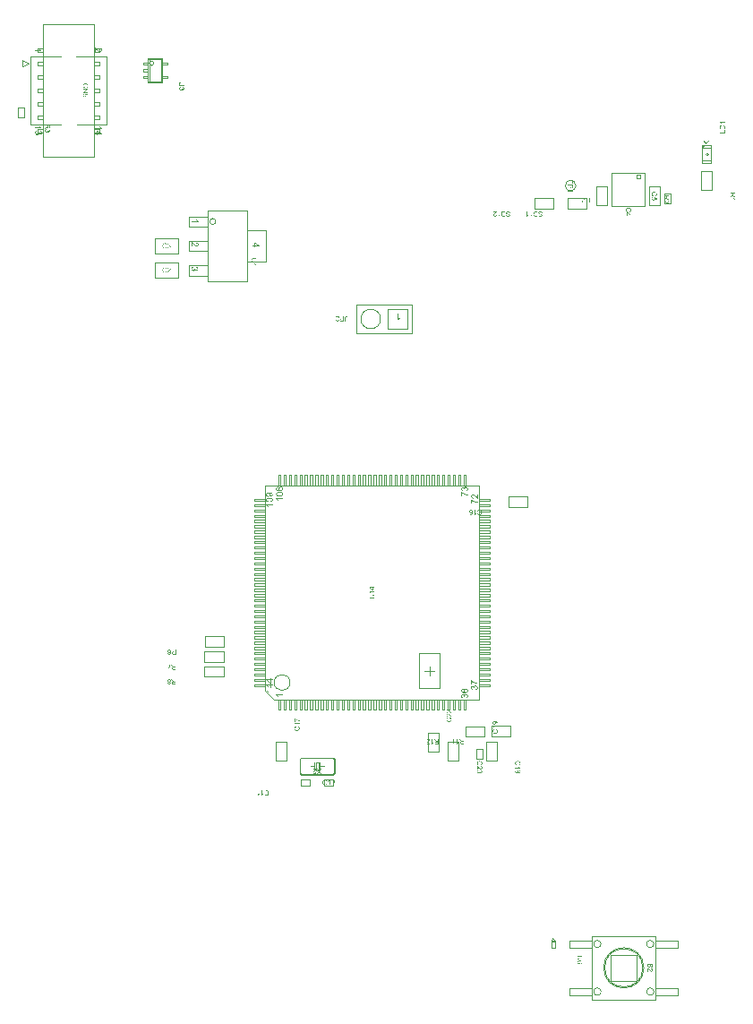
<source format=gbr>
%TF.GenerationSoftware,Altium Limited,Altium Designer,19.1.6 (110)*%
G04 Layer_Color=8388736*
%FSLAX26Y26*%
%MOIN*%
%TF.FileFunction,Other,M14-Top_Assembly*%
%TF.Part,Single*%
G01*
G75*
%TA.AperFunction,NonConductor*%
%ADD75C,0.003937*%
%ADD109C,0.000394*%
%ADD110C,0.001968*%
%ADD111R,0.013780X0.006890*%
G36*
X2165803Y1453226D02*
X2154872D01*
X2154844D01*
X2154759D01*
X2154647D01*
X2154478D01*
X2154282Y1453198D01*
X2154029D01*
X2153495Y1453170D01*
X2152905Y1453114D01*
X2152315Y1453030D01*
X2151753Y1452917D01*
X2151472Y1452861D01*
X2151247Y1452777D01*
X2151191Y1452749D01*
X2151050Y1452693D01*
X2150854Y1452580D01*
X2150573Y1452411D01*
X2150291Y1452215D01*
X2149982Y1451934D01*
X2149701Y1451625D01*
X2149448Y1451231D01*
X2149420Y1451175D01*
X2149364Y1451035D01*
X2149252Y1450782D01*
X2149139Y1450473D01*
X2149027Y1450051D01*
X2148915Y1449601D01*
X2148858Y1449068D01*
X2148830Y1448477D01*
Y1448225D01*
X2148858Y1448028D01*
Y1447803D01*
X2148887Y1447550D01*
X2148999Y1446960D01*
X2149139Y1446314D01*
X2149364Y1445668D01*
X2149673Y1445049D01*
X2149842Y1444768D01*
X2150067Y1444543D01*
X2150095Y1444515D01*
X2150123Y1444487D01*
X2150207Y1444431D01*
X2150320Y1444347D01*
X2150460Y1444263D01*
X2150657Y1444178D01*
X2150882Y1444066D01*
X2151135Y1443953D01*
X2151444Y1443841D01*
X2151809Y1443729D01*
X2152202Y1443644D01*
X2152624Y1443560D01*
X2153102Y1443476D01*
X2153664Y1443419D01*
X2154226Y1443363D01*
X2154872D01*
X2165803D01*
Y1440862D01*
X2154872D01*
X2154844D01*
X2154759D01*
X2154591D01*
X2154394D01*
X2154169Y1440890D01*
X2153888D01*
X2153579Y1440919D01*
X2153242Y1440947D01*
X2152511Y1441031D01*
X2151781Y1441143D01*
X2151022Y1441284D01*
X2150348Y1441509D01*
X2150320D01*
X2150263Y1441537D01*
X2150179Y1441565D01*
X2150067Y1441621D01*
X2149758Y1441790D01*
X2149364Y1442043D01*
X2148943Y1442352D01*
X2148493Y1442773D01*
X2148044Y1443251D01*
X2147622Y1443841D01*
Y1443869D01*
X2147566Y1443925D01*
X2147538Y1444010D01*
X2147453Y1444150D01*
X2147369Y1444319D01*
X2147285Y1444515D01*
X2147200Y1444740D01*
X2147116Y1445021D01*
X2147004Y1445330D01*
X2146919Y1445668D01*
X2146835Y1446033D01*
X2146751Y1446426D01*
X2146667Y1446820D01*
X2146639Y1447269D01*
X2146582Y1448253D01*
Y1448506D01*
X2146610Y1448702D01*
Y1448927D01*
X2146639Y1449180D01*
X2146667Y1449489D01*
X2146695Y1449798D01*
X2146807Y1450501D01*
X2146976Y1451203D01*
X2147172Y1451934D01*
X2147481Y1452608D01*
Y1452636D01*
X2147538Y1452693D01*
X2147566Y1452777D01*
X2147650Y1452889D01*
X2147875Y1453170D01*
X2148156Y1453535D01*
X2148521Y1453929D01*
X2148999Y1454350D01*
X2149505Y1454716D01*
X2150123Y1455025D01*
X2150151D01*
X2150207Y1455053D01*
X2150291Y1455081D01*
X2150432Y1455137D01*
X2150629Y1455193D01*
X2150825Y1455250D01*
X2151078Y1455306D01*
X2151359Y1455362D01*
X2151697Y1455446D01*
X2152062Y1455503D01*
X2152427Y1455559D01*
X2152849Y1455615D01*
X2153326Y1455671D01*
X2153804Y1455699D01*
X2154338Y1455727D01*
X2154872D01*
X2165803D01*
Y1453226D01*
D02*
G37*
G36*
X2156249Y1437715D02*
X2156614D01*
X2157064Y1437687D01*
X2157569Y1437631D01*
X2158160Y1437575D01*
X2158778Y1437490D01*
X2159424Y1437378D01*
X2160070Y1437237D01*
X2160745Y1437097D01*
X2161391Y1436900D01*
X2162037Y1436647D01*
X2162627Y1436395D01*
X2163189Y1436085D01*
X2163695Y1435720D01*
X2163723Y1435692D01*
X2163780Y1435636D01*
X2163892Y1435523D01*
X2164032Y1435383D01*
X2164201Y1435214D01*
X2164370Y1434989D01*
X2164566Y1434737D01*
X2164791Y1434456D01*
X2164988Y1434147D01*
X2165184Y1433781D01*
X2165353Y1433388D01*
X2165522Y1432966D01*
X2165662Y1432489D01*
X2165775Y1432011D01*
X2165831Y1431505D01*
X2165859Y1430943D01*
Y1430718D01*
X2165831Y1430578D01*
Y1430381D01*
X2165803Y1430156D01*
X2165690Y1429650D01*
X2165550Y1429060D01*
X2165325Y1428442D01*
X2165016Y1427852D01*
X2164819Y1427571D01*
X2164594Y1427290D01*
Y1427262D01*
X2164538Y1427234D01*
X2164454Y1427150D01*
X2164370Y1427065D01*
X2164089Y1426812D01*
X2163695Y1426531D01*
X2163189Y1426222D01*
X2162599Y1425941D01*
X2161925Y1425716D01*
X2161138Y1425548D01*
X2160970Y1427852D01*
X2160998D01*
X2161026Y1427880D01*
X2161194Y1427908D01*
X2161419Y1427993D01*
X2161728Y1428077D01*
X2162037Y1428217D01*
X2162374Y1428386D01*
X2162684Y1428555D01*
X2162936Y1428751D01*
X2162993Y1428807D01*
X2163105Y1428920D01*
X2163246Y1429117D01*
X2163442Y1429398D01*
X2163639Y1429735D01*
X2163780Y1430128D01*
X2163892Y1430578D01*
X2163948Y1431084D01*
Y1431280D01*
X2163920Y1431477D01*
X2163864Y1431758D01*
X2163808Y1432067D01*
X2163695Y1432376D01*
X2163527Y1432713D01*
X2163330Y1433051D01*
X2163302Y1433107D01*
X2163189Y1433219D01*
X2162993Y1433444D01*
X2162740Y1433669D01*
X2162403Y1433950D01*
X2161981Y1434259D01*
X2161503Y1434540D01*
X2160970Y1434793D01*
X2160941D01*
X2160913Y1434821D01*
X2160801Y1434849D01*
X2160689Y1434905D01*
X2160520Y1434933D01*
X2160351Y1434989D01*
X2160126Y1435046D01*
X2159845Y1435102D01*
X2159564Y1435186D01*
X2159227Y1435242D01*
X2158890Y1435299D01*
X2158497Y1435327D01*
X2158075Y1435383D01*
X2157626Y1435411D01*
X2157120Y1435439D01*
X2156642D01*
X2156670Y1435411D01*
X2156811Y1435299D01*
X2157035Y1435130D01*
X2157316Y1434877D01*
X2157626Y1434596D01*
X2157935Y1434231D01*
X2158244Y1433837D01*
X2158497Y1433416D01*
Y1433388D01*
X2158525Y1433360D01*
X2158609Y1433191D01*
X2158693Y1432966D01*
X2158834Y1432629D01*
X2158946Y1432236D01*
X2159031Y1431814D01*
X2159115Y1431336D01*
X2159143Y1430859D01*
Y1430634D01*
X2159115Y1430465D01*
X2159087Y1430269D01*
X2159059Y1430044D01*
X2158918Y1429482D01*
X2158722Y1428864D01*
X2158581Y1428526D01*
X2158412Y1428189D01*
X2158216Y1427880D01*
X2157991Y1427543D01*
X2157738Y1427206D01*
X2157429Y1426897D01*
X2157401Y1426869D01*
X2157345Y1426812D01*
X2157260Y1426756D01*
X2157120Y1426644D01*
X2156951Y1426503D01*
X2156755Y1426363D01*
X2156502Y1426222D01*
X2156249Y1426054D01*
X2155940Y1425913D01*
X2155602Y1425773D01*
X2155237Y1425632D01*
X2154844Y1425492D01*
X2154422Y1425379D01*
X2153973Y1425323D01*
X2153523Y1425267D01*
X2153017Y1425239D01*
X2152989D01*
X2152933D01*
X2152849D01*
X2152708D01*
X2152568Y1425267D01*
X2152371D01*
X2151949Y1425323D01*
X2151444Y1425436D01*
X2150882Y1425576D01*
X2150291Y1425773D01*
X2149701Y1426026D01*
X2149673D01*
X2149645Y1426054D01*
X2149561Y1426110D01*
X2149448Y1426166D01*
X2149168Y1426335D01*
X2148830Y1426560D01*
X2148465Y1426869D01*
X2148072Y1427234D01*
X2147706Y1427655D01*
X2147369Y1428133D01*
Y1428161D01*
X2147341Y1428189D01*
X2147285Y1428274D01*
X2147257Y1428358D01*
X2147116Y1428639D01*
X2146976Y1429004D01*
X2146835Y1429454D01*
X2146695Y1429988D01*
X2146610Y1430550D01*
X2146582Y1431168D01*
Y1431308D01*
X2146610Y1431449D01*
Y1431646D01*
X2146639Y1431899D01*
X2146695Y1432179D01*
X2146751Y1432517D01*
X2146835Y1432854D01*
X2146948Y1433219D01*
X2147088Y1433613D01*
X2147257Y1434006D01*
X2147481Y1434399D01*
X2147706Y1434793D01*
X2147987Y1435186D01*
X2148325Y1435552D01*
X2148690Y1435917D01*
X2148718Y1435945D01*
X2148802Y1436001D01*
X2148915Y1436085D01*
X2149111Y1436198D01*
X2149336Y1436338D01*
X2149617Y1436507D01*
X2149982Y1436647D01*
X2150376Y1436816D01*
X2150825Y1437013D01*
X2151331Y1437153D01*
X2151921Y1437322D01*
X2152568Y1437462D01*
X2153242Y1437575D01*
X2154001Y1437659D01*
X2154844Y1437715D01*
X2155715Y1437743D01*
X2155743D01*
X2155771D01*
X2155855D01*
X2155968D01*
X2156249Y1437715D01*
D02*
G37*
G36*
X652709Y2575701D02*
X643913D01*
X643717Y2575729D01*
X643464D01*
X642902Y2575758D01*
X642284Y2575842D01*
X641665Y2575926D01*
X641047Y2576067D01*
X640766Y2576151D01*
X640513Y2576235D01*
X640485D01*
X640457Y2576263D01*
X640289Y2576320D01*
X640064Y2576460D01*
X639755Y2576657D01*
X639418Y2576910D01*
X639052Y2577219D01*
X638715Y2577584D01*
X638406Y2578034D01*
X638378Y2578090D01*
X638265Y2578258D01*
X638153Y2578511D01*
X637984Y2578877D01*
X637844Y2579298D01*
X637703Y2579776D01*
X637619Y2580310D01*
X637591Y2580872D01*
Y2580900D01*
Y2580956D01*
Y2581068D01*
X637619Y2581209D01*
Y2581378D01*
X637647Y2581574D01*
X637760Y2582052D01*
X637900Y2582586D01*
X638153Y2583148D01*
X638462Y2583738D01*
X638687Y2584019D01*
X638912Y2584272D01*
X638940Y2584300D01*
X638968Y2584328D01*
X639052Y2584412D01*
X639165Y2584497D01*
X639305Y2584609D01*
X639474Y2584721D01*
X639670Y2584862D01*
X639895Y2585002D01*
X640176Y2585143D01*
X640457Y2585311D01*
X640794Y2585452D01*
X641160Y2585593D01*
X641553Y2585705D01*
X641975Y2585845D01*
X642424Y2585930D01*
X642930Y2586014D01*
X642874Y2586042D01*
X642761Y2586098D01*
X642593Y2586183D01*
X642368Y2586323D01*
X641862Y2586604D01*
X641637Y2586801D01*
X641413Y2586969D01*
X641356Y2587026D01*
X641216Y2587138D01*
X641019Y2587363D01*
X640738Y2587672D01*
X640429Y2588037D01*
X640092Y2588459D01*
X639727Y2588936D01*
X639361Y2589470D01*
X636074Y2594613D01*
X639193D01*
X641694Y2590707D01*
Y2590679D01*
X641750Y2590622D01*
X641806Y2590538D01*
X641890Y2590426D01*
X642087Y2590117D01*
X642340Y2589723D01*
X642621Y2589302D01*
X642930Y2588880D01*
X643239Y2588459D01*
X643520Y2588093D01*
X643548Y2588065D01*
X643633Y2587953D01*
X643773Y2587784D01*
X643942Y2587588D01*
X644335Y2587166D01*
X644560Y2586997D01*
X644785Y2586829D01*
X644813Y2586801D01*
X644869Y2586773D01*
X644981Y2586716D01*
X645150Y2586632D01*
X645515Y2586464D01*
X645937Y2586323D01*
X645965D01*
X646021Y2586295D01*
X646133D01*
X646274Y2586267D01*
X646471Y2586239D01*
X646695D01*
X646976Y2586211D01*
X650208D01*
Y2594613D01*
X652709D01*
Y2575701D01*
D02*
G37*
G36*
X628430Y2594894D02*
X628627D01*
X628880Y2594865D01*
X629161Y2594809D01*
X629498Y2594753D01*
X629835Y2594669D01*
X630201Y2594556D01*
X630594Y2594416D01*
X630987Y2594247D01*
X631381Y2594023D01*
X631774Y2593798D01*
X632168Y2593517D01*
X632533Y2593180D01*
X632898Y2592814D01*
X632926Y2592786D01*
X632983Y2592702D01*
X633067Y2592589D01*
X633179Y2592393D01*
X633320Y2592168D01*
X633488Y2591887D01*
X633629Y2591522D01*
X633798Y2591128D01*
X633994Y2590679D01*
X634135Y2590173D01*
X634303Y2589583D01*
X634444Y2588936D01*
X634556Y2588262D01*
X634640Y2587503D01*
X634697Y2586660D01*
X634725Y2585789D01*
Y2585761D01*
Y2585733D01*
Y2585649D01*
Y2585536D01*
X634697Y2585255D01*
Y2584890D01*
X634669Y2584440D01*
X634612Y2583935D01*
X634556Y2583345D01*
X634472Y2582726D01*
X634360Y2582080D01*
X634219Y2581434D01*
X634078Y2580759D01*
X633882Y2580113D01*
X633629Y2579467D01*
X633376Y2578877D01*
X633067Y2578315D01*
X632702Y2577809D01*
X632673Y2577781D01*
X632617Y2577724D01*
X632505Y2577612D01*
X632364Y2577472D01*
X632196Y2577303D01*
X631971Y2577134D01*
X631718Y2576938D01*
X631437Y2576713D01*
X631128Y2576516D01*
X630763Y2576320D01*
X630369Y2576151D01*
X629948Y2575982D01*
X629470Y2575842D01*
X628992Y2575729D01*
X628487Y2575673D01*
X627925Y2575645D01*
X627700D01*
X627559Y2575673D01*
X627363D01*
X627138Y2575701D01*
X626632Y2575814D01*
X626042Y2575954D01*
X625424Y2576179D01*
X624834Y2576488D01*
X624553Y2576685D01*
X624272Y2576910D01*
X624244D01*
X624215Y2576966D01*
X624131Y2577050D01*
X624047Y2577134D01*
X623794Y2577415D01*
X623513Y2577809D01*
X623204Y2578315D01*
X622923Y2578905D01*
X622698Y2579579D01*
X622529Y2580366D01*
X624834Y2580535D01*
Y2580506D01*
X624862Y2580478D01*
X624890Y2580310D01*
X624974Y2580085D01*
X625058Y2579776D01*
X625199Y2579467D01*
X625367Y2579130D01*
X625536Y2578820D01*
X625733Y2578568D01*
X625789Y2578511D01*
X625901Y2578399D01*
X626098Y2578258D01*
X626379Y2578062D01*
X626716Y2577865D01*
X627110Y2577724D01*
X627559Y2577612D01*
X628065Y2577556D01*
X628262D01*
X628458Y2577584D01*
X628740Y2577640D01*
X629049Y2577696D01*
X629358Y2577809D01*
X629695Y2577977D01*
X630032Y2578174D01*
X630088Y2578202D01*
X630201Y2578315D01*
X630426Y2578511D01*
X630650Y2578764D01*
X630931Y2579101D01*
X631240Y2579523D01*
X631521Y2580001D01*
X631774Y2580535D01*
Y2580563D01*
X631802Y2580591D01*
X631831Y2580703D01*
X631887Y2580816D01*
X631915Y2580984D01*
X631971Y2581153D01*
X632027Y2581378D01*
X632083Y2581659D01*
X632168Y2581939D01*
X632224Y2582277D01*
X632280Y2582614D01*
X632308Y2583007D01*
X632364Y2583429D01*
X632393Y2583878D01*
X632421Y2584384D01*
Y2584862D01*
X632393Y2584834D01*
X632280Y2584693D01*
X632111Y2584468D01*
X631859Y2584188D01*
X631578Y2583878D01*
X631212Y2583569D01*
X630819Y2583260D01*
X630397Y2583007D01*
X630369D01*
X630341Y2582979D01*
X630173Y2582895D01*
X629948Y2582811D01*
X629611Y2582670D01*
X629217Y2582558D01*
X628796Y2582473D01*
X628318Y2582389D01*
X627840Y2582361D01*
X627615D01*
X627447Y2582389D01*
X627250Y2582417D01*
X627025Y2582445D01*
X626463Y2582586D01*
X625845Y2582782D01*
X625508Y2582923D01*
X625171Y2583092D01*
X624862Y2583288D01*
X624524Y2583513D01*
X624187Y2583766D01*
X623878Y2584075D01*
X623850Y2584103D01*
X623794Y2584159D01*
X623738Y2584244D01*
X623625Y2584384D01*
X623485Y2584553D01*
X623344Y2584749D01*
X623204Y2585002D01*
X623035Y2585255D01*
X622895Y2585564D01*
X622754Y2585902D01*
X622614Y2586267D01*
X622473Y2586660D01*
X622361Y2587082D01*
X622305Y2587531D01*
X622248Y2587981D01*
X622220Y2588487D01*
Y2588515D01*
Y2588571D01*
Y2588655D01*
Y2588796D01*
X622248Y2588936D01*
Y2589133D01*
X622305Y2589555D01*
X622417Y2590060D01*
X622558Y2590622D01*
X622754Y2591213D01*
X623007Y2591803D01*
Y2591831D01*
X623035Y2591859D01*
X623091Y2591943D01*
X623148Y2592055D01*
X623316Y2592336D01*
X623541Y2592674D01*
X623850Y2593039D01*
X624215Y2593432D01*
X624637Y2593798D01*
X625115Y2594135D01*
X625143D01*
X625171Y2594163D01*
X625255Y2594219D01*
X625339Y2594247D01*
X625620Y2594388D01*
X625986Y2594528D01*
X626435Y2594669D01*
X626969Y2594809D01*
X627531Y2594894D01*
X628149Y2594922D01*
X628290D01*
X628430Y2594894D01*
D02*
G37*
G36*
X2735648Y4285601D02*
X2735620Y4285405D01*
Y4285152D01*
X2735592Y4284590D01*
X2735508Y4283972D01*
X2735423Y4283354D01*
X2735283Y4282735D01*
X2735198Y4282454D01*
X2735114Y4282201D01*
Y4282173D01*
X2735086Y4282145D01*
X2735030Y4281977D01*
X2734889Y4281752D01*
X2734693Y4281443D01*
X2734440Y4281105D01*
X2734131Y4280740D01*
X2733765Y4280403D01*
X2733316Y4280094D01*
X2733260Y4280066D01*
X2733091Y4279953D01*
X2732838Y4279841D01*
X2732473Y4279672D01*
X2732051Y4279532D01*
X2731574Y4279391D01*
X2731040Y4279307D01*
X2730478Y4279279D01*
X2730450D01*
X2730393D01*
X2730281D01*
X2730140Y4279307D01*
X2729972D01*
X2729775Y4279335D01*
X2729298Y4279448D01*
X2728764Y4279588D01*
X2728202Y4279841D01*
X2727611Y4280150D01*
X2727331Y4280375D01*
X2727078Y4280600D01*
X2727050Y4280628D01*
X2727021Y4280656D01*
X2726937Y4280740D01*
X2726853Y4280853D01*
X2726740Y4280993D01*
X2726628Y4281162D01*
X2726488Y4281358D01*
X2726347Y4281583D01*
X2726206Y4281864D01*
X2726038Y4282145D01*
X2725897Y4282482D01*
X2725757Y4282848D01*
X2725644Y4283241D01*
X2725504Y4283663D01*
X2725420Y4284112D01*
X2725335Y4284618D01*
X2725307Y4284562D01*
X2725251Y4284449D01*
X2725167Y4284281D01*
X2725026Y4284056D01*
X2724745Y4283550D01*
X2724549Y4283325D01*
X2724380Y4283101D01*
X2724324Y4283044D01*
X2724211Y4282904D01*
X2723987Y4282707D01*
X2723677Y4282426D01*
X2723312Y4282117D01*
X2722891Y4281780D01*
X2722413Y4281415D01*
X2721879Y4281049D01*
X2716737Y4277762D01*
Y4280881D01*
X2720643Y4283382D01*
X2720671D01*
X2720727Y4283438D01*
X2720811Y4283494D01*
X2720924Y4283578D01*
X2721233Y4283775D01*
X2721626Y4284028D01*
X2722048Y4284309D01*
X2722469Y4284618D01*
X2722891Y4284927D01*
X2723256Y4285208D01*
X2723284Y4285236D01*
X2723396Y4285320D01*
X2723565Y4285461D01*
X2723762Y4285630D01*
X2724183Y4286023D01*
X2724352Y4286248D01*
X2724521Y4286473D01*
X2724549Y4286501D01*
X2724577Y4286557D01*
X2724633Y4286669D01*
X2724717Y4286838D01*
X2724886Y4287203D01*
X2725026Y4287625D01*
Y4287653D01*
X2725054Y4287709D01*
Y4287821D01*
X2725082Y4287962D01*
X2725111Y4288159D01*
Y4288383D01*
X2725139Y4288664D01*
Y4291896D01*
X2716737D01*
Y4294397D01*
X2735648D01*
Y4285601D01*
D02*
G37*
G36*
X2730955Y4274502D02*
X2730983Y4274446D01*
X2731040Y4274333D01*
X2731124Y4274193D01*
X2731208Y4274024D01*
X2731321Y4273828D01*
X2731574Y4273378D01*
X2731883Y4272844D01*
X2732248Y4272282D01*
X2732669Y4271720D01*
X2733147Y4271158D01*
X2733175Y4271130D01*
X2733203Y4271102D01*
X2733372Y4270905D01*
X2733625Y4270652D01*
X2733962Y4270343D01*
X2734356Y4270006D01*
X2734777Y4269669D01*
X2735227Y4269332D01*
X2735704Y4269079D01*
Y4267561D01*
X2716737D01*
Y4269894D01*
X2731489D01*
X2731461Y4269922D01*
X2731349Y4270034D01*
X2731208Y4270231D01*
X2730983Y4270484D01*
X2730759Y4270793D01*
X2730478Y4271186D01*
X2730197Y4271636D01*
X2729888Y4272114D01*
Y4272142D01*
X2729860Y4272170D01*
X2729747Y4272338D01*
X2729607Y4272591D01*
X2729438Y4272928D01*
X2729241Y4273294D01*
X2729073Y4273687D01*
X2728876Y4274109D01*
X2728707Y4274530D01*
X2730955D01*
Y4274502D01*
D02*
G37*
G36*
X1207969Y2110144D02*
X1208222Y2110116D01*
X1208503Y2110088D01*
X1208812Y2110060D01*
X1209177Y2110004D01*
X1209908Y2109807D01*
X1210722Y2109554D01*
X1211116Y2109386D01*
X1211509Y2109189D01*
X1211903Y2108964D01*
X1212268Y2108711D01*
X1212296Y2108683D01*
X1212352Y2108655D01*
X1212465Y2108571D01*
X1212577Y2108459D01*
X1212746Y2108290D01*
X1212914Y2108121D01*
X1213111Y2107896D01*
X1213336Y2107672D01*
X1213561Y2107391D01*
X1213785Y2107082D01*
X1214010Y2106773D01*
X1214235Y2106407D01*
X1214460Y2106014D01*
X1214656Y2105592D01*
X1214825Y2105143D01*
X1214994Y2104665D01*
X1212521Y2104075D01*
Y2104103D01*
X1212493Y2104159D01*
X1212465Y2104272D01*
X1212408Y2104412D01*
X1212324Y2104581D01*
X1212240Y2104777D01*
X1212015Y2105227D01*
X1211762Y2105705D01*
X1211425Y2106211D01*
X1211032Y2106688D01*
X1210582Y2107082D01*
X1210526Y2107110D01*
X1210357Y2107222D01*
X1210104Y2107391D01*
X1209739Y2107559D01*
X1209289Y2107728D01*
X1208755Y2107896D01*
X1208137Y2108009D01*
X1207463Y2108037D01*
X1207238D01*
X1207098Y2108009D01*
X1206901D01*
X1206704Y2107981D01*
X1206198Y2107896D01*
X1205608Y2107784D01*
X1204990Y2107587D01*
X1204400Y2107334D01*
X1203810Y2106969D01*
X1203782D01*
X1203754Y2106913D01*
X1203585Y2106773D01*
X1203304Y2106548D01*
X1202995Y2106239D01*
X1202658Y2105817D01*
X1202321Y2105339D01*
X1202011Y2104777D01*
X1201758Y2104159D01*
Y2104131D01*
X1201730Y2104075D01*
X1201702Y2103991D01*
X1201674Y2103850D01*
X1201618Y2103710D01*
X1201562Y2103513D01*
X1201477Y2103063D01*
X1201365Y2102501D01*
X1201253Y2101883D01*
X1201197Y2101237D01*
X1201168Y2100534D01*
Y2100506D01*
Y2100422D01*
Y2100309D01*
Y2100141D01*
X1201197Y2099916D01*
Y2099663D01*
X1201225Y2099410D01*
X1201253Y2099101D01*
X1201337Y2098455D01*
X1201477Y2097724D01*
X1201646Y2097022D01*
X1201871Y2096319D01*
Y2096291D01*
X1201899Y2096235D01*
X1201955Y2096151D01*
X1202011Y2096038D01*
X1202180Y2095701D01*
X1202405Y2095308D01*
X1202714Y2094858D01*
X1203079Y2094437D01*
X1203529Y2093987D01*
X1204035Y2093622D01*
X1204063D01*
X1204091Y2093594D01*
X1204175Y2093537D01*
X1204287Y2093481D01*
X1204597Y2093341D01*
X1204990Y2093200D01*
X1205468Y2093032D01*
X1206030Y2092891D01*
X1206620Y2092779D01*
X1207266Y2092751D01*
X1207463D01*
X1207603Y2092779D01*
X1207800D01*
X1207997Y2092807D01*
X1208503Y2092891D01*
X1209036Y2093060D01*
X1209627Y2093256D01*
X1210245Y2093566D01*
X1210526Y2093734D01*
X1210807Y2093959D01*
X1210835Y2093987D01*
X1210863Y2094015D01*
X1210947Y2094099D01*
X1211032Y2094184D01*
X1211172Y2094324D01*
X1211284Y2094465D01*
X1211593Y2094858D01*
X1211931Y2095364D01*
X1212268Y2095982D01*
X1212577Y2096713D01*
X1212802Y2097556D01*
X1215303Y2096909D01*
Y2096881D01*
X1215275Y2096769D01*
X1215218Y2096628D01*
X1215162Y2096404D01*
X1215050Y2096151D01*
X1214937Y2095842D01*
X1214825Y2095532D01*
X1214656Y2095167D01*
X1214263Y2094409D01*
X1213785Y2093650D01*
X1213476Y2093256D01*
X1213167Y2092891D01*
X1212830Y2092526D01*
X1212465Y2092217D01*
X1212437Y2092189D01*
X1212380Y2092160D01*
X1212268Y2092076D01*
X1212099Y2091964D01*
X1211903Y2091851D01*
X1211650Y2091711D01*
X1211397Y2091570D01*
X1211060Y2091430D01*
X1210722Y2091261D01*
X1210329Y2091121D01*
X1209936Y2090980D01*
X1209486Y2090868D01*
X1209008Y2090756D01*
X1208531Y2090671D01*
X1207997Y2090643D01*
X1207463Y2090615D01*
X1207182D01*
X1206957Y2090643D01*
X1206704D01*
X1206395Y2090671D01*
X1206058Y2090727D01*
X1205693Y2090784D01*
X1204906Y2090924D01*
X1204063Y2091149D01*
X1203248Y2091458D01*
X1202854Y2091627D01*
X1202489Y2091851D01*
X1202461Y2091880D01*
X1202405Y2091908D01*
X1202321Y2091992D01*
X1202180Y2092076D01*
X1202011Y2092217D01*
X1201843Y2092357D01*
X1201421Y2092779D01*
X1200944Y2093285D01*
X1200438Y2093903D01*
X1199988Y2094605D01*
X1199567Y2095448D01*
Y2095476D01*
X1199539Y2095561D01*
X1199482Y2095673D01*
X1199426Y2095870D01*
X1199342Y2096066D01*
X1199258Y2096347D01*
X1199173Y2096628D01*
X1199089Y2096966D01*
X1198977Y2097331D01*
X1198892Y2097724D01*
X1198752Y2098595D01*
X1198639Y2099523D01*
X1198583Y2100534D01*
Y2100562D01*
Y2100675D01*
Y2100815D01*
X1198611Y2101040D01*
Y2101293D01*
X1198639Y2101574D01*
X1198668Y2101911D01*
X1198724Y2102276D01*
X1198864Y2103091D01*
X1199061Y2103963D01*
X1199342Y2104834D01*
X1199707Y2105677D01*
Y2105705D01*
X1199763Y2105761D01*
X1199820Y2105873D01*
X1199904Y2106042D01*
X1200044Y2106211D01*
X1200185Y2106435D01*
X1200522Y2106913D01*
X1200972Y2107447D01*
X1201534Y2108009D01*
X1202180Y2108543D01*
X1202911Y2109021D01*
X1202939D01*
X1202995Y2109077D01*
X1203107Y2109133D01*
X1203276Y2109189D01*
X1203473Y2109302D01*
X1203697Y2109386D01*
X1203978Y2109498D01*
X1204259Y2109611D01*
X1204597Y2109695D01*
X1204934Y2109807D01*
X1205721Y2110004D01*
X1206564Y2110116D01*
X1207491Y2110173D01*
X1207772D01*
X1207969Y2110144D01*
D02*
G37*
G36*
X1238851Y2109863D02*
X1239075Y2109835D01*
X1239356Y2109807D01*
X1239637Y2109779D01*
X1239975Y2109695D01*
X1240649Y2109526D01*
X1241380Y2109245D01*
X1241717Y2109077D01*
X1242054Y2108880D01*
X1242391Y2108655D01*
X1242700Y2108374D01*
X1242728Y2108346D01*
X1242756Y2108318D01*
X1242841Y2108234D01*
X1242953Y2108093D01*
X1243065Y2107953D01*
X1243206Y2107784D01*
X1243347Y2107559D01*
X1243515Y2107334D01*
X1243796Y2106801D01*
X1244049Y2106154D01*
X1244161Y2105817D01*
X1244246Y2105424D01*
X1244274Y2105058D01*
X1244302Y2104637D01*
Y2104581D01*
Y2104440D01*
X1244274Y2104215D01*
X1244246Y2103934D01*
X1244189Y2103569D01*
X1244105Y2103204D01*
X1243993Y2102810D01*
X1243824Y2102389D01*
X1243796Y2102333D01*
X1243740Y2102192D01*
X1243628Y2101995D01*
X1243459Y2101715D01*
X1243234Y2101349D01*
X1242981Y2100956D01*
X1242644Y2100534D01*
X1242279Y2100085D01*
X1242223Y2100028D01*
X1242082Y2099860D01*
X1241970Y2099747D01*
X1241801Y2099579D01*
X1241632Y2099410D01*
X1241436Y2099214D01*
X1241211Y2098989D01*
X1240930Y2098736D01*
X1240649Y2098483D01*
X1240312Y2098174D01*
X1239975Y2097865D01*
X1239581Y2097528D01*
X1239160Y2097162D01*
X1238710Y2096769D01*
X1238682Y2096741D01*
X1238626Y2096685D01*
X1238513Y2096600D01*
X1238373Y2096488D01*
X1238036Y2096179D01*
X1237586Y2095814D01*
X1237136Y2095420D01*
X1236715Y2095027D01*
X1236322Y2094661D01*
X1236181Y2094521D01*
X1236041Y2094380D01*
X1236012Y2094352D01*
X1235956Y2094268D01*
X1235844Y2094156D01*
X1235703Y2093987D01*
X1235535Y2093818D01*
X1235366Y2093594D01*
X1235057Y2093144D01*
X1244330D01*
Y2090924D01*
X1231825D01*
Y2090952D01*
Y2091065D01*
Y2091233D01*
X1231854Y2091430D01*
X1231882Y2091683D01*
X1231910Y2091936D01*
X1231994Y2092245D01*
X1232078Y2092526D01*
Y2092554D01*
X1232107Y2092582D01*
X1232163Y2092751D01*
X1232275Y2093003D01*
X1232444Y2093313D01*
X1232668Y2093706D01*
X1232921Y2094128D01*
X1233230Y2094577D01*
X1233596Y2095027D01*
Y2095055D01*
X1233652Y2095083D01*
X1233793Y2095251D01*
X1234045Y2095504D01*
X1234383Y2095842D01*
X1234804Y2096263D01*
X1235338Y2096769D01*
X1235956Y2097303D01*
X1236659Y2097893D01*
X1236687Y2097921D01*
X1236799Y2098005D01*
X1236940Y2098146D01*
X1237165Y2098314D01*
X1237417Y2098511D01*
X1237698Y2098764D01*
X1238317Y2099354D01*
X1239019Y2099972D01*
X1239694Y2100647D01*
X1240031Y2100984D01*
X1240312Y2101293D01*
X1240593Y2101602D01*
X1240818Y2101883D01*
Y2101911D01*
X1240874Y2101939D01*
X1240930Y2102024D01*
X1240986Y2102136D01*
X1241155Y2102417D01*
X1241380Y2102782D01*
X1241576Y2103232D01*
X1241745Y2103710D01*
X1241857Y2104187D01*
X1241913Y2104693D01*
Y2104721D01*
Y2104749D01*
X1241885Y2104918D01*
X1241857Y2105171D01*
X1241801Y2105508D01*
X1241660Y2105873D01*
X1241492Y2106267D01*
X1241239Y2106660D01*
X1240902Y2107025D01*
X1240846Y2107053D01*
X1240733Y2107166D01*
X1240508Y2107334D01*
X1240227Y2107503D01*
X1239834Y2107672D01*
X1239412Y2107840D01*
X1238907Y2107953D01*
X1238345Y2107981D01*
X1238176D01*
X1238064Y2107953D01*
X1237755Y2107925D01*
X1237389Y2107840D01*
X1236940Y2107728D01*
X1236490Y2107531D01*
X1236041Y2107278D01*
X1235647Y2106941D01*
X1235619Y2106885D01*
X1235507Y2106744D01*
X1235338Y2106520D01*
X1235169Y2106211D01*
X1234973Y2105817D01*
X1234832Y2105339D01*
X1234720Y2104777D01*
X1234664Y2104159D01*
X1232275Y2104412D01*
Y2104440D01*
Y2104524D01*
X1232303Y2104665D01*
X1232331Y2104862D01*
X1232388Y2105086D01*
X1232444Y2105339D01*
X1232584Y2105930D01*
X1232809Y2106576D01*
X1233146Y2107250D01*
X1233343Y2107587D01*
X1233568Y2107896D01*
X1233821Y2108206D01*
X1234102Y2108487D01*
X1234130Y2108515D01*
X1234186Y2108543D01*
X1234270Y2108627D01*
X1234383Y2108711D01*
X1234551Y2108824D01*
X1234748Y2108936D01*
X1234973Y2109049D01*
X1235254Y2109189D01*
X1235535Y2109330D01*
X1235844Y2109442D01*
X1236209Y2109554D01*
X1236602Y2109667D01*
X1236996Y2109751D01*
X1237446Y2109835D01*
X1237895Y2109863D01*
X1238401Y2109892D01*
X1238654D01*
X1238851Y2109863D01*
D02*
G37*
G36*
X1226177Y2090924D02*
X1223845D01*
Y2105677D01*
X1223817Y2105648D01*
X1223705Y2105536D01*
X1223508Y2105396D01*
X1223255Y2105171D01*
X1222946Y2104946D01*
X1222553Y2104665D01*
X1222103Y2104384D01*
X1221625Y2104075D01*
X1221597D01*
X1221569Y2104047D01*
X1221400Y2103934D01*
X1221148Y2103794D01*
X1220810Y2103625D01*
X1220445Y2103429D01*
X1220052Y2103260D01*
X1219630Y2103063D01*
X1219209Y2102895D01*
Y2105143D01*
X1219237D01*
X1219293Y2105171D01*
X1219405Y2105227D01*
X1219546Y2105311D01*
X1219714Y2105396D01*
X1219911Y2105508D01*
X1220361Y2105761D01*
X1220895Y2106070D01*
X1221457Y2106435D01*
X1222019Y2106857D01*
X1222581Y2107334D01*
X1222609Y2107363D01*
X1222637Y2107391D01*
X1222833Y2107559D01*
X1223086Y2107812D01*
X1223396Y2108149D01*
X1223733Y2108543D01*
X1224070Y2108964D01*
X1224407Y2109414D01*
X1224660Y2109892D01*
X1226177D01*
Y2090924D01*
D02*
G37*
G36*
X990134Y2070774D02*
X990386D01*
X990696Y2070746D01*
X991033Y2070690D01*
X991398Y2070634D01*
X992185Y2070493D01*
X993028Y2070269D01*
X993843Y2069959D01*
X994236Y2069791D01*
X994601Y2069566D01*
X994630Y2069538D01*
X994686Y2069510D01*
X994770Y2069425D01*
X994911Y2069341D01*
X995079Y2069201D01*
X995248Y2069060D01*
X995669Y2068639D01*
X996147Y2068133D01*
X996653Y2067515D01*
X997102Y2066812D01*
X997524Y2065969D01*
Y2065941D01*
X997552Y2065857D01*
X997608Y2065744D01*
X997664Y2065548D01*
X997749Y2065351D01*
X997833Y2065070D01*
X997917Y2064789D01*
X998002Y2064452D01*
X998114Y2064086D01*
X998198Y2063693D01*
X998339Y2062822D01*
X998451Y2061895D01*
X998507Y2060883D01*
Y2060855D01*
Y2060743D01*
Y2060602D01*
X998479Y2060377D01*
Y2060124D01*
X998451Y2059843D01*
X998423Y2059506D01*
X998367Y2059141D01*
X998226Y2058326D01*
X998030Y2057455D01*
X997749Y2056584D01*
X997383Y2055741D01*
Y2055713D01*
X997327Y2055657D01*
X997271Y2055544D01*
X997187Y2055376D01*
X997046Y2055207D01*
X996906Y2054982D01*
X996568Y2054504D01*
X996119Y2053970D01*
X995557Y2053409D01*
X994911Y2052875D01*
X994180Y2052397D01*
X994152D01*
X994096Y2052341D01*
X993983Y2052285D01*
X993815Y2052228D01*
X993618Y2052116D01*
X993393Y2052032D01*
X993112Y2051919D01*
X992831Y2051807D01*
X992494Y2051722D01*
X992157Y2051610D01*
X991370Y2051413D01*
X990527Y2051301D01*
X989600Y2051245D01*
X989319D01*
X989122Y2051273D01*
X988869Y2051301D01*
X988588Y2051329D01*
X988279Y2051357D01*
X987914Y2051413D01*
X987183Y2051610D01*
X986368Y2051863D01*
X985975Y2052032D01*
X985581Y2052228D01*
X985188Y2052453D01*
X984823Y2052706D01*
X984795Y2052734D01*
X984738Y2052762D01*
X984626Y2052847D01*
X984514Y2052959D01*
X984345Y2053128D01*
X984176Y2053296D01*
X983980Y2053521D01*
X983755Y2053746D01*
X983530Y2054027D01*
X983305Y2054336D01*
X983081Y2054645D01*
X982856Y2055010D01*
X982631Y2055404D01*
X982434Y2055825D01*
X982266Y2056275D01*
X982097Y2056752D01*
X984570Y2057343D01*
Y2057314D01*
X984598Y2057258D01*
X984626Y2057146D01*
X984682Y2057005D01*
X984766Y2056837D01*
X984851Y2056640D01*
X985076Y2056190D01*
X985328Y2055713D01*
X985666Y2055207D01*
X986059Y2054729D01*
X986509Y2054336D01*
X986565Y2054308D01*
X986734Y2054195D01*
X986986Y2054027D01*
X987352Y2053858D01*
X987801Y2053689D01*
X988335Y2053521D01*
X988953Y2053409D01*
X989628Y2053380D01*
X989853D01*
X989993Y2053409D01*
X990190D01*
X990386Y2053437D01*
X990892Y2053521D01*
X991482Y2053633D01*
X992101Y2053830D01*
X992691Y2054083D01*
X993281Y2054448D01*
X993309D01*
X993337Y2054504D01*
X993506Y2054645D01*
X993787Y2054870D01*
X994096Y2055179D01*
X994433Y2055600D01*
X994770Y2056078D01*
X995079Y2056640D01*
X995332Y2057258D01*
Y2057286D01*
X995360Y2057343D01*
X995388Y2057427D01*
X995416Y2057567D01*
X995473Y2057708D01*
X995529Y2057905D01*
X995613Y2058354D01*
X995726Y2058916D01*
X995838Y2059534D01*
X995894Y2060181D01*
X995922Y2060883D01*
Y2060911D01*
Y2060995D01*
Y2061108D01*
Y2061276D01*
X995894Y2061501D01*
Y2061754D01*
X995866Y2062007D01*
X995838Y2062316D01*
X995754Y2062963D01*
X995613Y2063693D01*
X995444Y2064396D01*
X995220Y2065098D01*
Y2065126D01*
X995192Y2065182D01*
X995135Y2065267D01*
X995079Y2065379D01*
X994911Y2065716D01*
X994686Y2066110D01*
X994377Y2066559D01*
X994011Y2066981D01*
X993562Y2067430D01*
X993056Y2067796D01*
X993028D01*
X993000Y2067824D01*
X992915Y2067880D01*
X992803Y2067936D01*
X992494Y2068077D01*
X992101Y2068217D01*
X991623Y2068386D01*
X991061Y2068526D01*
X990471Y2068639D01*
X989824Y2068667D01*
X989628D01*
X989487Y2068639D01*
X989291D01*
X989094Y2068611D01*
X988588Y2068526D01*
X988054Y2068358D01*
X987464Y2068161D01*
X986846Y2067852D01*
X986565Y2067683D01*
X986284Y2067459D01*
X986256Y2067430D01*
X986228Y2067402D01*
X986143Y2067318D01*
X986059Y2067234D01*
X985919Y2067093D01*
X985806Y2066953D01*
X985497Y2066559D01*
X985160Y2066053D01*
X984823Y2065435D01*
X984514Y2064705D01*
X984289Y2063862D01*
X981788Y2064508D01*
Y2064536D01*
X981816Y2064648D01*
X981872Y2064789D01*
X981928Y2065014D01*
X982041Y2065267D01*
X982153Y2065576D01*
X982266Y2065885D01*
X982434Y2066250D01*
X982828Y2067009D01*
X983305Y2067768D01*
X983614Y2068161D01*
X983923Y2068526D01*
X984261Y2068892D01*
X984626Y2069201D01*
X984654Y2069229D01*
X984710Y2069257D01*
X984823Y2069341D01*
X984991Y2069454D01*
X985188Y2069566D01*
X985441Y2069706D01*
X985694Y2069847D01*
X986031Y2069988D01*
X986368Y2070156D01*
X986762Y2070297D01*
X987155Y2070437D01*
X987605Y2070550D01*
X988082Y2070662D01*
X988560Y2070746D01*
X989094Y2070774D01*
X989628Y2070802D01*
X989909D01*
X990134Y2070774D01*
D02*
G37*
G36*
X973245Y2055741D02*
X973274Y2055769D01*
X973386Y2055881D01*
X973583Y2056022D01*
X973836Y2056247D01*
X974145Y2056471D01*
X974538Y2056752D01*
X974988Y2057033D01*
X975465Y2057343D01*
X975494D01*
X975522Y2057371D01*
X975690Y2057483D01*
X975943Y2057624D01*
X976280Y2057792D01*
X976646Y2057989D01*
X977039Y2058157D01*
X977461Y2058354D01*
X977882Y2058523D01*
Y2056275D01*
X977854D01*
X977798Y2056247D01*
X977685Y2056190D01*
X977545Y2056106D01*
X977376Y2056022D01*
X977179Y2055909D01*
X976730Y2055657D01*
X976196Y2055347D01*
X975634Y2054982D01*
X975072Y2054561D01*
X974510Y2054083D01*
X974482Y2054055D01*
X974454Y2054027D01*
X974257Y2053858D01*
X974004Y2053605D01*
X973695Y2053268D01*
X973358Y2052875D01*
X973021Y2052453D01*
X972683Y2052003D01*
X972431Y2051526D01*
X970913D01*
Y2070493D01*
X973245D01*
Y2055741D01*
D02*
G37*
G36*
X958549D02*
X958577Y2055769D01*
X958690Y2055881D01*
X958886Y2056022D01*
X959139Y2056247D01*
X959448Y2056471D01*
X959842Y2056752D01*
X960291Y2057033D01*
X960769Y2057343D01*
X960797D01*
X960825Y2057371D01*
X960994Y2057483D01*
X961247Y2057624D01*
X961584Y2057792D01*
X961949Y2057989D01*
X962343Y2058157D01*
X962764Y2058354D01*
X963186Y2058523D01*
Y2056275D01*
X963158D01*
X963101Y2056247D01*
X962989Y2056190D01*
X962848Y2056106D01*
X962680Y2056022D01*
X962483Y2055909D01*
X962034Y2055657D01*
X961500Y2055347D01*
X960938Y2054982D01*
X960376Y2054561D01*
X959814Y2054083D01*
X959786Y2054055D01*
X959758Y2054027D01*
X959561Y2053858D01*
X959308Y2053605D01*
X958999Y2053268D01*
X958662Y2052875D01*
X958324Y2052453D01*
X957987Y2052003D01*
X957734Y2051526D01*
X956217D01*
Y2070493D01*
X958549D01*
Y2055741D01*
D02*
G37*
G36*
X1732231Y2449554D02*
X1732493D01*
X1733054Y2449480D01*
X1733727Y2449330D01*
X1734475Y2449143D01*
X1735261Y2448881D01*
X1736046Y2448545D01*
X1736083D01*
X1736121Y2448507D01*
X1736233Y2448432D01*
X1736382Y2448358D01*
X1736756Y2448133D01*
X1737205Y2447834D01*
X1737691Y2447423D01*
X1738215Y2446936D01*
X1738701Y2446375D01*
X1739150Y2445740D01*
Y2445702D01*
X1739188Y2445665D01*
X1739262Y2445553D01*
X1739300Y2445440D01*
X1739487Y2445066D01*
X1739674Y2444580D01*
X1739861Y2443982D01*
X1740048Y2443271D01*
X1740160Y2442523D01*
X1740197Y2441700D01*
Y2441513D01*
X1740160Y2441326D01*
Y2441065D01*
X1740122Y2440728D01*
X1740048Y2440354D01*
X1739973Y2439905D01*
X1739861Y2439456D01*
X1739711Y2438970D01*
X1739524Y2438447D01*
X1739300Y2437923D01*
X1739001Y2437399D01*
X1738701Y2436876D01*
X1738327Y2436352D01*
X1737879Y2435866D01*
X1737392Y2435380D01*
X1737355Y2435342D01*
X1737243Y2435268D01*
X1737093Y2435155D01*
X1736831Y2435006D01*
X1736532Y2434819D01*
X1736158Y2434594D01*
X1735672Y2434407D01*
X1735148Y2434183D01*
X1734550Y2433921D01*
X1733877Y2433734D01*
X1733091Y2433510D01*
X1732231Y2433323D01*
X1731333Y2433173D01*
X1730324Y2433061D01*
X1729202Y2432986D01*
X1728042Y2432949D01*
X1728005D01*
X1727967D01*
X1727855D01*
X1727706D01*
X1727332Y2432986D01*
X1726845D01*
X1726247Y2433024D01*
X1725574Y2433098D01*
X1724789Y2433173D01*
X1723966Y2433285D01*
X1723105Y2433435D01*
X1722245Y2433622D01*
X1721348Y2433809D01*
X1720487Y2434071D01*
X1719627Y2434407D01*
X1718842Y2434744D01*
X1718094Y2435155D01*
X1717421Y2435642D01*
X1717383Y2435679D01*
X1717309Y2435754D01*
X1717159Y2435903D01*
X1716972Y2436090D01*
X1716747Y2436315D01*
X1716523Y2436614D01*
X1716261Y2436951D01*
X1715962Y2437325D01*
X1715700Y2437736D01*
X1715438Y2438222D01*
X1715214Y2438746D01*
X1714990Y2439307D01*
X1714803Y2439943D01*
X1714653Y2440578D01*
X1714578Y2441252D01*
X1714541Y2442000D01*
Y2442299D01*
X1714578Y2442486D01*
Y2442748D01*
X1714616Y2443047D01*
X1714765Y2443720D01*
X1714952Y2444505D01*
X1715252Y2445328D01*
X1715663Y2446114D01*
X1715925Y2446488D01*
X1716224Y2446862D01*
Y2446899D01*
X1716299Y2446936D01*
X1716411Y2447049D01*
X1716523Y2447161D01*
X1716897Y2447497D01*
X1717421Y2447871D01*
X1718094Y2448283D01*
X1718879Y2448657D01*
X1719777Y2448956D01*
X1720824Y2449180D01*
X1721049Y2446114D01*
X1721011D01*
X1720974Y2446076D01*
X1720749Y2446039D01*
X1720450Y2445927D01*
X1720039Y2445814D01*
X1719627Y2445627D01*
X1719178Y2445403D01*
X1718767Y2445179D01*
X1718430Y2444917D01*
X1718356Y2444842D01*
X1718206Y2444692D01*
X1718019Y2444431D01*
X1717757Y2444057D01*
X1717495Y2443608D01*
X1717309Y2443084D01*
X1717159Y2442486D01*
X1717084Y2441813D01*
Y2441551D01*
X1717121Y2441289D01*
X1717196Y2440915D01*
X1717271Y2440504D01*
X1717421Y2440092D01*
X1717645Y2439643D01*
X1717907Y2439195D01*
X1717944Y2439120D01*
X1718094Y2438970D01*
X1718356Y2438671D01*
X1718692Y2438372D01*
X1719141Y2437998D01*
X1719702Y2437586D01*
X1720338Y2437212D01*
X1721049Y2436876D01*
X1721086D01*
X1721123Y2436838D01*
X1721273Y2436801D01*
X1721422Y2436726D01*
X1721647Y2436689D01*
X1721871Y2436614D01*
X1722170Y2436539D01*
X1722544Y2436464D01*
X1722918Y2436352D01*
X1723367Y2436277D01*
X1723816Y2436203D01*
X1724340Y2436165D01*
X1724901Y2436090D01*
X1725499Y2436053D01*
X1726172Y2436016D01*
X1726808D01*
X1726771Y2436053D01*
X1726584Y2436203D01*
X1726284Y2436427D01*
X1725910Y2436764D01*
X1725499Y2437138D01*
X1725088Y2437624D01*
X1724676Y2438147D01*
X1724340Y2438708D01*
Y2438746D01*
X1724302Y2438783D01*
X1724190Y2439008D01*
X1724078Y2439307D01*
X1723891Y2439756D01*
X1723741Y2440279D01*
X1723629Y2440840D01*
X1723517Y2441476D01*
X1723479Y2442112D01*
Y2442411D01*
X1723517Y2442635D01*
X1723554Y2442897D01*
X1723592Y2443196D01*
X1723779Y2443944D01*
X1724041Y2444767D01*
X1724227Y2445216D01*
X1724452Y2445665D01*
X1724714Y2446076D01*
X1725013Y2446525D01*
X1725350Y2446974D01*
X1725761Y2447385D01*
X1725798Y2447423D01*
X1725873Y2447497D01*
X1725985Y2447572D01*
X1726172Y2447722D01*
X1726397Y2447909D01*
X1726659Y2448096D01*
X1726995Y2448283D01*
X1727332Y2448507D01*
X1727743Y2448694D01*
X1728192Y2448881D01*
X1728678Y2449068D01*
X1729202Y2449255D01*
X1729763Y2449405D01*
X1730361Y2449480D01*
X1730959Y2449554D01*
X1731633Y2449592D01*
X1731670D01*
X1731745D01*
X1731857D01*
X1732044D01*
X1732231Y2449554D01*
D02*
G37*
G36*
X1732904Y2429994D02*
X1733166Y2429957D01*
X1733503Y2429919D01*
X1733877Y2429845D01*
X1734288Y2429732D01*
X1735148Y2429433D01*
X1735597Y2429246D01*
X1736083Y2429022D01*
X1736570Y2428723D01*
X1737018Y2428386D01*
X1737467Y2428012D01*
X1737916Y2427601D01*
X1737953Y2427563D01*
X1738028Y2427488D01*
X1738140Y2427339D01*
X1738253Y2427189D01*
X1738439Y2426927D01*
X1738627Y2426666D01*
X1738851Y2426329D01*
X1739038Y2425955D01*
X1739262Y2425544D01*
X1739487Y2425057D01*
X1739674Y2424571D01*
X1739823Y2424048D01*
X1739973Y2423449D01*
X1740085Y2422851D01*
X1740160Y2422215D01*
X1740197Y2421542D01*
Y2421205D01*
X1740160Y2420981D01*
X1740122Y2420719D01*
X1740085Y2420382D01*
X1740048Y2420008D01*
X1739936Y2419597D01*
X1739711Y2418737D01*
X1739374Y2417802D01*
X1739150Y2417353D01*
X1738888Y2416867D01*
X1738589Y2416418D01*
X1738253Y2416007D01*
X1738215Y2415969D01*
X1738178Y2415932D01*
X1738065Y2415820D01*
X1737879Y2415670D01*
X1737691Y2415483D01*
X1737467Y2415296D01*
X1737168Y2415109D01*
X1736869Y2414885D01*
X1736121Y2414436D01*
X1735223Y2414062D01*
X1734213Y2413725D01*
X1733690Y2413613D01*
X1733091Y2413538D01*
X1732680Y2416642D01*
X1732717D01*
X1732792Y2416680D01*
X1732942Y2416717D01*
X1733129Y2416755D01*
X1733316Y2416792D01*
X1733578Y2416867D01*
X1734139Y2417054D01*
X1734774Y2417316D01*
X1735410Y2417615D01*
X1736008Y2417989D01*
X1736495Y2418438D01*
X1736532Y2418512D01*
X1736682Y2418662D01*
X1736869Y2418924D01*
X1737056Y2419298D01*
X1737280Y2419747D01*
X1737467Y2420270D01*
X1737617Y2420869D01*
X1737654Y2421542D01*
Y2421766D01*
X1737617Y2421916D01*
X1737579Y2422327D01*
X1737467Y2422851D01*
X1737280Y2423412D01*
X1737018Y2424048D01*
X1736644Y2424646D01*
X1736158Y2425244D01*
X1736083Y2425319D01*
X1735896Y2425469D01*
X1735560Y2425731D01*
X1735148Y2425992D01*
X1734587Y2426254D01*
X1733951Y2426516D01*
X1733241Y2426666D01*
X1732456Y2426740D01*
X1732418D01*
X1732343D01*
X1732231D01*
X1732082Y2426703D01*
X1731707Y2426666D01*
X1731221Y2426553D01*
X1730660Y2426404D01*
X1730062Y2426142D01*
X1729501Y2425805D01*
X1728940Y2425319D01*
X1728865Y2425244D01*
X1728716Y2425057D01*
X1728491Y2424758D01*
X1728229Y2424347D01*
X1728005Y2423861D01*
X1727781Y2423262D01*
X1727631Y2422552D01*
X1727556Y2421804D01*
Y2421467D01*
X1727593Y2421205D01*
X1727631Y2420906D01*
X1727706Y2420532D01*
X1727781Y2420121D01*
X1727893Y2419634D01*
X1725162Y2419971D01*
Y2420158D01*
X1725200Y2420308D01*
Y2420794D01*
X1725162Y2421168D01*
X1725088Y2421654D01*
X1724938Y2422215D01*
X1724789Y2422776D01*
X1724527Y2423412D01*
X1724190Y2424010D01*
Y2424048D01*
X1724153Y2424085D01*
X1724003Y2424272D01*
X1723741Y2424534D01*
X1723405Y2424833D01*
X1722956Y2425095D01*
X1722395Y2425357D01*
X1721759Y2425544D01*
X1721385Y2425618D01*
X1721011D01*
X1720974D01*
X1720936D01*
X1720712D01*
X1720413Y2425544D01*
X1720039Y2425469D01*
X1719590Y2425319D01*
X1719104Y2425132D01*
X1718655Y2424833D01*
X1718206Y2424459D01*
X1718169Y2424422D01*
X1718019Y2424235D01*
X1717832Y2424010D01*
X1717645Y2423636D01*
X1717421Y2423225D01*
X1717271Y2422701D01*
X1717121Y2422140D01*
X1717084Y2421467D01*
Y2421168D01*
X1717159Y2420831D01*
X1717234Y2420420D01*
X1717383Y2419934D01*
X1717570Y2419447D01*
X1717870Y2418961D01*
X1718244Y2418475D01*
X1718281Y2418438D01*
X1718468Y2418288D01*
X1718730Y2418064D01*
X1719066Y2417839D01*
X1719553Y2417577D01*
X1720151Y2417316D01*
X1720824Y2417091D01*
X1721610Y2416942D01*
X1721049Y2413837D01*
X1721011D01*
X1720899Y2413875D01*
X1720749Y2413912D01*
X1720525Y2413950D01*
X1720301Y2414024D01*
X1720001Y2414137D01*
X1719291Y2414361D01*
X1718543Y2414698D01*
X1717720Y2415146D01*
X1716972Y2415707D01*
X1716261Y2416381D01*
X1716224Y2416418D01*
X1716187Y2416493D01*
X1716112Y2416605D01*
X1715999Y2416755D01*
X1715850Y2416942D01*
X1715700Y2417166D01*
X1715551Y2417465D01*
X1715401Y2417764D01*
X1715102Y2418475D01*
X1714803Y2419335D01*
X1714616Y2420308D01*
X1714541Y2420831D01*
Y2421729D01*
X1714578Y2422140D01*
X1714653Y2422626D01*
X1714765Y2423225D01*
X1714915Y2423861D01*
X1715139Y2424496D01*
X1715438Y2425170D01*
Y2425207D01*
X1715476Y2425244D01*
X1715588Y2425469D01*
X1715812Y2425768D01*
X1716074Y2426179D01*
X1716411Y2426591D01*
X1716860Y2427040D01*
X1717309Y2427488D01*
X1717870Y2427862D01*
X1717944Y2427900D01*
X1718131Y2428012D01*
X1718430Y2428162D01*
X1718842Y2428349D01*
X1719328Y2428498D01*
X1719852Y2428648D01*
X1720450Y2428760D01*
X1721086Y2428797D01*
X1721161D01*
X1721348D01*
X1721684Y2428760D01*
X1722058Y2428685D01*
X1722544Y2428573D01*
X1723031Y2428423D01*
X1723554Y2428199D01*
X1724078Y2427900D01*
X1724153Y2427862D01*
X1724302Y2427750D01*
X1724527Y2427526D01*
X1724826Y2427264D01*
X1725162Y2426890D01*
X1725499Y2426441D01*
X1725873Y2425918D01*
X1726172Y2425319D01*
Y2425357D01*
X1726210Y2425431D01*
X1726247Y2425544D01*
X1726284Y2425693D01*
X1726434Y2426067D01*
X1726621Y2426591D01*
X1726920Y2427114D01*
X1727294Y2427713D01*
X1727743Y2428274D01*
X1728304Y2428760D01*
X1728379Y2428797D01*
X1728603Y2428947D01*
X1728940Y2429171D01*
X1729426Y2429396D01*
X1729987Y2429620D01*
X1730698Y2429845D01*
X1731483Y2429994D01*
X1732343Y2430032D01*
X1732381D01*
X1732493D01*
X1732642D01*
X1732904Y2429994D01*
D02*
G37*
G36*
X1186271Y2141437D02*
X1192706Y2132305D01*
X1189755D01*
X1186299Y2137166D01*
Y2137194D01*
X1186243Y2137222D01*
X1186186Y2137307D01*
X1186130Y2137419D01*
X1185933Y2137700D01*
X1185709Y2138009D01*
X1185456Y2138402D01*
X1185203Y2138768D01*
X1184978Y2139133D01*
X1184781Y2139470D01*
X1184753Y2139414D01*
X1184669Y2139302D01*
X1184528Y2139077D01*
X1184360Y2138824D01*
X1184135Y2138515D01*
X1183854Y2138149D01*
X1183573Y2137756D01*
X1183264Y2137335D01*
X1179470Y2132305D01*
X1176745D01*
X1183320Y2141325D01*
X1176239Y2151216D01*
X1179302D01*
X1184079Y2144500D01*
X1184107Y2144472D01*
X1184163Y2144388D01*
X1184219Y2144275D01*
X1184332Y2144135D01*
X1184585Y2143769D01*
X1184866Y2143348D01*
X1184894Y2143376D01*
X1184978Y2143488D01*
X1185062Y2143657D01*
X1185203Y2143854D01*
X1185512Y2144303D01*
X1185652Y2144500D01*
X1185765Y2144669D01*
X1190542Y2151216D01*
X1193549D01*
X1186271Y2141437D01*
D02*
G37*
G36*
X1175255Y2151188D02*
Y2151075D01*
Y2150907D01*
X1175227Y2150710D01*
X1175199Y2150457D01*
X1175171Y2150204D01*
X1175087Y2149895D01*
X1175003Y2149614D01*
Y2149586D01*
X1174974Y2149558D01*
X1174918Y2149390D01*
X1174806Y2149137D01*
X1174637Y2148827D01*
X1174412Y2148434D01*
X1174159Y2148013D01*
X1173850Y2147563D01*
X1173485Y2147113D01*
Y2147085D01*
X1173429Y2147057D01*
X1173288Y2146889D01*
X1173035Y2146636D01*
X1172698Y2146298D01*
X1172277Y2145877D01*
X1171743Y2145371D01*
X1171125Y2144837D01*
X1170422Y2144247D01*
X1170394Y2144219D01*
X1170282Y2144135D01*
X1170141Y2143994D01*
X1169916Y2143826D01*
X1169664Y2143629D01*
X1169382Y2143376D01*
X1168764Y2142786D01*
X1168062Y2142168D01*
X1167387Y2141493D01*
X1167050Y2141156D01*
X1166769Y2140847D01*
X1166488Y2140538D01*
X1166263Y2140257D01*
Y2140229D01*
X1166207Y2140201D01*
X1166151Y2140117D01*
X1166095Y2140004D01*
X1165926Y2139723D01*
X1165701Y2139358D01*
X1165505Y2138908D01*
X1165336Y2138430D01*
X1165224Y2137953D01*
X1165168Y2137447D01*
Y2137419D01*
Y2137391D01*
X1165196Y2137222D01*
X1165224Y2136969D01*
X1165280Y2136632D01*
X1165420Y2136267D01*
X1165589Y2135873D01*
X1165842Y2135480D01*
X1166179Y2135115D01*
X1166235Y2135087D01*
X1166348Y2134974D01*
X1166572Y2134806D01*
X1166853Y2134637D01*
X1167247Y2134468D01*
X1167668Y2134300D01*
X1168174Y2134187D01*
X1168736Y2134159D01*
X1168905D01*
X1169017Y2134187D01*
X1169326Y2134215D01*
X1169692Y2134300D01*
X1170141Y2134412D01*
X1170591Y2134609D01*
X1171040Y2134862D01*
X1171434Y2135199D01*
X1171462Y2135255D01*
X1171574Y2135396D01*
X1171743Y2135620D01*
X1171911Y2135930D01*
X1172108Y2136323D01*
X1172249Y2136801D01*
X1172361Y2137363D01*
X1172417Y2137981D01*
X1174806Y2137728D01*
Y2137700D01*
Y2137616D01*
X1174778Y2137475D01*
X1174750Y2137278D01*
X1174693Y2137054D01*
X1174637Y2136801D01*
X1174497Y2136211D01*
X1174272Y2135564D01*
X1173935Y2134890D01*
X1173738Y2134553D01*
X1173513Y2134244D01*
X1173260Y2133934D01*
X1172979Y2133653D01*
X1172951Y2133625D01*
X1172895Y2133597D01*
X1172811Y2133513D01*
X1172698Y2133429D01*
X1172530Y2133316D01*
X1172333Y2133204D01*
X1172108Y2133091D01*
X1171827Y2132951D01*
X1171546Y2132811D01*
X1171237Y2132698D01*
X1170872Y2132586D01*
X1170478Y2132473D01*
X1170085Y2132389D01*
X1169635Y2132305D01*
X1169186Y2132277D01*
X1168680Y2132249D01*
X1168427D01*
X1168230Y2132277D01*
X1168006Y2132305D01*
X1167725Y2132333D01*
X1167444Y2132361D01*
X1167106Y2132445D01*
X1166432Y2132614D01*
X1165701Y2132895D01*
X1165364Y2133063D01*
X1165027Y2133260D01*
X1164690Y2133485D01*
X1164381Y2133766D01*
X1164353Y2133794D01*
X1164324Y2133822D01*
X1164240Y2133906D01*
X1164128Y2134047D01*
X1164015Y2134187D01*
X1163875Y2134356D01*
X1163734Y2134581D01*
X1163566Y2134806D01*
X1163285Y2135340D01*
X1163032Y2135986D01*
X1162919Y2136323D01*
X1162835Y2136716D01*
X1162807Y2137082D01*
X1162779Y2137503D01*
Y2137559D01*
Y2137700D01*
X1162807Y2137925D01*
X1162835Y2138206D01*
X1162891Y2138571D01*
X1162976Y2138936D01*
X1163088Y2139330D01*
X1163257Y2139751D01*
X1163285Y2139807D01*
X1163341Y2139948D01*
X1163453Y2140145D01*
X1163622Y2140426D01*
X1163847Y2140791D01*
X1164100Y2141184D01*
X1164437Y2141606D01*
X1164802Y2142055D01*
X1164858Y2142112D01*
X1164999Y2142280D01*
X1165111Y2142393D01*
X1165280Y2142561D01*
X1165448Y2142730D01*
X1165645Y2142927D01*
X1165870Y2143151D01*
X1166151Y2143404D01*
X1166432Y2143657D01*
X1166769Y2143966D01*
X1167106Y2144275D01*
X1167500Y2144613D01*
X1167921Y2144978D01*
X1168371Y2145371D01*
X1168399Y2145399D01*
X1168455Y2145456D01*
X1168568Y2145540D01*
X1168708Y2145652D01*
X1169045Y2145961D01*
X1169495Y2146327D01*
X1169945Y2146720D01*
X1170366Y2147113D01*
X1170759Y2147479D01*
X1170900Y2147619D01*
X1171040Y2147760D01*
X1171069Y2147788D01*
X1171125Y2147872D01*
X1171237Y2147985D01*
X1171378Y2148153D01*
X1171546Y2148322D01*
X1171715Y2148546D01*
X1172024Y2148996D01*
X1162751D01*
Y2151216D01*
X1175255D01*
Y2151188D01*
D02*
G37*
G36*
X184425Y4540066D02*
X184397Y4539869D01*
Y4539616D01*
X184369Y4539054D01*
X184284Y4538436D01*
X184200Y4537818D01*
X184059Y4537200D01*
X183975Y4536919D01*
X183891Y4536666D01*
Y4536638D01*
X183863Y4536609D01*
X183806Y4536441D01*
X183666Y4536216D01*
X183469Y4535907D01*
X183216Y4535570D01*
X182907Y4535204D01*
X182542Y4534867D01*
X182092Y4534558D01*
X182036Y4534530D01*
X181868Y4534418D01*
X181615Y4534305D01*
X181249Y4534137D01*
X180828Y4533996D01*
X180350Y4533856D01*
X179816Y4533771D01*
X179254Y4533743D01*
X179226D01*
X179170D01*
X179058D01*
X178917Y4533771D01*
X178749D01*
X178552Y4533800D01*
X178074Y4533912D01*
X177540Y4534052D01*
X176978Y4534305D01*
X176388Y4534614D01*
X176107Y4534839D01*
X175854Y4535064D01*
X175826Y4535092D01*
X175798Y4535120D01*
X175714Y4535204D01*
X175629Y4535317D01*
X175517Y4535457D01*
X175405Y4535626D01*
X175264Y4535823D01*
X175124Y4536047D01*
X174983Y4536328D01*
X174815Y4536609D01*
X174674Y4536947D01*
X174534Y4537312D01*
X174421Y4537705D01*
X174281Y4538127D01*
X174196Y4538577D01*
X174112Y4539082D01*
X174084Y4539026D01*
X174028Y4538914D01*
X173943Y4538745D01*
X173803Y4538520D01*
X173522Y4538015D01*
X173325Y4537790D01*
X173157Y4537565D01*
X173100Y4537509D01*
X172988Y4537368D01*
X172763Y4537172D01*
X172454Y4536891D01*
X172089Y4536581D01*
X171667Y4536244D01*
X171190Y4535879D01*
X170656Y4535514D01*
X165513Y4532226D01*
Y4535345D01*
X169419Y4537846D01*
X169447D01*
X169504Y4537902D01*
X169588Y4537958D01*
X169700Y4538043D01*
X170009Y4538239D01*
X170403Y4538492D01*
X170824Y4538773D01*
X171246Y4539082D01*
X171667Y4539391D01*
X172033Y4539672D01*
X172061Y4539700D01*
X172173Y4539785D01*
X172342Y4539925D01*
X172538Y4540094D01*
X172960Y4540487D01*
X173129Y4540712D01*
X173297Y4540937D01*
X173325Y4540965D01*
X173353Y4541021D01*
X173410Y4541134D01*
X173494Y4541302D01*
X173662Y4541667D01*
X173803Y4542089D01*
Y4542117D01*
X173831Y4542173D01*
Y4542286D01*
X173859Y4542426D01*
X173887Y4542623D01*
Y4542848D01*
X173915Y4543129D01*
Y4546360D01*
X165513D01*
Y4548861D01*
X184425D01*
Y4540066D01*
D02*
G37*
G36*
X170852Y4528432D02*
X170824D01*
X170768Y4528404D01*
X170656Y4528376D01*
X170515Y4528348D01*
X170375Y4528320D01*
X170178Y4528264D01*
X169756Y4528123D01*
X169279Y4527927D01*
X168801Y4527702D01*
X168351Y4527421D01*
X167986Y4527084D01*
X167958Y4527027D01*
X167846Y4526915D01*
X167705Y4526718D01*
X167565Y4526437D01*
X167396Y4526100D01*
X167256Y4525707D01*
X167143Y4525257D01*
X167115Y4524751D01*
Y4524583D01*
X167143Y4524470D01*
X167171Y4524161D01*
X167256Y4523768D01*
X167396Y4523346D01*
X167593Y4522869D01*
X167874Y4522419D01*
X168239Y4521969D01*
X168295Y4521913D01*
X168436Y4521801D01*
X168689Y4521604D01*
X168998Y4521407D01*
X169419Y4521211D01*
X169897Y4521014D01*
X170431Y4520902D01*
X171021Y4520845D01*
X171049D01*
X171105D01*
X171190D01*
X171302Y4520873D01*
X171583Y4520902D01*
X171948Y4520986D01*
X172370Y4521098D01*
X172819Y4521295D01*
X173241Y4521548D01*
X173662Y4521913D01*
X173719Y4521969D01*
X173831Y4522110D01*
X174000Y4522335D01*
X174196Y4522644D01*
X174365Y4523009D01*
X174534Y4523459D01*
X174646Y4523993D01*
X174702Y4524555D01*
Y4524807D01*
X174674Y4525004D01*
X174646Y4525229D01*
X174590Y4525510D01*
X174534Y4525819D01*
X174449Y4526184D01*
X176500Y4525931D01*
Y4525791D01*
X176472Y4525679D01*
Y4525313D01*
X176500Y4525032D01*
X176557Y4524667D01*
X176669Y4524245D01*
X176781Y4523824D01*
X176978Y4523346D01*
X177231Y4522897D01*
Y4522869D01*
X177259Y4522841D01*
X177372Y4522700D01*
X177568Y4522503D01*
X177821Y4522279D01*
X178158Y4522082D01*
X178580Y4521885D01*
X179058Y4521745D01*
X179339Y4521688D01*
X179620D01*
X179648D01*
X179676D01*
X179844D01*
X180069Y4521745D01*
X180350Y4521801D01*
X180687Y4521913D01*
X181053Y4522054D01*
X181390Y4522279D01*
X181727Y4522560D01*
X181755Y4522588D01*
X181868Y4522728D01*
X182008Y4522897D01*
X182149Y4523178D01*
X182317Y4523487D01*
X182430Y4523880D01*
X182542Y4524302D01*
X182570Y4524807D01*
Y4525032D01*
X182514Y4525285D01*
X182458Y4525594D01*
X182345Y4525960D01*
X182205Y4526325D01*
X181980Y4526690D01*
X181699Y4527056D01*
X181671Y4527084D01*
X181530Y4527196D01*
X181334Y4527365D01*
X181081Y4527533D01*
X180715Y4527730D01*
X180266Y4527927D01*
X179760Y4528095D01*
X179170Y4528208D01*
X179591Y4530540D01*
X179620D01*
X179704Y4530512D01*
X179816Y4530484D01*
X179985Y4530456D01*
X180154Y4530399D01*
X180378Y4530315D01*
X180912Y4530146D01*
X181474Y4529894D01*
X182092Y4529556D01*
X182654Y4529135D01*
X183188Y4528629D01*
X183216Y4528601D01*
X183244Y4528545D01*
X183301Y4528461D01*
X183385Y4528348D01*
X183497Y4528208D01*
X183610Y4528039D01*
X183722Y4527814D01*
X183835Y4527589D01*
X184059Y4527056D01*
X184284Y4526409D01*
X184425Y4525679D01*
X184481Y4525285D01*
Y4524611D01*
X184453Y4524302D01*
X184397Y4523936D01*
X184312Y4523487D01*
X184200Y4523009D01*
X184031Y4522531D01*
X183806Y4522026D01*
Y4521998D01*
X183778Y4521969D01*
X183694Y4521801D01*
X183525Y4521576D01*
X183329Y4521267D01*
X183076Y4520958D01*
X182739Y4520621D01*
X182401Y4520283D01*
X181980Y4520002D01*
X181924Y4519974D01*
X181783Y4519890D01*
X181559Y4519778D01*
X181249Y4519637D01*
X180884Y4519525D01*
X180491Y4519412D01*
X180041Y4519328D01*
X179563Y4519300D01*
X179507D01*
X179367D01*
X179114Y4519328D01*
X178833Y4519384D01*
X178468Y4519468D01*
X178102Y4519581D01*
X177709Y4519749D01*
X177315Y4519974D01*
X177259Y4520002D01*
X177147Y4520087D01*
X176978Y4520255D01*
X176753Y4520452D01*
X176500Y4520733D01*
X176248Y4521070D01*
X175967Y4521464D01*
X175742Y4521913D01*
Y4521885D01*
X175714Y4521829D01*
X175686Y4521745D01*
X175657Y4521632D01*
X175545Y4521351D01*
X175405Y4520958D01*
X175180Y4520564D01*
X174899Y4520115D01*
X174562Y4519693D01*
X174140Y4519328D01*
X174084Y4519300D01*
X173915Y4519188D01*
X173662Y4519019D01*
X173297Y4518850D01*
X172876Y4518682D01*
X172342Y4518513D01*
X171752Y4518401D01*
X171105Y4518373D01*
X171077D01*
X170993D01*
X170881D01*
X170684Y4518401D01*
X170487Y4518429D01*
X170234Y4518457D01*
X169953Y4518513D01*
X169644Y4518597D01*
X168998Y4518822D01*
X168661Y4518963D01*
X168295Y4519131D01*
X167930Y4519356D01*
X167593Y4519609D01*
X167256Y4519890D01*
X166918Y4520199D01*
X166890Y4520227D01*
X166834Y4520283D01*
X166750Y4520396D01*
X166666Y4520508D01*
X166525Y4520705D01*
X166385Y4520902D01*
X166216Y4521154D01*
X166075Y4521435D01*
X165907Y4521745D01*
X165738Y4522110D01*
X165598Y4522475D01*
X165485Y4522869D01*
X165373Y4523318D01*
X165289Y4523768D01*
X165232Y4524245D01*
X165204Y4524751D01*
Y4525004D01*
X165232Y4525173D01*
X165261Y4525369D01*
X165289Y4525622D01*
X165317Y4525903D01*
X165401Y4526212D01*
X165570Y4526859D01*
X165822Y4527561D01*
X165991Y4527899D01*
X166188Y4528264D01*
X166413Y4528601D01*
X166666Y4528910D01*
X166694Y4528938D01*
X166722Y4528966D01*
X166806Y4529051D01*
X166946Y4529163D01*
X167087Y4529303D01*
X167256Y4529444D01*
X167480Y4529584D01*
X167705Y4529753D01*
X168267Y4530090D01*
X168942Y4530371D01*
X169700Y4530624D01*
X170094Y4530708D01*
X170543Y4530765D01*
X170852Y4528432D01*
D02*
G37*
G36*
X1753408Y2480817D02*
X1753482Y2480742D01*
X1753632Y2480630D01*
X1753856Y2480443D01*
X1754081Y2480219D01*
X1754417Y2479957D01*
X1754791Y2479658D01*
X1755203Y2479358D01*
X1755651Y2478984D01*
X1756175Y2478610D01*
X1756736Y2478236D01*
X1757334Y2477825D01*
X1758008Y2477376D01*
X1758681Y2476965D01*
X1759429Y2476516D01*
X1760214Y2476067D01*
X1760252Y2476030D01*
X1760401Y2475955D01*
X1760626Y2475843D01*
X1760925Y2475693D01*
X1761336Y2475469D01*
X1761785Y2475244D01*
X1762309Y2474983D01*
X1762870Y2474721D01*
X1763505Y2474422D01*
X1764179Y2474122D01*
X1764889Y2473823D01*
X1765675Y2473524D01*
X1767245Y2472926D01*
X1768891Y2472402D01*
X1768928D01*
X1769041Y2472365D01*
X1769190Y2472327D01*
X1769452Y2472252D01*
X1769751Y2472178D01*
X1770088Y2472103D01*
X1770499Y2471991D01*
X1770948Y2471916D01*
X1771434Y2471804D01*
X1771958Y2471691D01*
X1773155Y2471504D01*
X1774426Y2471355D01*
X1775810Y2471243D01*
Y2468064D01*
X1775773D01*
X1775660D01*
X1775511D01*
X1775286Y2468101D01*
X1774987D01*
X1774651Y2468138D01*
X1774239Y2468176D01*
X1773791Y2468213D01*
X1773304Y2468288D01*
X1772781Y2468363D01*
X1772182Y2468475D01*
X1771546Y2468587D01*
X1770873Y2468699D01*
X1770163Y2468849D01*
X1768667Y2469223D01*
X1768629D01*
X1768480Y2469260D01*
X1768255Y2469335D01*
X1767956Y2469447D01*
X1767582Y2469560D01*
X1767133Y2469672D01*
X1766610Y2469859D01*
X1766049Y2470046D01*
X1765450Y2470270D01*
X1764814Y2470495D01*
X1763468Y2471056D01*
X1762009Y2471691D01*
X1760551Y2472402D01*
X1760514Y2472439D01*
X1760364Y2472514D01*
X1760177Y2472626D01*
X1759878Y2472776D01*
X1759541Y2472963D01*
X1759167Y2473187D01*
X1758718Y2473449D01*
X1758232Y2473748D01*
X1757222Y2474422D01*
X1756100Y2475170D01*
X1754978Y2476030D01*
X1753931Y2476890D01*
Y2464548D01*
X1750976D01*
Y2480854D01*
X1753370D01*
X1753408Y2480817D01*
D02*
G37*
G36*
X1768928Y2461257D02*
X1769190Y2461219D01*
X1769527Y2461182D01*
X1769901Y2461107D01*
X1770312Y2460995D01*
X1771172Y2460696D01*
X1771621Y2460509D01*
X1772108Y2460284D01*
X1772594Y2459985D01*
X1773043Y2459649D01*
X1773491Y2459275D01*
X1773940Y2458863D01*
X1773977Y2458826D01*
X1774052Y2458751D01*
X1774165Y2458601D01*
X1774277Y2458452D01*
X1774464Y2458190D01*
X1774651Y2457928D01*
X1774875Y2457592D01*
X1775062Y2457218D01*
X1775286Y2456806D01*
X1775511Y2456320D01*
X1775698Y2455834D01*
X1775848Y2455310D01*
X1775997Y2454712D01*
X1776109Y2454113D01*
X1776184Y2453478D01*
X1776222Y2452804D01*
Y2452468D01*
X1776184Y2452243D01*
X1776147Y2451982D01*
X1776109Y2451645D01*
X1776072Y2451271D01*
X1775960Y2450860D01*
X1775735Y2449999D01*
X1775399Y2449064D01*
X1775174Y2448616D01*
X1774912Y2448129D01*
X1774613Y2447681D01*
X1774277Y2447269D01*
X1774239Y2447232D01*
X1774202Y2447194D01*
X1774090Y2447082D01*
X1773903Y2446933D01*
X1773716Y2446746D01*
X1773491Y2446559D01*
X1773192Y2446372D01*
X1772893Y2446147D01*
X1772145Y2445698D01*
X1771247Y2445324D01*
X1770237Y2444988D01*
X1769714Y2444876D01*
X1769116Y2444801D01*
X1768704Y2447905D01*
X1768742D01*
X1768816Y2447942D01*
X1768966Y2447980D01*
X1769153Y2448017D01*
X1769340Y2448055D01*
X1769602Y2448129D01*
X1770163Y2448316D01*
X1770799Y2448578D01*
X1771434Y2448877D01*
X1772033Y2449251D01*
X1772519Y2449700D01*
X1772556Y2449775D01*
X1772706Y2449925D01*
X1772893Y2450186D01*
X1773080Y2450560D01*
X1773304Y2451009D01*
X1773491Y2451533D01*
X1773641Y2452131D01*
X1773678Y2452804D01*
Y2453029D01*
X1773641Y2453178D01*
X1773603Y2453590D01*
X1773491Y2454113D01*
X1773304Y2454674D01*
X1773043Y2455310D01*
X1772668Y2455909D01*
X1772182Y2456507D01*
X1772108Y2456582D01*
X1771920Y2456731D01*
X1771584Y2456993D01*
X1771172Y2457255D01*
X1770611Y2457517D01*
X1769976Y2457779D01*
X1769265Y2457928D01*
X1768480Y2458003D01*
X1768442D01*
X1768368D01*
X1768255D01*
X1768106Y2457966D01*
X1767732Y2457928D01*
X1767245Y2457816D01*
X1766685Y2457666D01*
X1766086Y2457405D01*
X1765525Y2457068D01*
X1764964Y2456582D01*
X1764889Y2456507D01*
X1764740Y2456320D01*
X1764515Y2456021D01*
X1764254Y2455609D01*
X1764029Y2455123D01*
X1763805Y2454525D01*
X1763655Y2453814D01*
X1763580Y2453066D01*
Y2452730D01*
X1763618Y2452468D01*
X1763655Y2452169D01*
X1763730Y2451795D01*
X1763805Y2451383D01*
X1763917Y2450897D01*
X1761187Y2451234D01*
Y2451421D01*
X1761224Y2451570D01*
Y2452056D01*
X1761187Y2452430D01*
X1761112Y2452917D01*
X1760962Y2453478D01*
X1760813Y2454039D01*
X1760551Y2454674D01*
X1760214Y2455273D01*
Y2455310D01*
X1760177Y2455348D01*
X1760027Y2455535D01*
X1759765Y2455796D01*
X1759429Y2456096D01*
X1758980Y2456357D01*
X1758419Y2456619D01*
X1757783Y2456806D01*
X1757409Y2456881D01*
X1757035D01*
X1756998D01*
X1756960D01*
X1756736D01*
X1756437Y2456806D01*
X1756063Y2456731D01*
X1755614Y2456582D01*
X1755128Y2456395D01*
X1754679Y2456096D01*
X1754230Y2455722D01*
X1754193Y2455684D01*
X1754043Y2455497D01*
X1753856Y2455273D01*
X1753669Y2454899D01*
X1753445Y2454487D01*
X1753295Y2453964D01*
X1753146Y2453403D01*
X1753108Y2452730D01*
Y2452430D01*
X1753183Y2452094D01*
X1753258Y2451682D01*
X1753408Y2451196D01*
X1753594Y2450710D01*
X1753894Y2450224D01*
X1754268Y2449738D01*
X1754305Y2449700D01*
X1754492Y2449551D01*
X1754754Y2449326D01*
X1755091Y2449102D01*
X1755577Y2448840D01*
X1756175Y2448578D01*
X1756848Y2448354D01*
X1757634Y2448204D01*
X1757073Y2445100D01*
X1757035D01*
X1756923Y2445137D01*
X1756774Y2445175D01*
X1756549Y2445212D01*
X1756325Y2445287D01*
X1756025Y2445399D01*
X1755315Y2445624D01*
X1754567Y2445960D01*
X1753744Y2446409D01*
X1752996Y2446970D01*
X1752285Y2447643D01*
X1752248Y2447681D01*
X1752211Y2447755D01*
X1752136Y2447868D01*
X1752024Y2448017D01*
X1751874Y2448204D01*
X1751725Y2448429D01*
X1751575Y2448728D01*
X1751425Y2449027D01*
X1751126Y2449738D01*
X1750827Y2450598D01*
X1750640Y2451570D01*
X1750565Y2452094D01*
Y2452991D01*
X1750602Y2453403D01*
X1750677Y2453889D01*
X1750790Y2454487D01*
X1750939Y2455123D01*
X1751164Y2455759D01*
X1751463Y2456432D01*
Y2456470D01*
X1751500Y2456507D01*
X1751612Y2456731D01*
X1751837Y2457031D01*
X1752099Y2457442D01*
X1752435Y2457853D01*
X1752884Y2458302D01*
X1753333Y2458751D01*
X1753894Y2459125D01*
X1753968Y2459162D01*
X1754156Y2459275D01*
X1754455Y2459424D01*
X1754866Y2459611D01*
X1755352Y2459761D01*
X1755876Y2459910D01*
X1756474Y2460023D01*
X1757110Y2460060D01*
X1757185D01*
X1757372D01*
X1757708Y2460023D01*
X1758082Y2459948D01*
X1758569Y2459836D01*
X1759055Y2459686D01*
X1759579Y2459462D01*
X1760102Y2459162D01*
X1760177Y2459125D01*
X1760326Y2459013D01*
X1760551Y2458788D01*
X1760850Y2458527D01*
X1761187Y2458153D01*
X1761523Y2457704D01*
X1761897Y2457180D01*
X1762197Y2456582D01*
Y2456619D01*
X1762234Y2456694D01*
X1762271Y2456806D01*
X1762309Y2456956D01*
X1762458Y2457330D01*
X1762645Y2457853D01*
X1762945Y2458377D01*
X1763319Y2458975D01*
X1763767Y2459536D01*
X1764328Y2460023D01*
X1764403Y2460060D01*
X1764628Y2460210D01*
X1764964Y2460434D01*
X1765450Y2460658D01*
X1766011Y2460883D01*
X1766722Y2461107D01*
X1767507Y2461257D01*
X1768368Y2461294D01*
X1768405D01*
X1768517D01*
X1768667D01*
X1768928Y2461257D01*
D02*
G37*
G36*
X652055Y2520072D02*
X643260D01*
X643063Y2520100D01*
X642810D01*
X642248Y2520128D01*
X641630Y2520212D01*
X641012Y2520297D01*
X640394Y2520437D01*
X640113Y2520521D01*
X639860Y2520606D01*
X639832D01*
X639804Y2520634D01*
X639635Y2520690D01*
X639410Y2520831D01*
X639101Y2521027D01*
X638764Y2521280D01*
X638399Y2521589D01*
X638061Y2521955D01*
X637752Y2522404D01*
X637724Y2522460D01*
X637612Y2522629D01*
X637499Y2522882D01*
X637331Y2523247D01*
X637190Y2523669D01*
X637050Y2524146D01*
X636966Y2524680D01*
X636937Y2525242D01*
Y2525270D01*
Y2525327D01*
Y2525439D01*
X636966Y2525579D01*
Y2525748D01*
X636994Y2525945D01*
X637106Y2526423D01*
X637246Y2526956D01*
X637499Y2527518D01*
X637808Y2528108D01*
X638033Y2528390D01*
X638258Y2528642D01*
X638286Y2528671D01*
X638314Y2528699D01*
X638399Y2528783D01*
X638511Y2528867D01*
X638652Y2528980D01*
X638820Y2529092D01*
X639017Y2529233D01*
X639242Y2529373D01*
X639523Y2529514D01*
X639804Y2529682D01*
X640141Y2529823D01*
X640506Y2529963D01*
X640899Y2530075D01*
X641321Y2530216D01*
X641771Y2530300D01*
X642276Y2530385D01*
X642220Y2530413D01*
X642108Y2530469D01*
X641939Y2530553D01*
X641714Y2530694D01*
X641209Y2530975D01*
X640984Y2531171D01*
X640759Y2531340D01*
X640703Y2531396D01*
X640562Y2531509D01*
X640366Y2531733D01*
X640085Y2532043D01*
X639775Y2532408D01*
X639438Y2532829D01*
X639073Y2533307D01*
X638708Y2533841D01*
X635420Y2538983D01*
X638539D01*
X641040Y2535077D01*
Y2535049D01*
X641096Y2534993D01*
X641152Y2534909D01*
X641237Y2534796D01*
X641433Y2534487D01*
X641686Y2534094D01*
X641967Y2533672D01*
X642276Y2533251D01*
X642586Y2532829D01*
X642866Y2532464D01*
X642895Y2532436D01*
X642979Y2532323D01*
X643119Y2532155D01*
X643288Y2531958D01*
X643681Y2531537D01*
X643906Y2531368D01*
X644131Y2531200D01*
X644159Y2531171D01*
X644215Y2531143D01*
X644328Y2531087D01*
X644496Y2531003D01*
X644862Y2530834D01*
X645283Y2530694D01*
X645311D01*
X645367Y2530666D01*
X645480D01*
X645620Y2530637D01*
X645817Y2530609D01*
X646042D01*
X646323Y2530581D01*
X649554D01*
Y2538983D01*
X652055D01*
Y2520072D01*
D02*
G37*
G36*
X631177Y2538955D02*
Y2538871D01*
Y2538758D01*
X631149Y2538590D01*
Y2538365D01*
X631121Y2538112D01*
X631093Y2537803D01*
X631064Y2537466D01*
X631008Y2537101D01*
X630952Y2536707D01*
X630868Y2536258D01*
X630784Y2535780D01*
X630699Y2535274D01*
X630587Y2534740D01*
X630306Y2533616D01*
Y2533588D01*
X630278Y2533476D01*
X630221Y2533307D01*
X630137Y2533082D01*
X630053Y2532801D01*
X629969Y2532464D01*
X629828Y2532071D01*
X629688Y2531649D01*
X629519Y2531200D01*
X629350Y2530722D01*
X628929Y2529710D01*
X628451Y2528614D01*
X627917Y2527518D01*
X627889Y2527490D01*
X627833Y2527378D01*
X627749Y2527237D01*
X627636Y2527013D01*
X627496Y2526760D01*
X627327Y2526479D01*
X627130Y2526142D01*
X626906Y2525776D01*
X626400Y2525017D01*
X625838Y2524175D01*
X625192Y2523331D01*
X624545Y2522545D01*
X633818D01*
Y2520325D01*
X621567D01*
Y2522123D01*
X621595Y2522151D01*
X621651Y2522207D01*
X621735Y2522320D01*
X621876Y2522488D01*
X622044Y2522657D01*
X622241Y2522910D01*
X622466Y2523191D01*
X622691Y2523500D01*
X622972Y2523837D01*
X623253Y2524231D01*
X623534Y2524652D01*
X623843Y2525102D01*
X624180Y2525608D01*
X624489Y2526113D01*
X624826Y2526675D01*
X625163Y2527265D01*
X625192Y2527294D01*
X625248Y2527406D01*
X625332Y2527575D01*
X625444Y2527799D01*
X625613Y2528108D01*
X625782Y2528446D01*
X625978Y2528839D01*
X626175Y2529261D01*
X626400Y2529738D01*
X626625Y2530244D01*
X626850Y2530778D01*
X627074Y2531368D01*
X627524Y2532548D01*
X627917Y2533785D01*
Y2533813D01*
X627945Y2533897D01*
X627973Y2534010D01*
X628030Y2534206D01*
X628086Y2534431D01*
X628142Y2534684D01*
X628226Y2534993D01*
X628283Y2535330D01*
X628367Y2535695D01*
X628451Y2536089D01*
X628592Y2536988D01*
X628704Y2537943D01*
X628788Y2538983D01*
X631177D01*
Y2538955D01*
D02*
G37*
G36*
X611616Y4016604D02*
X611869Y4016576D01*
X612150Y4016548D01*
X612459Y4016519D01*
X612824Y4016463D01*
X613555Y4016267D01*
X614370Y4016014D01*
X614763Y4015845D01*
X615157Y4015648D01*
X615550Y4015424D01*
X615915Y4015171D01*
X615943Y4015143D01*
X616000Y4015115D01*
X616112Y4015030D01*
X616225Y4014918D01*
X616393Y4014749D01*
X616562Y4014581D01*
X616758Y4014356D01*
X616983Y4014131D01*
X617208Y4013850D01*
X617433Y4013541D01*
X617658Y4013232D01*
X617882Y4012867D01*
X618107Y4012473D01*
X618304Y4012052D01*
X618472Y4011602D01*
X618641Y4011124D01*
X616168Y4010534D01*
Y4010562D01*
X616140Y4010619D01*
X616112Y4010731D01*
X616056Y4010871D01*
X615972Y4011040D01*
X615887Y4011237D01*
X615663Y4011686D01*
X615410Y4012164D01*
X615072Y4012670D01*
X614679Y4013148D01*
X614229Y4013541D01*
X614173Y4013569D01*
X614005Y4013681D01*
X613752Y4013850D01*
X613386Y4014019D01*
X612937Y4014187D01*
X612403Y4014356D01*
X611785Y4014468D01*
X611110Y4014496D01*
X610885D01*
X610745Y4014468D01*
X610548D01*
X610352Y4014440D01*
X609846Y4014356D01*
X609256Y4014243D01*
X608638Y4014047D01*
X608047Y4013794D01*
X607457Y4013428D01*
X607429D01*
X607401Y4013372D01*
X607232Y4013232D01*
X606952Y4013007D01*
X606642Y4012698D01*
X606305Y4012276D01*
X605968Y4011799D01*
X605659Y4011237D01*
X605406Y4010619D01*
Y4010590D01*
X605378Y4010534D01*
X605350Y4010450D01*
X605322Y4010309D01*
X605265Y4010169D01*
X605209Y4009972D01*
X605125Y4009523D01*
X605013Y4008961D01*
X604900Y4008342D01*
X604844Y4007696D01*
X604816Y4006994D01*
Y4006965D01*
Y4006881D01*
Y4006769D01*
Y4006600D01*
X604844Y4006375D01*
Y4006122D01*
X604872Y4005870D01*
X604900Y4005561D01*
X604985Y4004914D01*
X605125Y4004184D01*
X605294Y4003481D01*
X605518Y4002779D01*
Y4002751D01*
X605547Y4002694D01*
X605603Y4002610D01*
X605659Y4002498D01*
X605827Y4002160D01*
X606052Y4001767D01*
X606361Y4001317D01*
X606727Y4000896D01*
X607176Y4000446D01*
X607682Y4000081D01*
X607710D01*
X607738Y4000053D01*
X607823Y3999997D01*
X607935Y3999941D01*
X608244Y3999800D01*
X608638Y3999660D01*
X609115Y3999491D01*
X609677Y3999350D01*
X610267Y3999238D01*
X610914Y3999210D01*
X611110D01*
X611251Y3999238D01*
X611447D01*
X611644Y3999266D01*
X612150Y3999350D01*
X612684Y3999519D01*
X613274Y3999716D01*
X613892Y4000025D01*
X614173Y4000193D01*
X614454Y4000418D01*
X614482Y4000446D01*
X614510Y4000474D01*
X614595Y4000559D01*
X614679Y4000643D01*
X614819Y4000784D01*
X614932Y4000924D01*
X615241Y4001317D01*
X615578Y4001823D01*
X615915Y4002441D01*
X616225Y4003172D01*
X616449Y4004015D01*
X618950Y4003369D01*
Y4003341D01*
X618922Y4003228D01*
X618866Y4003088D01*
X618810Y4002863D01*
X618697Y4002610D01*
X618585Y4002301D01*
X618472Y4001992D01*
X618304Y4001626D01*
X617910Y4000868D01*
X617433Y4000109D01*
X617124Y3999716D01*
X616815Y3999350D01*
X616477Y3998985D01*
X616112Y3998676D01*
X616084Y3998648D01*
X616028Y3998620D01*
X615915Y3998535D01*
X615747Y3998423D01*
X615550Y3998311D01*
X615297Y3998170D01*
X615044Y3998030D01*
X614707Y3997889D01*
X614370Y3997721D01*
X613976Y3997580D01*
X613583Y3997440D01*
X613134Y3997327D01*
X612656Y3997215D01*
X612178Y3997131D01*
X611644Y3997102D01*
X611110Y3997074D01*
X610829D01*
X610605Y3997102D01*
X610352D01*
X610043Y3997131D01*
X609705Y3997187D01*
X609340Y3997243D01*
X608553Y3997383D01*
X607710Y3997608D01*
X606895Y3997917D01*
X606502Y3998086D01*
X606137Y3998311D01*
X606109Y3998339D01*
X606052Y3998367D01*
X605968Y3998451D01*
X605827Y3998535D01*
X605659Y3998676D01*
X605490Y3998816D01*
X605069Y3999238D01*
X604591Y3999744D01*
X604085Y4000362D01*
X603636Y4001064D01*
X603214Y4001907D01*
Y4001936D01*
X603186Y4002020D01*
X603130Y4002132D01*
X603074Y4002329D01*
X602989Y4002526D01*
X602905Y4002807D01*
X602821Y4003088D01*
X602736Y4003425D01*
X602624Y4003790D01*
X602540Y4004184D01*
X602399Y4005055D01*
X602287Y4005982D01*
X602231Y4006994D01*
Y4007022D01*
Y4007134D01*
Y4007275D01*
X602259Y4007499D01*
Y4007752D01*
X602287Y4008033D01*
X602315Y4008370D01*
X602371Y4008736D01*
X602512Y4009551D01*
X602708Y4010422D01*
X602989Y4011293D01*
X603355Y4012136D01*
Y4012164D01*
X603411Y4012220D01*
X603467Y4012333D01*
X603551Y4012501D01*
X603692Y4012670D01*
X603832Y4012895D01*
X604170Y4013372D01*
X604619Y4013906D01*
X605181Y4014468D01*
X605827Y4015002D01*
X606558Y4015480D01*
X606586D01*
X606642Y4015536D01*
X606755Y4015592D01*
X606923Y4015648D01*
X607120Y4015761D01*
X607345Y4015845D01*
X607626Y4015957D01*
X607907Y4016070D01*
X608244Y4016154D01*
X608581Y4016267D01*
X609368Y4016463D01*
X610211Y4016576D01*
X611138Y4016632D01*
X611419D01*
X611616Y4016604D01*
D02*
G37*
G36*
X627802Y4016323D02*
X628027Y4016295D01*
X628308Y4016267D01*
X628588Y4016238D01*
X628926Y4016154D01*
X629600Y4015986D01*
X630331Y4015705D01*
X630668Y4015536D01*
X631005Y4015339D01*
X631342Y4015115D01*
X631651Y4014834D01*
X631679Y4014805D01*
X631708Y4014777D01*
X631792Y4014693D01*
X631904Y4014552D01*
X632017Y4014412D01*
X632157Y4014243D01*
X632298Y4014019D01*
X632466Y4013794D01*
X632747Y4013260D01*
X633000Y4012614D01*
X633113Y4012276D01*
X633197Y4011883D01*
X633225Y4011518D01*
X633253Y4011096D01*
Y4011040D01*
Y4010899D01*
X633225Y4010675D01*
X633197Y4010394D01*
X633141Y4010028D01*
X633056Y4009663D01*
X632944Y4009270D01*
X632775Y4008848D01*
X632747Y4008792D01*
X632691Y4008651D01*
X632579Y4008455D01*
X632410Y4008174D01*
X632185Y4007809D01*
X631932Y4007415D01*
X631595Y4006994D01*
X631230Y4006544D01*
X631174Y4006488D01*
X631033Y4006319D01*
X630921Y4006207D01*
X630752Y4006038D01*
X630584Y4005870D01*
X630387Y4005673D01*
X630162Y4005448D01*
X629881Y4005195D01*
X629600Y4004942D01*
X629263Y4004633D01*
X628926Y4004324D01*
X628532Y4003987D01*
X628111Y4003622D01*
X627661Y4003228D01*
X627633Y4003200D01*
X627577Y4003144D01*
X627465Y4003060D01*
X627324Y4002947D01*
X626987Y4002638D01*
X626537Y4002273D01*
X626088Y4001879D01*
X625666Y4001486D01*
X625273Y4001121D01*
X625132Y4000980D01*
X624992Y4000840D01*
X624964Y4000812D01*
X624907Y4000727D01*
X624795Y4000615D01*
X624654Y4000446D01*
X624486Y4000278D01*
X624317Y4000053D01*
X624008Y3999603D01*
X633281D01*
Y3997383D01*
X620777D01*
Y3997412D01*
Y3997524D01*
Y3997693D01*
X620805Y3997889D01*
X620833Y3998142D01*
X620861Y3998395D01*
X620945Y3998704D01*
X621030Y3998985D01*
Y3999013D01*
X621058Y3999041D01*
X621114Y3999210D01*
X621226Y3999463D01*
X621395Y3999772D01*
X621620Y4000165D01*
X621873Y4000587D01*
X622182Y4001036D01*
X622547Y4001486D01*
Y4001514D01*
X622603Y4001542D01*
X622744Y4001711D01*
X622997Y4001964D01*
X623334Y4002301D01*
X623755Y4002722D01*
X624289Y4003228D01*
X624907Y4003762D01*
X625610Y4004352D01*
X625638Y4004380D01*
X625750Y4004465D01*
X625891Y4004605D01*
X626116Y4004774D01*
X626369Y4004970D01*
X626650Y4005223D01*
X627268Y4005813D01*
X627970Y4006432D01*
X628645Y4007106D01*
X628982Y4007443D01*
X629263Y4007752D01*
X629544Y4008061D01*
X629769Y4008342D01*
Y4008370D01*
X629825Y4008399D01*
X629881Y4008483D01*
X629937Y4008595D01*
X630106Y4008876D01*
X630331Y4009242D01*
X630527Y4009691D01*
X630696Y4010169D01*
X630808Y4010647D01*
X630865Y4011152D01*
Y4011180D01*
Y4011209D01*
X630837Y4011377D01*
X630808Y4011630D01*
X630752Y4011967D01*
X630612Y4012333D01*
X630443Y4012726D01*
X630190Y4013119D01*
X629853Y4013485D01*
X629797Y4013513D01*
X629684Y4013625D01*
X629460Y4013794D01*
X629179Y4013962D01*
X628785Y4014131D01*
X628364Y4014300D01*
X627858Y4014412D01*
X627296Y4014440D01*
X627127D01*
X627015Y4014412D01*
X626706Y4014384D01*
X626341Y4014300D01*
X625891Y4014187D01*
X625441Y4013990D01*
X624992Y4013738D01*
X624598Y4013400D01*
X624570Y4013344D01*
X624458Y4013204D01*
X624289Y4012979D01*
X624121Y4012670D01*
X623924Y4012276D01*
X623783Y4011799D01*
X623671Y4011237D01*
X623615Y4010619D01*
X621226Y4010871D01*
Y4010899D01*
Y4010984D01*
X621254Y4011124D01*
X621283Y4011321D01*
X621339Y4011546D01*
X621395Y4011799D01*
X621535Y4012389D01*
X621760Y4013035D01*
X622097Y4013709D01*
X622294Y4014047D01*
X622519Y4014356D01*
X622772Y4014665D01*
X623053Y4014946D01*
X623081Y4014974D01*
X623137Y4015002D01*
X623221Y4015086D01*
X623334Y4015171D01*
X623502Y4015283D01*
X623699Y4015396D01*
X623924Y4015508D01*
X624205Y4015648D01*
X624486Y4015789D01*
X624795Y4015901D01*
X625160Y4016014D01*
X625554Y4016126D01*
X625947Y4016210D01*
X626397Y4016295D01*
X626846Y4016323D01*
X627352Y4016351D01*
X627605D01*
X627802Y4016323D01*
D02*
G37*
G36*
X1725286Y2243202D02*
X1716490D01*
X1716294Y2243231D01*
X1716041D01*
X1715479Y2243259D01*
X1714861Y2243343D01*
X1714242Y2243427D01*
X1713624Y2243568D01*
X1713343Y2243652D01*
X1713090Y2243736D01*
X1713062D01*
X1713034Y2243764D01*
X1712865Y2243821D01*
X1712641Y2243961D01*
X1712332Y2244158D01*
X1711994Y2244411D01*
X1711629Y2244720D01*
X1711292Y2245085D01*
X1710983Y2245535D01*
X1710955Y2245591D01*
X1710842Y2245760D01*
X1710730Y2246012D01*
X1710561Y2246378D01*
X1710421Y2246799D01*
X1710280Y2247277D01*
X1710196Y2247811D01*
X1710168Y2248373D01*
Y2248401D01*
Y2248457D01*
Y2248570D01*
X1710196Y2248710D01*
Y2248879D01*
X1710224Y2249075D01*
X1710336Y2249553D01*
X1710477Y2250087D01*
X1710730Y2250649D01*
X1711039Y2251239D01*
X1711264Y2251520D01*
X1711488Y2251773D01*
X1711517Y2251801D01*
X1711545Y2251829D01*
X1711629Y2251913D01*
X1711741Y2251998D01*
X1711882Y2252110D01*
X1712051Y2252222D01*
X1712247Y2252363D01*
X1712472Y2252503D01*
X1712753Y2252644D01*
X1713034Y2252813D01*
X1713371Y2252953D01*
X1713736Y2253094D01*
X1714130Y2253206D01*
X1714551Y2253347D01*
X1715001Y2253431D01*
X1715507Y2253515D01*
X1715451Y2253543D01*
X1715338Y2253599D01*
X1715170Y2253684D01*
X1714945Y2253824D01*
X1714439Y2254105D01*
X1714214Y2254302D01*
X1713989Y2254470D01*
X1713933Y2254527D01*
X1713793Y2254639D01*
X1713596Y2254864D01*
X1713315Y2255173D01*
X1713006Y2255538D01*
X1712669Y2255960D01*
X1712303Y2256438D01*
X1711938Y2256971D01*
X1708650Y2262114D01*
X1711770D01*
X1714270Y2258208D01*
Y2258180D01*
X1714327Y2258124D01*
X1714383Y2258039D01*
X1714467Y2257927D01*
X1714664Y2257618D01*
X1714917Y2257224D01*
X1715198Y2256803D01*
X1715507Y2256381D01*
X1715816Y2255960D01*
X1716097Y2255595D01*
X1716125Y2255566D01*
X1716209Y2255454D01*
X1716350Y2255285D01*
X1716518Y2255089D01*
X1716912Y2254667D01*
X1717137Y2254499D01*
X1717361Y2254330D01*
X1717389Y2254302D01*
X1717446Y2254274D01*
X1717558Y2254218D01*
X1717727Y2254133D01*
X1718092Y2253965D01*
X1718514Y2253824D01*
X1718542D01*
X1718598Y2253796D01*
X1718710D01*
X1718851Y2253768D01*
X1719047Y2253740D01*
X1719272D01*
X1719553Y2253712D01*
X1722785D01*
Y2262114D01*
X1725286D01*
Y2243202D01*
D02*
G37*
G36*
X1700782Y2247361D02*
X1700811Y2247389D01*
X1700923Y2247502D01*
X1701120Y2247642D01*
X1701372Y2247867D01*
X1701682Y2248092D01*
X1702075Y2248373D01*
X1702525Y2248654D01*
X1703002Y2248963D01*
X1703030D01*
X1703059Y2248991D01*
X1703227Y2249103D01*
X1703480Y2249244D01*
X1703817Y2249412D01*
X1704182Y2249609D01*
X1704576Y2249778D01*
X1704997Y2249974D01*
X1705419Y2250143D01*
Y2247895D01*
X1705391D01*
X1705335Y2247867D01*
X1705222Y2247811D01*
X1705082Y2247727D01*
X1704913Y2247642D01*
X1704716Y2247530D01*
X1704267Y2247277D01*
X1703733Y2246968D01*
X1703171Y2246602D01*
X1702609Y2246181D01*
X1702047Y2245703D01*
X1702019Y2245675D01*
X1701991Y2245647D01*
X1701794Y2245479D01*
X1701541Y2245226D01*
X1701232Y2244888D01*
X1700895Y2244495D01*
X1700558Y2244073D01*
X1700220Y2243624D01*
X1699967Y2243146D01*
X1698450D01*
Y2262114D01*
X1700782D01*
Y2247361D01*
D02*
G37*
G36*
X1686086D02*
X1686114Y2247389D01*
X1686227Y2247502D01*
X1686423Y2247642D01*
X1686676Y2247867D01*
X1686985Y2248092D01*
X1687379Y2248373D01*
X1687828Y2248654D01*
X1688306Y2248963D01*
X1688334D01*
X1688362Y2248991D01*
X1688531Y2249103D01*
X1688784Y2249244D01*
X1689121Y2249412D01*
X1689486Y2249609D01*
X1689880Y2249778D01*
X1690301Y2249974D01*
X1690723Y2250143D01*
Y2247895D01*
X1690695D01*
X1690638Y2247867D01*
X1690526Y2247811D01*
X1690385Y2247727D01*
X1690217Y2247642D01*
X1690020Y2247530D01*
X1689571Y2247277D01*
X1689037Y2246968D01*
X1688475Y2246602D01*
X1687913Y2246181D01*
X1687351Y2245703D01*
X1687322Y2245675D01*
X1687294Y2245647D01*
X1687098Y2245479D01*
X1686845Y2245226D01*
X1686536Y2244888D01*
X1686198Y2244495D01*
X1685861Y2244073D01*
X1685524Y2243624D01*
X1685271Y2243146D01*
X1683754D01*
Y2262114D01*
X1686086D01*
Y2247361D01*
D02*
G37*
G36*
X1732904Y3201056D02*
X1733166Y3201019D01*
X1733503Y3200981D01*
X1733877Y3200906D01*
X1734288Y3200794D01*
X1735148Y3200495D01*
X1735597Y3200308D01*
X1736083Y3200084D01*
X1736570Y3199784D01*
X1737018Y3199448D01*
X1737467Y3199074D01*
X1737916Y3198662D01*
X1737953Y3198625D01*
X1738028Y3198550D01*
X1738140Y3198401D01*
X1738253Y3198251D01*
X1738439Y3197989D01*
X1738627Y3197727D01*
X1738851Y3197391D01*
X1739038Y3197017D01*
X1739262Y3196605D01*
X1739487Y3196119D01*
X1739674Y3195633D01*
X1739823Y3195109D01*
X1739973Y3194511D01*
X1740085Y3193913D01*
X1740160Y3193277D01*
X1740197Y3192604D01*
Y3192267D01*
X1740160Y3192043D01*
X1740122Y3191781D01*
X1740085Y3191444D01*
X1740048Y3191070D01*
X1739936Y3190659D01*
X1739711Y3189799D01*
X1739374Y3188864D01*
X1739150Y3188415D01*
X1738888Y3187929D01*
X1738589Y3187480D01*
X1738253Y3187068D01*
X1738215Y3187031D01*
X1738178Y3186994D01*
X1738065Y3186881D01*
X1737879Y3186732D01*
X1737691Y3186545D01*
X1737467Y3186358D01*
X1737168Y3186171D01*
X1736869Y3185946D01*
X1736121Y3185498D01*
X1735223Y3185124D01*
X1734213Y3184787D01*
X1733690Y3184675D01*
X1733091Y3184600D01*
X1732680Y3187704D01*
X1732717D01*
X1732792Y3187742D01*
X1732942Y3187779D01*
X1733129Y3187816D01*
X1733316Y3187854D01*
X1733578Y3187929D01*
X1734139Y3188116D01*
X1734774Y3188377D01*
X1735410Y3188677D01*
X1736008Y3189051D01*
X1736495Y3189499D01*
X1736532Y3189574D01*
X1736682Y3189724D01*
X1736869Y3189986D01*
X1737056Y3190360D01*
X1737280Y3190808D01*
X1737467Y3191332D01*
X1737617Y3191930D01*
X1737654Y3192604D01*
Y3192828D01*
X1737617Y3192978D01*
X1737579Y3193389D01*
X1737467Y3193913D01*
X1737280Y3194474D01*
X1737018Y3195109D01*
X1736644Y3195708D01*
X1736158Y3196306D01*
X1736083Y3196381D01*
X1735896Y3196531D01*
X1735560Y3196792D01*
X1735148Y3197054D01*
X1734587Y3197316D01*
X1733951Y3197578D01*
X1733241Y3197727D01*
X1732456Y3197802D01*
X1732418D01*
X1732343D01*
X1732231D01*
X1732082Y3197765D01*
X1731707Y3197727D01*
X1731221Y3197615D01*
X1730660Y3197466D01*
X1730062Y3197204D01*
X1729501Y3196867D01*
X1728940Y3196381D01*
X1728865Y3196306D01*
X1728716Y3196119D01*
X1728491Y3195820D01*
X1728229Y3195409D01*
X1728005Y3194922D01*
X1727781Y3194324D01*
X1727631Y3193613D01*
X1727556Y3192865D01*
Y3192529D01*
X1727593Y3192267D01*
X1727631Y3191968D01*
X1727706Y3191594D01*
X1727781Y3191182D01*
X1727893Y3190696D01*
X1725162Y3191033D01*
Y3191220D01*
X1725200Y3191369D01*
Y3191856D01*
X1725162Y3192230D01*
X1725088Y3192716D01*
X1724938Y3193277D01*
X1724789Y3193838D01*
X1724527Y3194474D01*
X1724190Y3195072D01*
Y3195109D01*
X1724153Y3195147D01*
X1724003Y3195334D01*
X1723741Y3195596D01*
X1723405Y3195895D01*
X1722956Y3196157D01*
X1722395Y3196418D01*
X1721759Y3196605D01*
X1721385Y3196680D01*
X1721011D01*
X1720974D01*
X1720936D01*
X1720712D01*
X1720413Y3196605D01*
X1720039Y3196531D01*
X1719590Y3196381D01*
X1719104Y3196194D01*
X1718655Y3195895D01*
X1718206Y3195521D01*
X1718169Y3195483D01*
X1718019Y3195296D01*
X1717832Y3195072D01*
X1717645Y3194698D01*
X1717421Y3194287D01*
X1717271Y3193763D01*
X1717121Y3193202D01*
X1717084Y3192529D01*
Y3192230D01*
X1717159Y3191893D01*
X1717234Y3191482D01*
X1717383Y3190995D01*
X1717570Y3190509D01*
X1717870Y3190023D01*
X1718244Y3189537D01*
X1718281Y3189499D01*
X1718468Y3189350D01*
X1718730Y3189125D01*
X1719066Y3188901D01*
X1719553Y3188639D01*
X1720151Y3188377D01*
X1720824Y3188153D01*
X1721610Y3188003D01*
X1721049Y3184899D01*
X1721011D01*
X1720899Y3184937D01*
X1720749Y3184974D01*
X1720525Y3185011D01*
X1720301Y3185086D01*
X1720001Y3185198D01*
X1719291Y3185423D01*
X1718543Y3185759D01*
X1717720Y3186208D01*
X1716972Y3186769D01*
X1716261Y3187442D01*
X1716224Y3187480D01*
X1716187Y3187555D01*
X1716112Y3187667D01*
X1715999Y3187816D01*
X1715850Y3188003D01*
X1715700Y3188228D01*
X1715551Y3188527D01*
X1715401Y3188826D01*
X1715102Y3189537D01*
X1714803Y3190397D01*
X1714616Y3191369D01*
X1714541Y3191893D01*
Y3192791D01*
X1714578Y3193202D01*
X1714653Y3193688D01*
X1714765Y3194287D01*
X1714915Y3194922D01*
X1715139Y3195558D01*
X1715438Y3196231D01*
Y3196269D01*
X1715476Y3196306D01*
X1715588Y3196531D01*
X1715812Y3196830D01*
X1716074Y3197241D01*
X1716411Y3197653D01*
X1716860Y3198101D01*
X1717309Y3198550D01*
X1717870Y3198924D01*
X1717944Y3198962D01*
X1718131Y3199074D01*
X1718430Y3199223D01*
X1718842Y3199410D01*
X1719328Y3199560D01*
X1719852Y3199710D01*
X1720450Y3199822D01*
X1721086Y3199859D01*
X1721161D01*
X1721348D01*
X1721684Y3199822D01*
X1722058Y3199747D01*
X1722544Y3199635D01*
X1723031Y3199485D01*
X1723554Y3199261D01*
X1724078Y3198962D01*
X1724153Y3198924D01*
X1724302Y3198812D01*
X1724527Y3198588D01*
X1724826Y3198326D01*
X1725162Y3197952D01*
X1725499Y3197503D01*
X1725873Y3196979D01*
X1726172Y3196381D01*
Y3196418D01*
X1726210Y3196493D01*
X1726247Y3196605D01*
X1726284Y3196755D01*
X1726434Y3197129D01*
X1726621Y3197653D01*
X1726920Y3198176D01*
X1727294Y3198775D01*
X1727743Y3199336D01*
X1728304Y3199822D01*
X1728379Y3199859D01*
X1728603Y3200009D01*
X1728940Y3200233D01*
X1729426Y3200458D01*
X1729987Y3200682D01*
X1730698Y3200906D01*
X1731483Y3201056D01*
X1732343Y3201093D01*
X1732381D01*
X1732493D01*
X1732642D01*
X1732904Y3201056D01*
D02*
G37*
G36*
X1717383Y3181496D02*
X1717458Y3181421D01*
X1717608Y3181309D01*
X1717832Y3181122D01*
X1718056Y3180897D01*
X1718393Y3180636D01*
X1718767Y3180336D01*
X1719178Y3180037D01*
X1719627Y3179663D01*
X1720151Y3179289D01*
X1720712Y3178915D01*
X1721310Y3178504D01*
X1721984Y3178055D01*
X1722657Y3177644D01*
X1723405Y3177195D01*
X1724190Y3176746D01*
X1724227Y3176709D01*
X1724377Y3176634D01*
X1724601Y3176522D01*
X1724901Y3176372D01*
X1725312Y3176148D01*
X1725761Y3175923D01*
X1726284Y3175661D01*
X1726845Y3175400D01*
X1727481Y3175100D01*
X1728155Y3174801D01*
X1728865Y3174502D01*
X1729650Y3174203D01*
X1731221Y3173604D01*
X1732867Y3173081D01*
X1732904D01*
X1733016Y3173043D01*
X1733166Y3173006D01*
X1733428Y3172931D01*
X1733727Y3172856D01*
X1734064Y3172782D01*
X1734475Y3172669D01*
X1734924Y3172595D01*
X1735410Y3172482D01*
X1735934Y3172370D01*
X1737130Y3172183D01*
X1738402Y3172034D01*
X1739786Y3171921D01*
Y3168742D01*
X1739748D01*
X1739636D01*
X1739487D01*
X1739262Y3168780D01*
X1738963D01*
X1738627Y3168817D01*
X1738215Y3168855D01*
X1737766Y3168892D01*
X1737280Y3168967D01*
X1736756Y3169042D01*
X1736158Y3169154D01*
X1735522Y3169266D01*
X1734849Y3169378D01*
X1734139Y3169528D01*
X1732642Y3169902D01*
X1732605D01*
X1732456Y3169939D01*
X1732231Y3170014D01*
X1731932Y3170126D01*
X1731558Y3170238D01*
X1731109Y3170351D01*
X1730585Y3170538D01*
X1730024Y3170725D01*
X1729426Y3170949D01*
X1728790Y3171173D01*
X1727444Y3171734D01*
X1725985Y3172370D01*
X1724527Y3173081D01*
X1724489Y3173118D01*
X1724340Y3173193D01*
X1724153Y3173305D01*
X1723853Y3173455D01*
X1723517Y3173642D01*
X1723143Y3173866D01*
X1722694Y3174128D01*
X1722208Y3174427D01*
X1721198Y3175100D01*
X1720076Y3175848D01*
X1718954Y3176709D01*
X1717907Y3177569D01*
Y3165227D01*
X1714952D01*
Y3181533D01*
X1717346D01*
X1717383Y3181496D01*
D02*
G37*
G36*
X683441Y4703841D02*
X672510D01*
X672481D01*
X672397D01*
X672285D01*
X672116D01*
X671919Y4703812D01*
X671667D01*
X671133Y4703784D01*
X670543Y4703728D01*
X669952Y4703644D01*
X669390Y4703532D01*
X669110Y4703475D01*
X668885Y4703391D01*
X668828Y4703363D01*
X668688Y4703307D01*
X668491Y4703194D01*
X668210Y4703026D01*
X667929Y4702829D01*
X667620Y4702548D01*
X667339Y4702239D01*
X667086Y4701846D01*
X667058Y4701789D01*
X667002Y4701649D01*
X666890Y4701396D01*
X666777Y4701087D01*
X666665Y4700665D01*
X666552Y4700216D01*
X666496Y4699682D01*
X666468Y4699092D01*
Y4698839D01*
X666496Y4698642D01*
Y4698417D01*
X666524Y4698164D01*
X666637Y4697574D01*
X666777Y4696928D01*
X667002Y4696282D01*
X667311Y4695663D01*
X667480Y4695382D01*
X667705Y4695158D01*
X667733Y4695130D01*
X667761Y4695101D01*
X667845Y4695045D01*
X667957Y4694961D01*
X668098Y4694877D01*
X668295Y4694792D01*
X668519Y4694680D01*
X668772Y4694568D01*
X669081Y4694455D01*
X669447Y4694343D01*
X669840Y4694258D01*
X670262Y4694174D01*
X670739Y4694090D01*
X671301Y4694034D01*
X671863Y4693977D01*
X672510D01*
X683441D01*
Y4691477D01*
X672510D01*
X672481D01*
X672397D01*
X672229D01*
X672032D01*
X671807Y4691505D01*
X671526D01*
X671217Y4691533D01*
X670880Y4691561D01*
X670149Y4691645D01*
X669419Y4691758D01*
X668660Y4691898D01*
X667986Y4692123D01*
X667957D01*
X667901Y4692151D01*
X667817Y4692179D01*
X667705Y4692235D01*
X667395Y4692404D01*
X667002Y4692657D01*
X666581Y4692966D01*
X666131Y4693387D01*
X665681Y4693865D01*
X665260Y4694455D01*
Y4694483D01*
X665204Y4694539D01*
X665176Y4694624D01*
X665091Y4694764D01*
X665007Y4694933D01*
X664923Y4695130D01*
X664838Y4695354D01*
X664754Y4695635D01*
X664642Y4695944D01*
X664557Y4696282D01*
X664473Y4696647D01*
X664389Y4697040D01*
X664304Y4697434D01*
X664276Y4697883D01*
X664220Y4698867D01*
Y4699120D01*
X664248Y4699316D01*
Y4699541D01*
X664276Y4699794D01*
X664304Y4700103D01*
X664332Y4700412D01*
X664445Y4701115D01*
X664614Y4701817D01*
X664810Y4702548D01*
X665119Y4703222D01*
Y4703251D01*
X665176Y4703307D01*
X665204Y4703391D01*
X665288Y4703503D01*
X665513Y4703784D01*
X665794Y4704150D01*
X666159Y4704543D01*
X666637Y4704965D01*
X667143Y4705330D01*
X667761Y4705639D01*
X667789D01*
X667845Y4705667D01*
X667929Y4705695D01*
X668070Y4705751D01*
X668266Y4705808D01*
X668463Y4705864D01*
X668716Y4705920D01*
X668997Y4705976D01*
X669334Y4706060D01*
X669700Y4706117D01*
X670065Y4706173D01*
X670486Y4706229D01*
X670964Y4706285D01*
X671442Y4706313D01*
X671976Y4706342D01*
X672510D01*
X683441D01*
Y4703841D01*
D02*
G37*
G36*
X669868Y4685913D02*
X669840D01*
X669784Y4685885D01*
X669672Y4685857D01*
X669531Y4685828D01*
X669390Y4685800D01*
X669194Y4685744D01*
X668772Y4685604D01*
X668295Y4685407D01*
X667817Y4685182D01*
X667367Y4684901D01*
X667002Y4684564D01*
X666974Y4684508D01*
X666861Y4684395D01*
X666721Y4684199D01*
X666581Y4683918D01*
X666412Y4683581D01*
X666271Y4683187D01*
X666159Y4682738D01*
X666131Y4682232D01*
Y4682063D01*
X666159Y4681951D01*
X666187Y4681642D01*
X666271Y4681248D01*
X666412Y4680827D01*
X666609Y4680349D01*
X666890Y4679899D01*
X667255Y4679450D01*
X667311Y4679394D01*
X667452Y4679281D01*
X667705Y4679084D01*
X668014Y4678888D01*
X668435Y4678691D01*
X668913Y4678494D01*
X669447Y4678382D01*
X670037Y4678326D01*
X670065D01*
X670121D01*
X670205D01*
X670318Y4678354D01*
X670599Y4678382D01*
X670964Y4678466D01*
X671386Y4678579D01*
X671835Y4678775D01*
X672257Y4679028D01*
X672678Y4679394D01*
X672734Y4679450D01*
X672847Y4679590D01*
X673015Y4679815D01*
X673212Y4680124D01*
X673381Y4680489D01*
X673549Y4680939D01*
X673662Y4681473D01*
X673718Y4682035D01*
Y4682288D01*
X673690Y4682485D01*
X673662Y4682709D01*
X673606Y4682990D01*
X673549Y4683300D01*
X673465Y4683665D01*
X675516Y4683412D01*
Y4683271D01*
X675488Y4683159D01*
Y4682794D01*
X675516Y4682513D01*
X675572Y4682147D01*
X675685Y4681726D01*
X675797Y4681304D01*
X675994Y4680827D01*
X676247Y4680377D01*
Y4680349D01*
X676275Y4680321D01*
X676387Y4680180D01*
X676584Y4679984D01*
X676837Y4679759D01*
X677174Y4679562D01*
X677596Y4679365D01*
X678073Y4679225D01*
X678354Y4679169D01*
X678635D01*
X678663D01*
X678692D01*
X678860D01*
X679085Y4679225D01*
X679366Y4679281D01*
X679703Y4679394D01*
X680068Y4679534D01*
X680406Y4679759D01*
X680743Y4680040D01*
X680771Y4680068D01*
X680883Y4680208D01*
X681024Y4680377D01*
X681164Y4680658D01*
X681333Y4680967D01*
X681445Y4681361D01*
X681558Y4681782D01*
X681586Y4682288D01*
Y4682513D01*
X681530Y4682766D01*
X681473Y4683075D01*
X681361Y4683440D01*
X681221Y4683805D01*
X680996Y4684171D01*
X680715Y4684536D01*
X680687Y4684564D01*
X680546Y4684676D01*
X680350Y4684845D01*
X680097Y4685014D01*
X679731Y4685210D01*
X679282Y4685407D01*
X678776Y4685576D01*
X678186Y4685688D01*
X678607Y4688020D01*
X678635D01*
X678720Y4687992D01*
X678832Y4687964D01*
X679001Y4687936D01*
X679169Y4687880D01*
X679394Y4687796D01*
X679928Y4687627D01*
X680490Y4687374D01*
X681108Y4687037D01*
X681670Y4686615D01*
X682204Y4686109D01*
X682232Y4686081D01*
X682260Y4686025D01*
X682317Y4685941D01*
X682401Y4685828D01*
X682513Y4685688D01*
X682626Y4685519D01*
X682738Y4685295D01*
X682850Y4685070D01*
X683075Y4684536D01*
X683300Y4683890D01*
X683441Y4683159D01*
X683497Y4682766D01*
Y4682091D01*
X683469Y4681782D01*
X683412Y4681417D01*
X683328Y4680967D01*
X683216Y4680489D01*
X683047Y4680012D01*
X682822Y4679506D01*
Y4679478D01*
X682794Y4679450D01*
X682710Y4679281D01*
X682541Y4679056D01*
X682345Y4678747D01*
X682092Y4678438D01*
X681755Y4678101D01*
X681417Y4677764D01*
X680996Y4677483D01*
X680940Y4677455D01*
X680799Y4677370D01*
X680574Y4677258D01*
X680265Y4677118D01*
X679900Y4677005D01*
X679506Y4676893D01*
X679057Y4676808D01*
X678579Y4676780D01*
X678523D01*
X678383D01*
X678130Y4676808D01*
X677849Y4676865D01*
X677483Y4676949D01*
X677118Y4677061D01*
X676725Y4677230D01*
X676331Y4677455D01*
X676275Y4677483D01*
X676163Y4677567D01*
X675994Y4677736D01*
X675769Y4677932D01*
X675516Y4678213D01*
X675263Y4678551D01*
X674982Y4678944D01*
X674758Y4679394D01*
Y4679365D01*
X674730Y4679309D01*
X674701Y4679225D01*
X674673Y4679113D01*
X674561Y4678832D01*
X674420Y4678438D01*
X674196Y4678045D01*
X673915Y4677595D01*
X673577Y4677174D01*
X673156Y4676808D01*
X673100Y4676780D01*
X672931Y4676668D01*
X672678Y4676499D01*
X672313Y4676331D01*
X671891Y4676162D01*
X671357Y4675993D01*
X670767Y4675881D01*
X670121Y4675853D01*
X670093D01*
X670009D01*
X669896D01*
X669700Y4675881D01*
X669503Y4675909D01*
X669250Y4675937D01*
X668969Y4675993D01*
X668660Y4676078D01*
X668014Y4676303D01*
X667676Y4676443D01*
X667311Y4676612D01*
X666946Y4676837D01*
X666609Y4677089D01*
X666271Y4677370D01*
X665934Y4677680D01*
X665906Y4677708D01*
X665850Y4677764D01*
X665766Y4677876D01*
X665681Y4677989D01*
X665541Y4678185D01*
X665400Y4678382D01*
X665232Y4678635D01*
X665091Y4678916D01*
X664923Y4679225D01*
X664754Y4679590D01*
X664614Y4679956D01*
X664501Y4680349D01*
X664389Y4680799D01*
X664304Y4681248D01*
X664248Y4681726D01*
X664220Y4682232D01*
Y4682485D01*
X664248Y4682653D01*
X664276Y4682850D01*
X664304Y4683103D01*
X664332Y4683384D01*
X664417Y4683693D01*
X664585Y4684339D01*
X664838Y4685042D01*
X665007Y4685379D01*
X665204Y4685744D01*
X665428Y4686081D01*
X665681Y4686391D01*
X665709Y4686419D01*
X665737Y4686447D01*
X665822Y4686531D01*
X665962Y4686643D01*
X666103Y4686784D01*
X666271Y4686924D01*
X666496Y4687065D01*
X666721Y4687234D01*
X667283Y4687571D01*
X667957Y4687852D01*
X668716Y4688105D01*
X669110Y4688189D01*
X669559Y4688245D01*
X669868Y4685913D01*
D02*
G37*
G36*
X2131120Y4327524D02*
X2128901D01*
Y4333762D01*
X2112209D01*
Y4336263D01*
X2128901D01*
Y4342501D01*
X2131120D01*
Y4327524D01*
D02*
G37*
G36*
Y4317183D02*
X2131092Y4316761D01*
X2131064Y4316312D01*
X2131036Y4315834D01*
X2130980Y4315356D01*
X2130924Y4314963D01*
Y4314907D01*
X2130868Y4314738D01*
X2130811Y4314457D01*
X2130727Y4314148D01*
X2130615Y4313783D01*
X2130474Y4313389D01*
X2130278Y4312996D01*
X2130053Y4312631D01*
X2130025Y4312574D01*
X2129940Y4312462D01*
X2129800Y4312293D01*
X2129575Y4312069D01*
X2129322Y4311844D01*
X2129013Y4311591D01*
X2128648Y4311338D01*
X2128226Y4311113D01*
X2128170Y4311085D01*
X2128030Y4311029D01*
X2127777Y4310917D01*
X2127468Y4310804D01*
X2127074Y4310720D01*
X2126653Y4310608D01*
X2126147Y4310551D01*
X2125641Y4310523D01*
X2125613D01*
X2125529D01*
X2125416D01*
X2125248Y4310551D01*
X2125023Y4310579D01*
X2124798Y4310608D01*
X2124517Y4310664D01*
X2124236Y4310720D01*
X2123590Y4310889D01*
X2122915Y4311169D01*
X2122550Y4311338D01*
X2122213Y4311563D01*
X2121876Y4311788D01*
X2121566Y4312069D01*
X2121538Y4312097D01*
X2121482Y4312153D01*
X2121426Y4312237D01*
X2121314Y4312378D01*
X2121173Y4312546D01*
X2121033Y4312771D01*
X2120892Y4313024D01*
X2120752Y4313333D01*
X2120583Y4313699D01*
X2120443Y4314092D01*
X2120302Y4314542D01*
X2120162Y4315047D01*
X2120049Y4315609D01*
X2119993Y4316227D01*
X2119937Y4316874D01*
X2119909Y4317604D01*
Y4322438D01*
X2112209D01*
Y4324939D01*
X2131120D01*
Y4317183D01*
D02*
G37*
G36*
X2126428Y4306477D02*
X2126456Y4306421D01*
X2126512Y4306308D01*
X2126596Y4306168D01*
X2126681Y4305999D01*
X2126793Y4305802D01*
X2127046Y4305353D01*
X2127355Y4304819D01*
X2127720Y4304257D01*
X2128142Y4303695D01*
X2128620Y4303133D01*
X2128648Y4303105D01*
X2128676Y4303077D01*
X2128844Y4302880D01*
X2129097Y4302627D01*
X2129434Y4302318D01*
X2129828Y4301981D01*
X2130249Y4301644D01*
X2130699Y4301306D01*
X2131177Y4301053D01*
Y4299536D01*
X2112209D01*
Y4301868D01*
X2126962D01*
X2126934Y4301896D01*
X2126821Y4302009D01*
X2126681Y4302206D01*
X2126456Y4302458D01*
X2126231Y4302768D01*
X2125950Y4303161D01*
X2125669Y4303611D01*
X2125360Y4304088D01*
Y4304116D01*
X2125332Y4304145D01*
X2125220Y4304313D01*
X2125079Y4304566D01*
X2124910Y4304903D01*
X2124714Y4305269D01*
X2124545Y4305662D01*
X2124348Y4306083D01*
X2124180Y4306505D01*
X2126428D01*
Y4306477D01*
D02*
G37*
G36*
X1925843Y2180452D02*
X1926096D01*
X1926377Y2180424D01*
X1926714Y2180396D01*
X1927080Y2180340D01*
X1927895Y2180199D01*
X1928766Y2180002D01*
X1929637Y2179721D01*
X1930480Y2179356D01*
X1930508D01*
X1930564Y2179300D01*
X1930677Y2179244D01*
X1930845Y2179159D01*
X1931014Y2179019D01*
X1931238Y2178878D01*
X1931716Y2178541D01*
X1932250Y2178092D01*
X1932812Y2177530D01*
X1933346Y2176883D01*
X1933824Y2176153D01*
Y2176125D01*
X1933880Y2176068D01*
X1933936Y2175956D01*
X1933992Y2175787D01*
X1934105Y2175591D01*
X1934189Y2175366D01*
X1934301Y2175085D01*
X1934414Y2174804D01*
X1934498Y2174467D01*
X1934611Y2174130D01*
X1934807Y2173343D01*
X1934920Y2172500D01*
X1934976Y2171572D01*
Y2171291D01*
X1934948Y2171095D01*
X1934920Y2170842D01*
X1934891Y2170561D01*
X1934863Y2170252D01*
X1934807Y2169886D01*
X1934611Y2169156D01*
X1934358Y2168341D01*
X1934189Y2167948D01*
X1933992Y2167554D01*
X1933767Y2167161D01*
X1933515Y2166795D01*
X1933486Y2166767D01*
X1933458Y2166711D01*
X1933374Y2166599D01*
X1933262Y2166486D01*
X1933093Y2166318D01*
X1932925Y2166149D01*
X1932700Y2165952D01*
X1932475Y2165728D01*
X1932194Y2165503D01*
X1931885Y2165278D01*
X1931576Y2165053D01*
X1931210Y2164828D01*
X1930817Y2164604D01*
X1930396Y2164407D01*
X1929946Y2164238D01*
X1929468Y2164070D01*
X1928878Y2166543D01*
X1928906D01*
X1928962Y2166571D01*
X1929075Y2166599D01*
X1929215Y2166655D01*
X1929384Y2166739D01*
X1929581Y2166823D01*
X1930030Y2167048D01*
X1930508Y2167301D01*
X1931014Y2167638D01*
X1931491Y2168032D01*
X1931885Y2168481D01*
X1931913Y2168538D01*
X1932025Y2168706D01*
X1932194Y2168959D01*
X1932362Y2169324D01*
X1932531Y2169774D01*
X1932700Y2170308D01*
X1932812Y2170926D01*
X1932840Y2171601D01*
Y2171825D01*
X1932812Y2171966D01*
Y2172162D01*
X1932784Y2172359D01*
X1932700Y2172865D01*
X1932587Y2173455D01*
X1932391Y2174073D01*
X1932138Y2174663D01*
X1931772Y2175253D01*
Y2175282D01*
X1931716Y2175310D01*
X1931576Y2175478D01*
X1931351Y2175759D01*
X1931042Y2176068D01*
X1930620Y2176406D01*
X1930143Y2176743D01*
X1929581Y2177052D01*
X1928962Y2177305D01*
X1928934D01*
X1928878Y2177333D01*
X1928794Y2177361D01*
X1928653Y2177389D01*
X1928513Y2177445D01*
X1928316Y2177501D01*
X1927867Y2177586D01*
X1927304Y2177698D01*
X1926686Y2177811D01*
X1926040Y2177867D01*
X1925338Y2177895D01*
X1925309D01*
X1925225D01*
X1925113D01*
X1924944D01*
X1924719Y2177867D01*
X1924466D01*
X1924214Y2177839D01*
X1923904Y2177811D01*
X1923258Y2177726D01*
X1922527Y2177586D01*
X1921825Y2177417D01*
X1921122Y2177192D01*
X1921094D01*
X1921038Y2177164D01*
X1920954Y2177108D01*
X1920841Y2177052D01*
X1920504Y2176883D01*
X1920111Y2176659D01*
X1919661Y2176349D01*
X1919240Y2175984D01*
X1918790Y2175535D01*
X1918425Y2175029D01*
Y2175001D01*
X1918397Y2174972D01*
X1918341Y2174888D01*
X1918284Y2174776D01*
X1918144Y2174467D01*
X1918003Y2174073D01*
X1917835Y2173596D01*
X1917694Y2173034D01*
X1917582Y2172443D01*
X1917554Y2171797D01*
Y2171601D01*
X1917582Y2171460D01*
Y2171263D01*
X1917610Y2171067D01*
X1917694Y2170561D01*
X1917863Y2170027D01*
X1918060Y2169437D01*
X1918369Y2168819D01*
X1918537Y2168538D01*
X1918762Y2168257D01*
X1918790Y2168229D01*
X1918818Y2168200D01*
X1918903Y2168116D01*
X1918987Y2168032D01*
X1919127Y2167891D01*
X1919268Y2167779D01*
X1919661Y2167470D01*
X1920167Y2167133D01*
X1920785Y2166795D01*
X1921516Y2166486D01*
X1922359Y2166262D01*
X1921713Y2163761D01*
X1921685D01*
X1921572Y2163789D01*
X1921432Y2163845D01*
X1921207Y2163901D01*
X1920954Y2164014D01*
X1920645Y2164126D01*
X1920336Y2164238D01*
X1919970Y2164407D01*
X1919212Y2164800D01*
X1918453Y2165278D01*
X1918060Y2165587D01*
X1917694Y2165896D01*
X1917329Y2166233D01*
X1917020Y2166599D01*
X1916992Y2166627D01*
X1916964Y2166683D01*
X1916879Y2166795D01*
X1916767Y2166964D01*
X1916655Y2167161D01*
X1916514Y2167414D01*
X1916374Y2167666D01*
X1916233Y2168004D01*
X1916064Y2168341D01*
X1915924Y2168734D01*
X1915784Y2169128D01*
X1915671Y2169577D01*
X1915559Y2170055D01*
X1915474Y2170533D01*
X1915446Y2171067D01*
X1915418Y2171601D01*
Y2171881D01*
X1915446Y2172106D01*
Y2172359D01*
X1915474Y2172668D01*
X1915531Y2173006D01*
X1915587Y2173371D01*
X1915727Y2174158D01*
X1915952Y2175001D01*
X1916261Y2175816D01*
X1916430Y2176209D01*
X1916655Y2176574D01*
X1916683Y2176602D01*
X1916711Y2176659D01*
X1916795Y2176743D01*
X1916879Y2176883D01*
X1917020Y2177052D01*
X1917160Y2177220D01*
X1917582Y2177642D01*
X1918088Y2178120D01*
X1918706Y2178626D01*
X1919408Y2179075D01*
X1920251Y2179497D01*
X1920280D01*
X1920364Y2179525D01*
X1920476Y2179581D01*
X1920673Y2179637D01*
X1920870Y2179721D01*
X1921151Y2179806D01*
X1921432Y2179890D01*
X1921769Y2179974D01*
X1922134Y2180087D01*
X1922527Y2180171D01*
X1923399Y2180311D01*
X1924326Y2180424D01*
X1925338Y2180480D01*
X1925366D01*
X1925478D01*
X1925619D01*
X1925843Y2180452D01*
D02*
G37*
G36*
X1929946Y2159827D02*
X1929974Y2159770D01*
X1930030Y2159658D01*
X1930114Y2159517D01*
X1930199Y2159349D01*
X1930311Y2159152D01*
X1930564Y2158703D01*
X1930873Y2158169D01*
X1931238Y2157607D01*
X1931660Y2157045D01*
X1932138Y2156483D01*
X1932166Y2156455D01*
X1932194Y2156427D01*
X1932362Y2156230D01*
X1932615Y2155977D01*
X1932953Y2155668D01*
X1933346Y2155331D01*
X1933767Y2154993D01*
X1934217Y2154656D01*
X1934695Y2154403D01*
Y2152886D01*
X1915727D01*
Y2155218D01*
X1930480D01*
X1930452Y2155246D01*
X1930339Y2155359D01*
X1930199Y2155555D01*
X1929974Y2155808D01*
X1929749Y2156117D01*
X1929468Y2156511D01*
X1929187Y2156960D01*
X1928878Y2157438D01*
Y2157466D01*
X1928850Y2157494D01*
X1928738Y2157663D01*
X1928597Y2157916D01*
X1928428Y2158253D01*
X1928232Y2158618D01*
X1928063Y2159012D01*
X1927867Y2159433D01*
X1927698Y2159855D01*
X1929946D01*
Y2159827D01*
D02*
G37*
G36*
X1921488Y2146929D02*
X1921656D01*
X1921825Y2146901D01*
X1922275Y2146844D01*
X1922752Y2146732D01*
X1923258Y2146563D01*
X1923792Y2146339D01*
X1924270Y2146030D01*
X1924298D01*
X1924326Y2145973D01*
X1924466Y2145861D01*
X1924691Y2145636D01*
X1924944Y2145355D01*
X1925225Y2144962D01*
X1925506Y2144512D01*
X1925759Y2143978D01*
X1925956Y2143360D01*
Y2143388D01*
X1925984Y2143416D01*
X1926068Y2143585D01*
X1926180Y2143866D01*
X1926349Y2144175D01*
X1926574Y2144540D01*
X1926827Y2144877D01*
X1927136Y2145215D01*
X1927473Y2145524D01*
X1927529Y2145552D01*
X1927642Y2145636D01*
X1927867Y2145749D01*
X1928148Y2145861D01*
X1928485Y2145973D01*
X1928878Y2146086D01*
X1929328Y2146170D01*
X1929805Y2146198D01*
X1929833D01*
X1929890D01*
X1930002D01*
X1930143Y2146170D01*
X1930339Y2146142D01*
X1930536Y2146114D01*
X1931014Y2146001D01*
X1931576Y2145833D01*
X1932166Y2145580D01*
X1932447Y2145411D01*
X1932728Y2145215D01*
X1933009Y2144990D01*
X1933290Y2144737D01*
X1933318Y2144709D01*
X1933346Y2144681D01*
X1933430Y2144568D01*
X1933515Y2144456D01*
X1933627Y2144315D01*
X1933739Y2144147D01*
X1933852Y2143922D01*
X1933992Y2143669D01*
X1934133Y2143416D01*
X1934245Y2143107D01*
X1934470Y2142433D01*
X1934639Y2141646D01*
X1934667Y2141224D01*
X1934695Y2140775D01*
Y2140522D01*
X1934667Y2140353D01*
X1934639Y2140157D01*
X1934611Y2139904D01*
X1934526Y2139342D01*
X1934330Y2138724D01*
X1934077Y2138049D01*
X1933908Y2137712D01*
X1933711Y2137403D01*
X1933486Y2137066D01*
X1933234Y2136785D01*
X1933206Y2136756D01*
X1933177Y2136728D01*
X1933093Y2136644D01*
X1932981Y2136560D01*
X1932840Y2136419D01*
X1932672Y2136307D01*
X1932250Y2136026D01*
X1931744Y2135745D01*
X1931154Y2135492D01*
X1930480Y2135323D01*
X1930114Y2135295D01*
X1929749Y2135267D01*
X1929721D01*
X1929693D01*
X1929524D01*
X1929272Y2135295D01*
X1928962Y2135352D01*
X1928597Y2135436D01*
X1928232Y2135576D01*
X1927838Y2135745D01*
X1927445Y2135970D01*
X1927417Y2135998D01*
X1927276Y2136110D01*
X1927108Y2136279D01*
X1926911Y2136504D01*
X1926658Y2136785D01*
X1926405Y2137150D01*
X1926180Y2137571D01*
X1925956Y2138077D01*
Y2138049D01*
X1925928Y2137993D01*
X1925899Y2137909D01*
X1925843Y2137796D01*
X1925703Y2137459D01*
X1925506Y2137066D01*
X1925253Y2136644D01*
X1924944Y2136195D01*
X1924579Y2135773D01*
X1924129Y2135408D01*
X1924073Y2135380D01*
X1923904Y2135267D01*
X1923651Y2135127D01*
X1923286Y2134930D01*
X1922837Y2134761D01*
X1922331Y2134621D01*
X1921741Y2134508D01*
X1921122Y2134480D01*
X1921094D01*
X1921010D01*
X1920898D01*
X1920729Y2134508D01*
X1920504Y2134537D01*
X1920280Y2134565D01*
X1919998Y2134621D01*
X1919717Y2134705D01*
X1919071Y2134902D01*
X1918734Y2135042D01*
X1918397Y2135211D01*
X1918032Y2135408D01*
X1917694Y2135661D01*
X1917357Y2135914D01*
X1917048Y2136223D01*
X1917020Y2136251D01*
X1916992Y2136307D01*
X1916908Y2136391D01*
X1916795Y2136532D01*
X1916683Y2136700D01*
X1916542Y2136897D01*
X1916374Y2137150D01*
X1916233Y2137431D01*
X1916093Y2137740D01*
X1915924Y2138077D01*
X1915784Y2138443D01*
X1915671Y2138836D01*
X1915559Y2139257D01*
X1915503Y2139735D01*
X1915446Y2140213D01*
X1915418Y2140719D01*
Y2141000D01*
X1915446Y2141196D01*
X1915474Y2141421D01*
X1915503Y2141702D01*
X1915559Y2142011D01*
X1915615Y2142348D01*
X1915812Y2143051D01*
X1915952Y2143444D01*
X1916121Y2143810D01*
X1916289Y2144175D01*
X1916514Y2144568D01*
X1916767Y2144905D01*
X1917048Y2145243D01*
X1917076Y2145271D01*
X1917132Y2145327D01*
X1917217Y2145411D01*
X1917357Y2145496D01*
X1917498Y2145636D01*
X1917694Y2145777D01*
X1917919Y2145945D01*
X1918200Y2146086D01*
X1918481Y2146254D01*
X1918790Y2146423D01*
X1919493Y2146676D01*
X1919886Y2146788D01*
X1920280Y2146872D01*
X1920729Y2146929D01*
X1921179Y2146957D01*
X1921207D01*
X1921263D01*
X1921347D01*
X1921488Y2146929D01*
D02*
G37*
G36*
X1751939Y3115066D02*
X1752136D01*
X1752389Y3115037D01*
X1752670Y3114981D01*
X1753007Y3114925D01*
X1753344Y3114841D01*
X1753709Y3114728D01*
X1754103Y3114588D01*
X1754496Y3114419D01*
X1754890Y3114195D01*
X1755283Y3113970D01*
X1755676Y3113689D01*
X1756042Y3113352D01*
X1756407Y3112986D01*
X1756435Y3112958D01*
X1756491Y3112874D01*
X1756576Y3112761D01*
X1756688Y3112565D01*
X1756829Y3112340D01*
X1756997Y3112059D01*
X1757138Y3111694D01*
X1757306Y3111300D01*
X1757503Y3110851D01*
X1757643Y3110345D01*
X1757812Y3109755D01*
X1757953Y3109108D01*
X1758065Y3108434D01*
X1758149Y3107675D01*
X1758205Y3106832D01*
X1758234Y3105961D01*
Y3105933D01*
Y3105905D01*
Y3105821D01*
Y3105708D01*
X1758205Y3105427D01*
Y3105062D01*
X1758177Y3104612D01*
X1758121Y3104107D01*
X1758065Y3103517D01*
X1757981Y3102898D01*
X1757868Y3102252D01*
X1757728Y3101606D01*
X1757587Y3100931D01*
X1757390Y3100285D01*
X1757138Y3099639D01*
X1756885Y3099049D01*
X1756576Y3098487D01*
X1756210Y3097981D01*
X1756182Y3097953D01*
X1756126Y3097896D01*
X1756014Y3097784D01*
X1755873Y3097644D01*
X1755705Y3097475D01*
X1755480Y3097306D01*
X1755227Y3097110D01*
X1754946Y3096885D01*
X1754637Y3096688D01*
X1754271Y3096492D01*
X1753878Y3096323D01*
X1753457Y3096154D01*
X1752979Y3096014D01*
X1752501Y3095901D01*
X1751995Y3095845D01*
X1751433Y3095817D01*
X1751208D01*
X1751068Y3095845D01*
X1750871D01*
X1750647Y3095873D01*
X1750141Y3095986D01*
X1749551Y3096126D01*
X1748932Y3096351D01*
X1748342Y3096660D01*
X1748061Y3096857D01*
X1747780Y3097082D01*
X1747752D01*
X1747724Y3097138D01*
X1747640Y3097222D01*
X1747555Y3097306D01*
X1747303Y3097587D01*
X1747022Y3097981D01*
X1746713Y3098487D01*
X1746431Y3099077D01*
X1746207Y3099751D01*
X1746038Y3100538D01*
X1748342Y3100706D01*
Y3100678D01*
X1748370Y3100650D01*
X1748399Y3100482D01*
X1748483Y3100257D01*
X1748567Y3099948D01*
X1748708Y3099639D01*
X1748876Y3099302D01*
X1749045Y3098992D01*
X1749242Y3098740D01*
X1749298Y3098683D01*
X1749410Y3098571D01*
X1749607Y3098430D01*
X1749888Y3098234D01*
X1750225Y3098037D01*
X1750618Y3097896D01*
X1751068Y3097784D01*
X1751574Y3097728D01*
X1751771D01*
X1751967Y3097756D01*
X1752248Y3097812D01*
X1752557Y3097868D01*
X1752866Y3097981D01*
X1753204Y3098149D01*
X1753541Y3098346D01*
X1753597Y3098374D01*
X1753709Y3098487D01*
X1753934Y3098683D01*
X1754159Y3098936D01*
X1754440Y3099273D01*
X1754749Y3099695D01*
X1755030Y3100173D01*
X1755283Y3100706D01*
Y3100735D01*
X1755311Y3100763D01*
X1755339Y3100875D01*
X1755395Y3100988D01*
X1755424Y3101156D01*
X1755480Y3101325D01*
X1755536Y3101550D01*
X1755592Y3101831D01*
X1755676Y3102111D01*
X1755733Y3102449D01*
X1755789Y3102786D01*
X1755817Y3103179D01*
X1755873Y3103601D01*
X1755901Y3104050D01*
X1755929Y3104556D01*
Y3105034D01*
X1755901Y3105006D01*
X1755789Y3104865D01*
X1755620Y3104640D01*
X1755367Y3104360D01*
X1755086Y3104050D01*
X1754721Y3103741D01*
X1754328Y3103432D01*
X1753906Y3103179D01*
X1753878D01*
X1753850Y3103151D01*
X1753681Y3103067D01*
X1753457Y3102983D01*
X1753119Y3102842D01*
X1752726Y3102730D01*
X1752304Y3102645D01*
X1751827Y3102561D01*
X1751349Y3102533D01*
X1751124D01*
X1750956Y3102561D01*
X1750759Y3102589D01*
X1750534Y3102617D01*
X1749972Y3102758D01*
X1749354Y3102954D01*
X1749017Y3103095D01*
X1748679Y3103264D01*
X1748370Y3103460D01*
X1748033Y3103685D01*
X1747696Y3103938D01*
X1747387Y3104247D01*
X1747359Y3104275D01*
X1747303Y3104331D01*
X1747246Y3104416D01*
X1747134Y3104556D01*
X1746994Y3104725D01*
X1746853Y3104921D01*
X1746713Y3105174D01*
X1746544Y3105427D01*
X1746403Y3105736D01*
X1746263Y3106074D01*
X1746122Y3106439D01*
X1745982Y3106832D01*
X1745870Y3107254D01*
X1745813Y3107703D01*
X1745757Y3108153D01*
X1745729Y3108659D01*
Y3108687D01*
Y3108743D01*
Y3108827D01*
Y3108968D01*
X1745757Y3109108D01*
Y3109305D01*
X1745813Y3109727D01*
X1745926Y3110232D01*
X1746066Y3110794D01*
X1746263Y3111385D01*
X1746516Y3111975D01*
Y3112003D01*
X1746544Y3112031D01*
X1746600Y3112115D01*
X1746656Y3112227D01*
X1746825Y3112508D01*
X1747050Y3112846D01*
X1747359Y3113211D01*
X1747724Y3113604D01*
X1748146Y3113970D01*
X1748623Y3114307D01*
X1748651D01*
X1748679Y3114335D01*
X1748764Y3114391D01*
X1748848Y3114419D01*
X1749129Y3114560D01*
X1749494Y3114700D01*
X1749944Y3114841D01*
X1750478Y3114981D01*
X1751040Y3115066D01*
X1751658Y3115094D01*
X1751799D01*
X1751939Y3115066D01*
D02*
G37*
G36*
X1783299D02*
X1783552D01*
X1783861Y3115037D01*
X1784198Y3114981D01*
X1784563Y3114925D01*
X1785350Y3114785D01*
X1786193Y3114560D01*
X1787008Y3114251D01*
X1787401Y3114082D01*
X1787767Y3113857D01*
X1787795Y3113829D01*
X1787851Y3113801D01*
X1787935Y3113717D01*
X1788076Y3113633D01*
X1788244Y3113492D01*
X1788413Y3113352D01*
X1788834Y3112930D01*
X1789312Y3112424D01*
X1789818Y3111806D01*
X1790267Y3111104D01*
X1790689Y3110260D01*
Y3110232D01*
X1790717Y3110148D01*
X1790773Y3110036D01*
X1790830Y3109839D01*
X1790914Y3109642D01*
X1790998Y3109361D01*
X1791082Y3109080D01*
X1791167Y3108743D01*
X1791279Y3108378D01*
X1791363Y3107984D01*
X1791504Y3107113D01*
X1791616Y3106186D01*
X1791672Y3105174D01*
Y3105146D01*
Y3105034D01*
Y3104893D01*
X1791644Y3104669D01*
Y3104416D01*
X1791616Y3104135D01*
X1791588Y3103798D01*
X1791532Y3103432D01*
X1791391Y3102617D01*
X1791195Y3101746D01*
X1790914Y3100875D01*
X1790549Y3100032D01*
Y3100004D01*
X1790492Y3099948D01*
X1790436Y3099835D01*
X1790352Y3099667D01*
X1790211Y3099498D01*
X1790071Y3099273D01*
X1789734Y3098796D01*
X1789284Y3098262D01*
X1788722Y3097700D01*
X1788076Y3097166D01*
X1787345Y3096688D01*
X1787317D01*
X1787261Y3096632D01*
X1787148Y3096576D01*
X1786980Y3096520D01*
X1786783Y3096407D01*
X1786558Y3096323D01*
X1786277Y3096211D01*
X1785996Y3096098D01*
X1785659Y3096014D01*
X1785322Y3095901D01*
X1784535Y3095705D01*
X1783692Y3095592D01*
X1782765Y3095536D01*
X1782484D01*
X1782287Y3095564D01*
X1782034Y3095592D01*
X1781753Y3095620D01*
X1781444Y3095648D01*
X1781079Y3095705D01*
X1780348Y3095901D01*
X1779533Y3096154D01*
X1779140Y3096323D01*
X1778746Y3096520D01*
X1778353Y3096744D01*
X1777988Y3096997D01*
X1777960Y3097025D01*
X1777903Y3097053D01*
X1777791Y3097138D01*
X1777679Y3097250D01*
X1777510Y3097419D01*
X1777341Y3097587D01*
X1777145Y3097812D01*
X1776920Y3098037D01*
X1776695Y3098318D01*
X1776470Y3098627D01*
X1776246Y3098936D01*
X1776021Y3099302D01*
X1775796Y3099695D01*
X1775599Y3100116D01*
X1775431Y3100566D01*
X1775262Y3101044D01*
X1777735Y3101634D01*
Y3101606D01*
X1777763Y3101550D01*
X1777791Y3101437D01*
X1777847Y3101297D01*
X1777932Y3101128D01*
X1778016Y3100931D01*
X1778241Y3100482D01*
X1778494Y3100004D01*
X1778831Y3099498D01*
X1779224Y3099021D01*
X1779674Y3098627D01*
X1779730Y3098599D01*
X1779899Y3098487D01*
X1780151Y3098318D01*
X1780517Y3098149D01*
X1780966Y3097981D01*
X1781500Y3097812D01*
X1782119Y3097700D01*
X1782793Y3097672D01*
X1783018D01*
X1783158Y3097700D01*
X1783355D01*
X1783552Y3097728D01*
X1784057Y3097812D01*
X1784648Y3097925D01*
X1785266Y3098121D01*
X1785856Y3098374D01*
X1786446Y3098740D01*
X1786474D01*
X1786502Y3098796D01*
X1786671Y3098936D01*
X1786952Y3099161D01*
X1787261Y3099470D01*
X1787598Y3099892D01*
X1787935Y3100369D01*
X1788244Y3100931D01*
X1788497Y3101550D01*
Y3101578D01*
X1788525Y3101634D01*
X1788553Y3101718D01*
X1788582Y3101859D01*
X1788638Y3101999D01*
X1788694Y3102196D01*
X1788778Y3102645D01*
X1788891Y3103207D01*
X1789003Y3103826D01*
X1789059Y3104472D01*
X1789087Y3105174D01*
Y3105202D01*
Y3105287D01*
Y3105399D01*
Y3105568D01*
X1789059Y3105793D01*
Y3106046D01*
X1789031Y3106298D01*
X1789003Y3106608D01*
X1788919Y3107254D01*
X1788778Y3107984D01*
X1788610Y3108687D01*
X1788385Y3109389D01*
Y3109418D01*
X1788357Y3109474D01*
X1788301Y3109558D01*
X1788244Y3109670D01*
X1788076Y3110008D01*
X1787851Y3110401D01*
X1787542Y3110851D01*
X1787177Y3111272D01*
X1786727Y3111722D01*
X1786221Y3112087D01*
X1786193D01*
X1786165Y3112115D01*
X1786081Y3112171D01*
X1785968Y3112227D01*
X1785659Y3112368D01*
X1785266Y3112508D01*
X1784788Y3112677D01*
X1784226Y3112818D01*
X1783636Y3112930D01*
X1782990Y3112958D01*
X1782793D01*
X1782652Y3112930D01*
X1782456D01*
X1782259Y3112902D01*
X1781753Y3112818D01*
X1781219Y3112649D01*
X1780629Y3112452D01*
X1780011Y3112143D01*
X1779730Y3111975D01*
X1779449Y3111750D01*
X1779421Y3111722D01*
X1779393Y3111694D01*
X1779309Y3111609D01*
X1779224Y3111525D01*
X1779084Y3111385D01*
X1778971Y3111244D01*
X1778662Y3110851D01*
X1778325Y3110345D01*
X1777988Y3109727D01*
X1777679Y3108996D01*
X1777454Y3108153D01*
X1774953Y3108799D01*
Y3108827D01*
X1774981Y3108940D01*
X1775037Y3109080D01*
X1775093Y3109305D01*
X1775206Y3109558D01*
X1775318Y3109867D01*
X1775431Y3110176D01*
X1775599Y3110541D01*
X1775993Y3111300D01*
X1776470Y3112059D01*
X1776780Y3112452D01*
X1777089Y3112818D01*
X1777426Y3113183D01*
X1777791Y3113492D01*
X1777819Y3113520D01*
X1777875Y3113548D01*
X1777988Y3113633D01*
X1778156Y3113745D01*
X1778353Y3113857D01*
X1778606Y3113998D01*
X1778859Y3114138D01*
X1779196Y3114279D01*
X1779533Y3114447D01*
X1779927Y3114588D01*
X1780320Y3114728D01*
X1780770Y3114841D01*
X1781247Y3114953D01*
X1781725Y3115037D01*
X1782259Y3115066D01*
X1782793Y3115094D01*
X1783074D01*
X1783299Y3115066D01*
D02*
G37*
G36*
X1766411Y3100032D02*
X1766439Y3100060D01*
X1766551Y3100173D01*
X1766748Y3100313D01*
X1767001Y3100538D01*
X1767310Y3100763D01*
X1767703Y3101044D01*
X1768153Y3101325D01*
X1768630Y3101634D01*
X1768659D01*
X1768687Y3101662D01*
X1768855Y3101774D01*
X1769108Y3101915D01*
X1769445Y3102083D01*
X1769811Y3102280D01*
X1770204Y3102449D01*
X1770626Y3102645D01*
X1771047Y3102814D01*
Y3100566D01*
X1771019D01*
X1770963Y3100538D01*
X1770850Y3100482D01*
X1770710Y3100397D01*
X1770541Y3100313D01*
X1770345Y3100201D01*
X1769895Y3099948D01*
X1769361Y3099639D01*
X1768799Y3099273D01*
X1768237Y3098852D01*
X1767675Y3098374D01*
X1767647Y3098346D01*
X1767619Y3098318D01*
X1767422Y3098149D01*
X1767169Y3097896D01*
X1766860Y3097559D01*
X1766523Y3097166D01*
X1766186Y3096744D01*
X1765849Y3096295D01*
X1765596Y3095817D01*
X1764078D01*
Y3114785D01*
X1766411D01*
Y3100032D01*
D02*
G37*
G36*
X2489113Y4275610D02*
X2489084Y4275414D01*
Y4275161D01*
X2489056Y4274599D01*
X2488972Y4273981D01*
X2488888Y4273363D01*
X2488747Y4272744D01*
X2488663Y4272463D01*
X2488579Y4272210D01*
Y4272182D01*
X2488551Y4272154D01*
X2488494Y4271986D01*
X2488354Y4271761D01*
X2488157Y4271452D01*
X2487904Y4271114D01*
X2487595Y4270749D01*
X2487230Y4270412D01*
X2486780Y4270103D01*
X2486724Y4270075D01*
X2486555Y4269962D01*
X2486303Y4269850D01*
X2485937Y4269681D01*
X2485516Y4269541D01*
X2485038Y4269400D01*
X2484504Y4269316D01*
X2483942Y4269288D01*
X2483914D01*
X2483858D01*
X2483745D01*
X2483605Y4269316D01*
X2483436D01*
X2483240Y4269344D01*
X2482762Y4269457D01*
X2482228Y4269597D01*
X2481666Y4269850D01*
X2481076Y4270159D01*
X2480795Y4270384D01*
X2480542Y4270609D01*
X2480514Y4270637D01*
X2480486Y4270665D01*
X2480402Y4270749D01*
X2480317Y4270862D01*
X2480205Y4271002D01*
X2480093Y4271171D01*
X2479952Y4271367D01*
X2479811Y4271592D01*
X2479671Y4271873D01*
X2479502Y4272154D01*
X2479362Y4272491D01*
X2479221Y4272857D01*
X2479109Y4273250D01*
X2478968Y4273672D01*
X2478884Y4274121D01*
X2478800Y4274627D01*
X2478772Y4274571D01*
X2478716Y4274458D01*
X2478631Y4274290D01*
X2478491Y4274065D01*
X2478210Y4273559D01*
X2478013Y4273334D01*
X2477845Y4273110D01*
X2477788Y4273053D01*
X2477676Y4272913D01*
X2477451Y4272716D01*
X2477142Y4272435D01*
X2476777Y4272126D01*
X2476355Y4271789D01*
X2475878Y4271424D01*
X2475344Y4271058D01*
X2470201Y4267771D01*
Y4270890D01*
X2474107Y4273391D01*
X2474135D01*
X2474191Y4273447D01*
X2474276Y4273503D01*
X2474388Y4273587D01*
X2474697Y4273784D01*
X2475091Y4274037D01*
X2475512Y4274318D01*
X2475934Y4274627D01*
X2476355Y4274936D01*
X2476720Y4275217D01*
X2476749Y4275245D01*
X2476861Y4275329D01*
X2477030Y4275470D01*
X2477226Y4275639D01*
X2477648Y4276032D01*
X2477816Y4276257D01*
X2477985Y4276482D01*
X2478013Y4276510D01*
X2478041Y4276566D01*
X2478097Y4276678D01*
X2478182Y4276847D01*
X2478350Y4277212D01*
X2478491Y4277634D01*
Y4277662D01*
X2478519Y4277718D01*
Y4277830D01*
X2478547Y4277971D01*
X2478575Y4278168D01*
Y4278392D01*
X2478603Y4278673D01*
Y4281905D01*
X2470201D01*
Y4284406D01*
X2489113D01*
Y4275610D01*
D02*
G37*
G36*
X2470707Y4266590D02*
X2470960Y4266562D01*
X2471213Y4266534D01*
X2471522Y4266450D01*
X2471803Y4266366D01*
X2471831D01*
X2471859Y4266337D01*
X2472028Y4266281D01*
X2472281Y4266169D01*
X2472590Y4266000D01*
X2472983Y4265775D01*
X2473405Y4265523D01*
X2473854Y4265213D01*
X2474304Y4264848D01*
X2474332D01*
X2474360Y4264792D01*
X2474529Y4264651D01*
X2474782Y4264399D01*
X2475119Y4264061D01*
X2475540Y4263640D01*
X2476046Y4263106D01*
X2476580Y4262488D01*
X2477170Y4261785D01*
X2477198Y4261757D01*
X2477282Y4261645D01*
X2477423Y4261504D01*
X2477592Y4261279D01*
X2477788Y4261027D01*
X2478041Y4260746D01*
X2478631Y4260127D01*
X2479249Y4259425D01*
X2479924Y4258751D01*
X2480261Y4258413D01*
X2480570Y4258132D01*
X2480879Y4257851D01*
X2481160Y4257627D01*
X2481188D01*
X2481216Y4257570D01*
X2481301Y4257514D01*
X2481413Y4257458D01*
X2481694Y4257289D01*
X2482059Y4257065D01*
X2482509Y4256868D01*
X2482987Y4256699D01*
X2483465Y4256587D01*
X2483970Y4256531D01*
X2483998D01*
X2484026D01*
X2484195Y4256559D01*
X2484448Y4256587D01*
X2484785Y4256643D01*
X2485151Y4256783D01*
X2485544Y4256952D01*
X2485937Y4257205D01*
X2486303Y4257542D01*
X2486331Y4257598D01*
X2486443Y4257711D01*
X2486612Y4257936D01*
X2486780Y4258217D01*
X2486949Y4258610D01*
X2487117Y4259032D01*
X2487230Y4259537D01*
X2487258Y4260099D01*
Y4260268D01*
X2487230Y4260380D01*
X2487202Y4260689D01*
X2487117Y4261055D01*
X2487005Y4261504D01*
X2486808Y4261954D01*
X2486555Y4262404D01*
X2486218Y4262797D01*
X2486162Y4262825D01*
X2486022Y4262937D01*
X2485797Y4263106D01*
X2485488Y4263275D01*
X2485094Y4263471D01*
X2484617Y4263612D01*
X2484055Y4263724D01*
X2483436Y4263780D01*
X2483689Y4266169D01*
X2483717D01*
X2483802D01*
X2483942Y4266141D01*
X2484139Y4266113D01*
X2484364Y4266056D01*
X2484617Y4266000D01*
X2485207Y4265860D01*
X2485853Y4265635D01*
X2486527Y4265298D01*
X2486865Y4265101D01*
X2487174Y4264876D01*
X2487483Y4264623D01*
X2487764Y4264342D01*
X2487792Y4264314D01*
X2487820Y4264258D01*
X2487904Y4264174D01*
X2487989Y4264061D01*
X2488101Y4263893D01*
X2488213Y4263696D01*
X2488326Y4263471D01*
X2488466Y4263190D01*
X2488607Y4262909D01*
X2488719Y4262600D01*
X2488832Y4262235D01*
X2488944Y4261842D01*
X2489028Y4261448D01*
X2489113Y4260998D01*
X2489141Y4260549D01*
X2489169Y4260043D01*
Y4259790D01*
X2489141Y4259593D01*
X2489113Y4259369D01*
X2489084Y4259088D01*
X2489056Y4258807D01*
X2488972Y4258470D01*
X2488803Y4257795D01*
X2488523Y4257065D01*
X2488354Y4256727D01*
X2488157Y4256390D01*
X2487932Y4256053D01*
X2487651Y4255744D01*
X2487623Y4255716D01*
X2487595Y4255688D01*
X2487511Y4255603D01*
X2487370Y4255491D01*
X2487230Y4255378D01*
X2487061Y4255238D01*
X2486836Y4255097D01*
X2486612Y4254929D01*
X2486078Y4254648D01*
X2485432Y4254395D01*
X2485094Y4254283D01*
X2484701Y4254198D01*
X2484336Y4254170D01*
X2483914Y4254142D01*
X2483858D01*
X2483717D01*
X2483493Y4254170D01*
X2483212Y4254198D01*
X2482846Y4254255D01*
X2482481Y4254339D01*
X2482088Y4254451D01*
X2481666Y4254620D01*
X2481610Y4254648D01*
X2481469Y4254704D01*
X2481273Y4254816D01*
X2480992Y4254985D01*
X2480626Y4255210D01*
X2480233Y4255463D01*
X2479811Y4255800D01*
X2479362Y4256165D01*
X2479306Y4256221D01*
X2479137Y4256362D01*
X2479025Y4256474D01*
X2478856Y4256643D01*
X2478688Y4256812D01*
X2478491Y4257008D01*
X2478266Y4257233D01*
X2478013Y4257514D01*
X2477760Y4257795D01*
X2477451Y4258132D01*
X2477142Y4258470D01*
X2476805Y4258863D01*
X2476439Y4259284D01*
X2476046Y4259734D01*
X2476018Y4259762D01*
X2475962Y4259818D01*
X2475878Y4259931D01*
X2475765Y4260071D01*
X2475456Y4260408D01*
X2475091Y4260858D01*
X2474697Y4261308D01*
X2474304Y4261729D01*
X2473939Y4262123D01*
X2473798Y4262263D01*
X2473658Y4262404D01*
X2473630Y4262432D01*
X2473545Y4262488D01*
X2473433Y4262600D01*
X2473264Y4262741D01*
X2473096Y4262909D01*
X2472871Y4263078D01*
X2472421Y4263387D01*
Y4254114D01*
X2470201D01*
Y4266618D01*
X2470229D01*
X2470342D01*
X2470510D01*
X2470707Y4266590D01*
D02*
G37*
G36*
X1044152Y3201242D02*
X1044452Y3201205D01*
X1044751Y3201167D01*
X1045125Y3201092D01*
X1045499Y3200980D01*
X1046359Y3200718D01*
X1046808Y3200531D01*
X1047257Y3200307D01*
X1047743Y3200045D01*
X1048192Y3199709D01*
X1048640Y3199372D01*
X1049052Y3198961D01*
X1049089Y3198923D01*
X1049127Y3198848D01*
X1049239Y3198736D01*
X1049388Y3198549D01*
X1049538Y3198325D01*
X1049725Y3198063D01*
X1049949Y3197726D01*
X1050136Y3197352D01*
X1050323Y3196941D01*
X1050548Y3196492D01*
X1050735Y3196006D01*
X1050884Y3195482D01*
X1051034Y3194921D01*
X1051109Y3194286D01*
X1051184Y3193650D01*
X1051221Y3192977D01*
Y3192603D01*
X1051184Y3192341D01*
X1051146Y3192042D01*
X1051109Y3191668D01*
X1051034Y3191256D01*
X1050959Y3190807D01*
X1050697Y3189872D01*
X1050510Y3189349D01*
X1050286Y3188863D01*
X1050062Y3188376D01*
X1049762Y3187853D01*
X1049426Y3187404D01*
X1049052Y3186955D01*
X1049014Y3186918D01*
X1048940Y3186843D01*
X1048827Y3186731D01*
X1048640Y3186619D01*
X1048453Y3186432D01*
X1048192Y3186245D01*
X1047892Y3186020D01*
X1047518Y3185833D01*
X1047144Y3185609D01*
X1046733Y3185384D01*
X1045798Y3185048D01*
X1045274Y3184898D01*
X1044751Y3184786D01*
X1044152Y3184711D01*
X1043554Y3184674D01*
X1043517D01*
X1043442D01*
X1043330D01*
X1043143Y3184711D01*
X1042918D01*
X1042694Y3184749D01*
X1042095Y3184823D01*
X1041460Y3184973D01*
X1040786Y3185197D01*
X1040076Y3185497D01*
X1039440Y3185908D01*
X1039403D01*
X1039365Y3185983D01*
X1039178Y3186132D01*
X1038879Y3186432D01*
X1038542Y3186806D01*
X1038168Y3187329D01*
X1037794Y3187928D01*
X1037458Y3188638D01*
X1037196Y3189461D01*
Y3189424D01*
X1037159Y3189386D01*
X1037046Y3189162D01*
X1036897Y3188788D01*
X1036672Y3188376D01*
X1036373Y3187890D01*
X1036037Y3187441D01*
X1035625Y3186993D01*
X1035176Y3186581D01*
X1035102Y3186544D01*
X1034952Y3186432D01*
X1034653Y3186282D01*
X1034279Y3186132D01*
X1033830Y3185983D01*
X1033306Y3185833D01*
X1032708Y3185721D01*
X1032072Y3185684D01*
X1032035D01*
X1031960D01*
X1031810D01*
X1031623Y3185721D01*
X1031362Y3185758D01*
X1031100Y3185796D01*
X1030464Y3185945D01*
X1029716Y3186170D01*
X1028931Y3186506D01*
X1028557Y3186731D01*
X1028183Y3186993D01*
X1027809Y3187292D01*
X1027435Y3187628D01*
X1027397Y3187666D01*
X1027360Y3187703D01*
X1027248Y3187853D01*
X1027135Y3188002D01*
X1026986Y3188189D01*
X1026836Y3188414D01*
X1026687Y3188713D01*
X1026500Y3189050D01*
X1026313Y3189386D01*
X1026163Y3189798D01*
X1025864Y3190695D01*
X1025639Y3191742D01*
X1025602Y3192303D01*
X1025565Y3192902D01*
Y3193238D01*
X1025602Y3193463D01*
X1025639Y3193725D01*
X1025677Y3194061D01*
X1025789Y3194809D01*
X1026051Y3195632D01*
X1026387Y3196530D01*
X1026612Y3196978D01*
X1026874Y3197390D01*
X1027173Y3197839D01*
X1027509Y3198213D01*
X1027547Y3198250D01*
X1027584Y3198287D01*
X1027696Y3198400D01*
X1027846Y3198512D01*
X1028033Y3198699D01*
X1028257Y3198848D01*
X1028818Y3199222D01*
X1029492Y3199596D01*
X1030277Y3199933D01*
X1031175Y3200157D01*
X1031661Y3200195D01*
X1032147Y3200232D01*
X1032184D01*
X1032222D01*
X1032446D01*
X1032783Y3200195D01*
X1033194Y3200120D01*
X1033680Y3200008D01*
X1034167Y3199821D01*
X1034690Y3199596D01*
X1035214Y3199297D01*
X1035251Y3199260D01*
X1035438Y3199110D01*
X1035663Y3198886D01*
X1035924Y3198587D01*
X1036261Y3198213D01*
X1036598Y3197726D01*
X1036897Y3197165D01*
X1037196Y3196492D01*
Y3196530D01*
X1037233Y3196604D01*
X1037271Y3196717D01*
X1037346Y3196866D01*
X1037533Y3197315D01*
X1037794Y3197839D01*
X1038131Y3198400D01*
X1038542Y3198998D01*
X1039029Y3199559D01*
X1039627Y3200045D01*
X1039702Y3200083D01*
X1039926Y3200232D01*
X1040263Y3200419D01*
X1040749Y3200681D01*
X1041347Y3200905D01*
X1042021Y3201092D01*
X1042806Y3201242D01*
X1043629Y3201279D01*
X1043666D01*
X1043778D01*
X1043928D01*
X1044152Y3201242D01*
D02*
G37*
G36*
X1039552Y3181532D02*
X1039964D01*
X1040450Y3181495D01*
X1040973Y3181457D01*
X1042095Y3181345D01*
X1043292Y3181158D01*
X1044489Y3180934D01*
X1045050Y3180784D01*
X1045574Y3180635D01*
X1045611D01*
X1045686Y3180597D01*
X1045835Y3180522D01*
X1046022Y3180485D01*
X1046247Y3180373D01*
X1046509Y3180261D01*
X1047107Y3179961D01*
X1047780Y3179587D01*
X1048491Y3179101D01*
X1049164Y3178540D01*
X1049762Y3177904D01*
Y3177867D01*
X1049837Y3177830D01*
X1049912Y3177717D01*
X1049987Y3177568D01*
X1050211Y3177194D01*
X1050473Y3176670D01*
X1050772Y3175997D01*
X1050997Y3175212D01*
X1051146Y3174351D01*
X1051221Y3173342D01*
Y3173005D01*
X1051184Y3172743D01*
X1051146Y3172444D01*
X1051071Y3172070D01*
X1050997Y3171696D01*
X1050884Y3171285D01*
X1050772Y3170836D01*
X1050585Y3170350D01*
X1050398Y3169863D01*
X1050136Y3169415D01*
X1049837Y3168928D01*
X1049501Y3168480D01*
X1049089Y3168031D01*
X1048640Y3167619D01*
X1048603Y3167582D01*
X1048491Y3167507D01*
X1048304Y3167395D01*
X1048042Y3167245D01*
X1047705Y3167058D01*
X1047257Y3166834D01*
X1046770Y3166610D01*
X1046172Y3166385D01*
X1045499Y3166161D01*
X1044751Y3165936D01*
X1043928Y3165712D01*
X1042993Y3165525D01*
X1041983Y3165375D01*
X1040899Y3165263D01*
X1039702Y3165188D01*
X1038430Y3165151D01*
X1038393D01*
X1038243D01*
X1038019D01*
X1037682D01*
X1037308Y3165188D01*
X1036859D01*
X1036373Y3165226D01*
X1035850Y3165263D01*
X1034728Y3165375D01*
X1033531Y3165525D01*
X1032334Y3165749D01*
X1031773Y3165899D01*
X1031249Y3166049D01*
X1031212D01*
X1031137Y3166086D01*
X1030988Y3166161D01*
X1030801Y3166236D01*
X1030576Y3166310D01*
X1030314Y3166423D01*
X1029716Y3166759D01*
X1029043Y3167133D01*
X1028332Y3167582D01*
X1027659Y3168143D01*
X1027061Y3168779D01*
Y3168816D01*
X1026986Y3168854D01*
X1026911Y3168966D01*
X1026836Y3169115D01*
X1026724Y3169302D01*
X1026574Y3169489D01*
X1026313Y3170050D01*
X1026051Y3170686D01*
X1025789Y3171472D01*
X1025639Y3172369D01*
X1025565Y3173342D01*
Y3173678D01*
X1025602Y3174052D01*
X1025677Y3174538D01*
X1025752Y3175099D01*
X1025901Y3175698D01*
X1026126Y3176296D01*
X1026387Y3176895D01*
X1026425Y3176969D01*
X1026537Y3177156D01*
X1026724Y3177418D01*
X1026986Y3177792D01*
X1027322Y3178166D01*
X1027734Y3178615D01*
X1028183Y3179026D01*
X1028744Y3179400D01*
X1028818Y3179438D01*
X1029005Y3179550D01*
X1029342Y3179737D01*
X1029791Y3179961D01*
X1030314Y3180223D01*
X1030950Y3180485D01*
X1031698Y3180747D01*
X1032484Y3180971D01*
X1032521D01*
X1032596Y3181009D01*
X1032708Y3181046D01*
X1032895Y3181083D01*
X1033119Y3181121D01*
X1033381Y3181158D01*
X1033680Y3181233D01*
X1034054Y3181270D01*
X1034466Y3181345D01*
X1034915Y3181383D01*
X1035401Y3181420D01*
X1035924Y3181495D01*
X1036485Y3181532D01*
X1037084D01*
X1037757Y3181570D01*
X1038430D01*
X1038468D01*
X1038617D01*
X1038842D01*
X1039178D01*
X1039552Y3181532D01*
D02*
G37*
G36*
X1050810Y3154118D02*
X1031175D01*
X1031212Y3154081D01*
X1031362Y3153931D01*
X1031549Y3153669D01*
X1031848Y3153333D01*
X1032147Y3152921D01*
X1032521Y3152398D01*
X1032895Y3151799D01*
X1033306Y3151163D01*
Y3151126D01*
X1033344Y3151089D01*
X1033493Y3150864D01*
X1033680Y3150528D01*
X1033905Y3150079D01*
X1034167Y3149593D01*
X1034391Y3149069D01*
X1034653Y3148508D01*
X1034877Y3147947D01*
X1031885D01*
Y3147984D01*
X1031848Y3148059D01*
X1031773Y3148209D01*
X1031661Y3148396D01*
X1031549Y3148620D01*
X1031399Y3148882D01*
X1031062Y3149480D01*
X1030651Y3150191D01*
X1030165Y3150939D01*
X1029604Y3151687D01*
X1028968Y3152435D01*
X1028931Y3152472D01*
X1028893Y3152510D01*
X1028669Y3152772D01*
X1028332Y3153108D01*
X1027883Y3153520D01*
X1027360Y3153968D01*
X1026799Y3154417D01*
X1026200Y3154866D01*
X1025565Y3155203D01*
Y3157222D01*
X1050810D01*
Y3154118D01*
D02*
G37*
G36*
X1842069Y2328090D02*
X1842435D01*
X1842828Y2328062D01*
X1843249Y2328006D01*
X1844177Y2327921D01*
X1845132Y2327781D01*
X1846088Y2327584D01*
X1846537Y2327443D01*
X1846959Y2327303D01*
X1846987D01*
X1847043Y2327275D01*
X1847155Y2327219D01*
X1847296Y2327162D01*
X1847493Y2327078D01*
X1847689Y2326966D01*
X1848167Y2326713D01*
X1848701Y2326376D01*
X1849235Y2325982D01*
X1849741Y2325505D01*
X1850218Y2324971D01*
Y2324943D01*
X1850274Y2324914D01*
X1850331Y2324802D01*
X1850387Y2324690D01*
X1850471Y2324549D01*
X1850555Y2324381D01*
X1850752Y2323931D01*
X1850977Y2323397D01*
X1851146Y2322779D01*
X1851258Y2322076D01*
X1851314Y2321318D01*
Y2321093D01*
X1851286Y2320952D01*
Y2320756D01*
X1851258Y2320531D01*
X1851174Y2320025D01*
X1851005Y2319463D01*
X1850808Y2318845D01*
X1850499Y2318255D01*
X1850331Y2317974D01*
X1850106Y2317693D01*
X1850078Y2317665D01*
X1850050Y2317637D01*
X1849965Y2317552D01*
X1849881Y2317468D01*
X1849600Y2317243D01*
X1849207Y2316962D01*
X1848701Y2316653D01*
X1848111Y2316400D01*
X1847408Y2316147D01*
X1846621Y2316007D01*
X1846453Y2318227D01*
X1846481D01*
X1846509Y2318255D01*
X1846593D01*
X1846706Y2318283D01*
X1846987Y2318367D01*
X1847324Y2318480D01*
X1847689Y2318620D01*
X1848083Y2318789D01*
X1848420Y2319014D01*
X1848729Y2319294D01*
X1848757Y2319323D01*
X1848841Y2319435D01*
X1848954Y2319632D01*
X1849066Y2319856D01*
X1849179Y2320166D01*
X1849291Y2320503D01*
X1849375Y2320896D01*
X1849403Y2321346D01*
Y2321543D01*
X1849375Y2321739D01*
X1849347Y2321992D01*
X1849291Y2322301D01*
X1849207Y2322610D01*
X1849094Y2322948D01*
X1848926Y2323257D01*
X1848898Y2323285D01*
X1848841Y2323397D01*
X1848729Y2323538D01*
X1848589Y2323734D01*
X1848392Y2323931D01*
X1848167Y2324156D01*
X1847914Y2324381D01*
X1847633Y2324577D01*
X1847605Y2324605D01*
X1847493Y2324662D01*
X1847296Y2324746D01*
X1847043Y2324886D01*
X1846734Y2324999D01*
X1846369Y2325139D01*
X1845919Y2325280D01*
X1845441Y2325420D01*
X1845413D01*
X1845385Y2325448D01*
X1845301D01*
X1845188Y2325477D01*
X1844907Y2325533D01*
X1844542Y2325617D01*
X1844121Y2325673D01*
X1843643Y2325729D01*
X1843109Y2325758D01*
X1842575Y2325786D01*
X1842547D01*
X1842463D01*
X1842322D01*
X1842126D01*
X1842182Y2325758D01*
X1842294Y2325645D01*
X1842519Y2325505D01*
X1842772Y2325280D01*
X1843053Y2324999D01*
X1843334Y2324690D01*
X1843643Y2324296D01*
X1843924Y2323875D01*
X1843952Y2323819D01*
X1844036Y2323678D01*
X1844149Y2323425D01*
X1844261Y2323088D01*
X1844373Y2322695D01*
X1844486Y2322273D01*
X1844570Y2321767D01*
X1844598Y2321262D01*
Y2321037D01*
X1844570Y2320868D01*
X1844542Y2320671D01*
X1844514Y2320419D01*
X1844458Y2320166D01*
X1844373Y2319885D01*
X1844177Y2319238D01*
X1844036Y2318929D01*
X1843896Y2318592D01*
X1843699Y2318255D01*
X1843474Y2317918D01*
X1843221Y2317580D01*
X1842912Y2317271D01*
X1842884Y2317243D01*
X1842828Y2317215D01*
X1842744Y2317131D01*
X1842603Y2317018D01*
X1842435Y2316906D01*
X1842210Y2316765D01*
X1841985Y2316625D01*
X1841704Y2316485D01*
X1841395Y2316316D01*
X1841058Y2316175D01*
X1840692Y2316035D01*
X1840299Y2315923D01*
X1839849Y2315810D01*
X1839400Y2315726D01*
X1838922Y2315698D01*
X1838416Y2315670D01*
X1838388D01*
X1838276D01*
X1838135D01*
X1837939Y2315698D01*
X1837686Y2315726D01*
X1837405Y2315754D01*
X1837096Y2315810D01*
X1836758Y2315894D01*
X1836028Y2316091D01*
X1835634Y2316232D01*
X1835269Y2316372D01*
X1834876Y2316569D01*
X1834510Y2316794D01*
X1834145Y2317046D01*
X1833808Y2317356D01*
X1833780Y2317384D01*
X1833724Y2317440D01*
X1833639Y2317524D01*
X1833527Y2317665D01*
X1833386Y2317833D01*
X1833246Y2318030D01*
X1833077Y2318255D01*
X1832909Y2318508D01*
X1832768Y2318817D01*
X1832600Y2319126D01*
X1832319Y2319856D01*
X1832206Y2320250D01*
X1832122Y2320671D01*
X1832066Y2321121D01*
X1832038Y2321599D01*
Y2321767D01*
X1832066Y2321908D01*
Y2322076D01*
X1832094Y2322273D01*
X1832150Y2322723D01*
X1832291Y2323229D01*
X1832459Y2323819D01*
X1832712Y2324381D01*
X1833049Y2324971D01*
Y2324999D01*
X1833105Y2325027D01*
X1833162Y2325111D01*
X1833218Y2325224D01*
X1833471Y2325505D01*
X1833780Y2325842D01*
X1834173Y2326207D01*
X1834651Y2326601D01*
X1835241Y2326966D01*
X1835887Y2327303D01*
X1835915D01*
X1835972Y2327331D01*
X1836084Y2327387D01*
X1836225Y2327443D01*
X1836421Y2327500D01*
X1836646Y2327556D01*
X1836927Y2327640D01*
X1837236Y2327724D01*
X1837573Y2327781D01*
X1837967Y2327865D01*
X1838416Y2327921D01*
X1838894Y2328006D01*
X1839400Y2328034D01*
X1839962Y2328090D01*
X1840552Y2328118D01*
X1841170D01*
X1841198D01*
X1841339D01*
X1841507D01*
X1841760D01*
X1842069Y2328090D01*
D02*
G37*
G36*
X1851005Y2307380D02*
X1836253D01*
X1836281Y2307352D01*
X1836393Y2307240D01*
X1836534Y2307043D01*
X1836758Y2306790D01*
X1836983Y2306481D01*
X1837264Y2306088D01*
X1837545Y2305638D01*
X1837854Y2305160D01*
Y2305132D01*
X1837882Y2305104D01*
X1837995Y2304935D01*
X1838135Y2304682D01*
X1838304Y2304345D01*
X1838501Y2303980D01*
X1838669Y2303587D01*
X1838866Y2303165D01*
X1839034Y2302744D01*
X1836786D01*
Y2302772D01*
X1836758Y2302828D01*
X1836702Y2302940D01*
X1836618Y2303081D01*
X1836534Y2303249D01*
X1836421Y2303446D01*
X1836168Y2303896D01*
X1835859Y2304430D01*
X1835494Y2304992D01*
X1835072Y2305554D01*
X1834595Y2306116D01*
X1834567Y2306144D01*
X1834539Y2306172D01*
X1834370Y2306369D01*
X1834117Y2306621D01*
X1833780Y2306930D01*
X1833386Y2307268D01*
X1832965Y2307605D01*
X1832515Y2307942D01*
X1832038Y2308195D01*
Y2309712D01*
X1851005D01*
Y2307380D01*
D02*
G37*
G36*
X1845160Y2298810D02*
X1845301Y2298753D01*
X1845526Y2298697D01*
X1845778Y2298585D01*
X1846088Y2298472D01*
X1846397Y2298360D01*
X1846762Y2298191D01*
X1847521Y2297798D01*
X1848279Y2297320D01*
X1848673Y2297011D01*
X1849038Y2296702D01*
X1849403Y2296365D01*
X1849713Y2296000D01*
X1849741Y2295972D01*
X1849769Y2295915D01*
X1849853Y2295803D01*
X1849965Y2295634D01*
X1850078Y2295438D01*
X1850218Y2295185D01*
X1850359Y2294932D01*
X1850499Y2294595D01*
X1850668Y2294257D01*
X1850808Y2293864D01*
X1850949Y2293471D01*
X1851061Y2293021D01*
X1851174Y2292543D01*
X1851258Y2292066D01*
X1851286Y2291532D01*
X1851314Y2290998D01*
Y2290717D01*
X1851286Y2290492D01*
Y2290239D01*
X1851258Y2289930D01*
X1851202Y2289593D01*
X1851146Y2289227D01*
X1851005Y2288441D01*
X1850780Y2287598D01*
X1850471Y2286783D01*
X1850303Y2286389D01*
X1850078Y2286024D01*
X1850050Y2285996D01*
X1850022Y2285940D01*
X1849937Y2285856D01*
X1849853Y2285715D01*
X1849713Y2285546D01*
X1849572Y2285378D01*
X1849150Y2284956D01*
X1848645Y2284479D01*
X1848026Y2283973D01*
X1847324Y2283523D01*
X1846481Y2283102D01*
X1846453D01*
X1846369Y2283074D01*
X1846256Y2283017D01*
X1846060Y2282961D01*
X1845863Y2282877D01*
X1845582Y2282793D01*
X1845301Y2282708D01*
X1844964Y2282624D01*
X1844598Y2282512D01*
X1844205Y2282427D01*
X1843334Y2282287D01*
X1842407Y2282174D01*
X1841395Y2282118D01*
X1841367D01*
X1841254D01*
X1841114D01*
X1840889Y2282146D01*
X1840636D01*
X1840355Y2282174D01*
X1840018Y2282202D01*
X1839653Y2282259D01*
X1838838Y2282399D01*
X1837967Y2282596D01*
X1837096Y2282877D01*
X1836253Y2283242D01*
X1836225D01*
X1836168Y2283298D01*
X1836056Y2283355D01*
X1835887Y2283439D01*
X1835719Y2283579D01*
X1835494Y2283720D01*
X1835016Y2284057D01*
X1834482Y2284507D01*
X1833920Y2285069D01*
X1833386Y2285715D01*
X1832909Y2286446D01*
Y2286474D01*
X1832852Y2286530D01*
X1832796Y2286642D01*
X1832740Y2286811D01*
X1832628Y2287008D01*
X1832543Y2287232D01*
X1832431Y2287513D01*
X1832319Y2287794D01*
X1832234Y2288132D01*
X1832122Y2288469D01*
X1831925Y2289256D01*
X1831813Y2290099D01*
X1831757Y2291026D01*
Y2291307D01*
X1831785Y2291504D01*
X1831813Y2291756D01*
X1831841Y2292037D01*
X1831869Y2292347D01*
X1831925Y2292712D01*
X1832122Y2293443D01*
X1832375Y2294257D01*
X1832543Y2294651D01*
X1832740Y2295044D01*
X1832965Y2295438D01*
X1833218Y2295803D01*
X1833246Y2295831D01*
X1833274Y2295887D01*
X1833358Y2296000D01*
X1833471Y2296112D01*
X1833639Y2296281D01*
X1833808Y2296449D01*
X1834033Y2296646D01*
X1834257Y2296871D01*
X1834539Y2297095D01*
X1834848Y2297320D01*
X1835157Y2297545D01*
X1835522Y2297770D01*
X1835915Y2297995D01*
X1836337Y2298191D01*
X1836786Y2298360D01*
X1837264Y2298529D01*
X1837854Y2296056D01*
X1837826D01*
X1837770Y2296028D01*
X1837658Y2296000D01*
X1837517Y2295943D01*
X1837349Y2295859D01*
X1837152Y2295775D01*
X1836702Y2295550D01*
X1836225Y2295297D01*
X1835719Y2294960D01*
X1835241Y2294566D01*
X1834848Y2294117D01*
X1834820Y2294061D01*
X1834707Y2293892D01*
X1834539Y2293639D01*
X1834370Y2293274D01*
X1834201Y2292824D01*
X1834033Y2292290D01*
X1833920Y2291672D01*
X1833892Y2290998D01*
Y2290773D01*
X1833920Y2290633D01*
Y2290436D01*
X1833948Y2290239D01*
X1834033Y2289733D01*
X1834145Y2289143D01*
X1834342Y2288525D01*
X1834595Y2287935D01*
X1834960Y2287345D01*
Y2287317D01*
X1835016Y2287289D01*
X1835157Y2287120D01*
X1835381Y2286839D01*
X1835691Y2286530D01*
X1836112Y2286193D01*
X1836590Y2285856D01*
X1837152Y2285546D01*
X1837770Y2285294D01*
X1837798D01*
X1837854Y2285265D01*
X1837939Y2285237D01*
X1838079Y2285209D01*
X1838220Y2285153D01*
X1838416Y2285097D01*
X1838866Y2285012D01*
X1839428Y2284900D01*
X1840046Y2284788D01*
X1840692Y2284731D01*
X1841395Y2284703D01*
X1841423D01*
X1841507D01*
X1841620D01*
X1841788D01*
X1842013Y2284731D01*
X1842266D01*
X1842519Y2284760D01*
X1842828Y2284788D01*
X1843474Y2284872D01*
X1844205Y2285012D01*
X1844907Y2285181D01*
X1845610Y2285406D01*
X1845638D01*
X1845694Y2285434D01*
X1845778Y2285490D01*
X1845891Y2285546D01*
X1846228Y2285715D01*
X1846621Y2285940D01*
X1847071Y2286249D01*
X1847493Y2286614D01*
X1847942Y2287064D01*
X1848307Y2287570D01*
Y2287598D01*
X1848336Y2287626D01*
X1848392Y2287710D01*
X1848448Y2287823D01*
X1848589Y2288132D01*
X1848729Y2288525D01*
X1848898Y2289003D01*
X1849038Y2289565D01*
X1849150Y2290155D01*
X1849179Y2290801D01*
Y2290998D01*
X1849150Y2291138D01*
Y2291335D01*
X1849122Y2291532D01*
X1849038Y2292037D01*
X1848870Y2292571D01*
X1848673Y2293162D01*
X1848364Y2293780D01*
X1848195Y2294061D01*
X1847970Y2294342D01*
X1847942Y2294370D01*
X1847914Y2294398D01*
X1847830Y2294482D01*
X1847745Y2294566D01*
X1847605Y2294707D01*
X1847465Y2294819D01*
X1847071Y2295128D01*
X1846565Y2295466D01*
X1845947Y2295803D01*
X1845216Y2296112D01*
X1844373Y2296337D01*
X1845020Y2298838D01*
X1845048D01*
X1845160Y2298810D01*
D02*
G37*
G36*
X1784111Y2180396D02*
X1784364D01*
X1784645Y2180368D01*
X1784982Y2180340D01*
X1785347Y2180283D01*
X1786162Y2180143D01*
X1787033Y2179946D01*
X1787905Y2179665D01*
X1788747Y2179300D01*
X1788776D01*
X1788832Y2179244D01*
X1788944Y2179188D01*
X1789113Y2179103D01*
X1789281Y2178963D01*
X1789506Y2178822D01*
X1789984Y2178485D01*
X1790518Y2178035D01*
X1791080Y2177473D01*
X1791614Y2176827D01*
X1792091Y2176097D01*
Y2176068D01*
X1792148Y2176012D01*
X1792204Y2175900D01*
X1792260Y2175731D01*
X1792372Y2175535D01*
X1792457Y2175310D01*
X1792569Y2175029D01*
X1792681Y2174748D01*
X1792766Y2174410D01*
X1792878Y2174073D01*
X1793075Y2173287D01*
X1793187Y2172443D01*
X1793244Y2171516D01*
Y2171235D01*
X1793215Y2171039D01*
X1793187Y2170786D01*
X1793159Y2170505D01*
X1793131Y2170195D01*
X1793075Y2169830D01*
X1792878Y2169100D01*
X1792625Y2168285D01*
X1792457Y2167891D01*
X1792260Y2167498D01*
X1792035Y2167104D01*
X1791782Y2166739D01*
X1791754Y2166711D01*
X1791726Y2166655D01*
X1791642Y2166543D01*
X1791529Y2166430D01*
X1791361Y2166262D01*
X1791192Y2166093D01*
X1790967Y2165896D01*
X1790743Y2165671D01*
X1790462Y2165447D01*
X1790152Y2165222D01*
X1789843Y2164997D01*
X1789478Y2164772D01*
X1789085Y2164547D01*
X1788663Y2164351D01*
X1788214Y2164182D01*
X1787736Y2164014D01*
X1787146Y2166486D01*
X1787174D01*
X1787230Y2166514D01*
X1787342Y2166543D01*
X1787483Y2166599D01*
X1787652Y2166683D01*
X1787848Y2166767D01*
X1788298Y2166992D01*
X1788776Y2167245D01*
X1789281Y2167582D01*
X1789759Y2167976D01*
X1790152Y2168425D01*
X1790181Y2168481D01*
X1790293Y2168650D01*
X1790462Y2168903D01*
X1790630Y2169268D01*
X1790799Y2169718D01*
X1790967Y2170252D01*
X1791080Y2170870D01*
X1791108Y2171544D01*
Y2171769D01*
X1791080Y2171910D01*
Y2172106D01*
X1791052Y2172303D01*
X1790967Y2172809D01*
X1790855Y2173399D01*
X1790658Y2174017D01*
X1790405Y2174607D01*
X1790040Y2175197D01*
Y2175225D01*
X1789984Y2175253D01*
X1789843Y2175422D01*
X1789619Y2175703D01*
X1789310Y2176012D01*
X1788888Y2176349D01*
X1788410Y2176687D01*
X1787848Y2176996D01*
X1787230Y2177249D01*
X1787202D01*
X1787146Y2177277D01*
X1787062Y2177305D01*
X1786921Y2177333D01*
X1786781Y2177389D01*
X1786584Y2177445D01*
X1786134Y2177530D01*
X1785572Y2177642D01*
X1784954Y2177754D01*
X1784308Y2177811D01*
X1783605Y2177839D01*
X1783577D01*
X1783493D01*
X1783380D01*
X1783212D01*
X1782987Y2177811D01*
X1782734D01*
X1782481Y2177782D01*
X1782172Y2177754D01*
X1781526Y2177670D01*
X1780795Y2177530D01*
X1780093Y2177361D01*
X1779390Y2177136D01*
X1779362D01*
X1779306Y2177108D01*
X1779222Y2177052D01*
X1779109Y2176996D01*
X1778772Y2176827D01*
X1778379Y2176602D01*
X1777929Y2176293D01*
X1777507Y2175928D01*
X1777058Y2175478D01*
X1776693Y2174972D01*
Y2174944D01*
X1776665Y2174916D01*
X1776608Y2174832D01*
X1776552Y2174720D01*
X1776412Y2174410D01*
X1776271Y2174017D01*
X1776102Y2173539D01*
X1775962Y2172977D01*
X1775850Y2172387D01*
X1775822Y2171741D01*
Y2171544D01*
X1775850Y2171404D01*
Y2171207D01*
X1775878Y2171010D01*
X1775962Y2170505D01*
X1776131Y2169971D01*
X1776327Y2169381D01*
X1776636Y2168762D01*
X1776805Y2168481D01*
X1777030Y2168200D01*
X1777058Y2168172D01*
X1777086Y2168144D01*
X1777170Y2168060D01*
X1777255Y2167976D01*
X1777395Y2167835D01*
X1777536Y2167723D01*
X1777929Y2167414D01*
X1778435Y2167076D01*
X1779053Y2166739D01*
X1779784Y2166430D01*
X1780627Y2166205D01*
X1779980Y2163704D01*
X1779952D01*
X1779840Y2163733D01*
X1779699Y2163789D01*
X1779475Y2163845D01*
X1779222Y2163957D01*
X1778912Y2164070D01*
X1778603Y2164182D01*
X1778238Y2164351D01*
X1777479Y2164744D01*
X1776721Y2165222D01*
X1776327Y2165531D01*
X1775962Y2165840D01*
X1775597Y2166177D01*
X1775288Y2166543D01*
X1775259Y2166571D01*
X1775231Y2166627D01*
X1775147Y2166739D01*
X1775035Y2166908D01*
X1774922Y2167104D01*
X1774782Y2167357D01*
X1774641Y2167610D01*
X1774501Y2167948D01*
X1774332Y2168285D01*
X1774192Y2168678D01*
X1774051Y2169072D01*
X1773939Y2169521D01*
X1773826Y2169999D01*
X1773742Y2170477D01*
X1773714Y2171010D01*
X1773686Y2171544D01*
Y2171825D01*
X1773714Y2172050D01*
Y2172303D01*
X1773742Y2172612D01*
X1773798Y2172949D01*
X1773854Y2173315D01*
X1773995Y2174101D01*
X1774220Y2174944D01*
X1774529Y2175759D01*
X1774697Y2176153D01*
X1774922Y2176518D01*
X1774950Y2176546D01*
X1774978Y2176602D01*
X1775063Y2176687D01*
X1775147Y2176827D01*
X1775288Y2176996D01*
X1775428Y2177164D01*
X1775850Y2177586D01*
X1776355Y2178064D01*
X1776974Y2178569D01*
X1777676Y2179019D01*
X1778519Y2179440D01*
X1778547D01*
X1778631Y2179468D01*
X1778744Y2179525D01*
X1778941Y2179581D01*
X1779137Y2179665D01*
X1779418Y2179749D01*
X1779699Y2179834D01*
X1780036Y2179918D01*
X1780402Y2180030D01*
X1780795Y2180115D01*
X1781666Y2180255D01*
X1782594Y2180368D01*
X1783605Y2180424D01*
X1783633D01*
X1783746D01*
X1783886D01*
X1784111Y2180396D01*
D02*
G37*
G36*
X1774501Y2161850D02*
X1774754Y2161822D01*
X1775007Y2161794D01*
X1775316Y2161709D01*
X1775597Y2161625D01*
X1775625D01*
X1775653Y2161597D01*
X1775822Y2161541D01*
X1776074Y2161428D01*
X1776383Y2161260D01*
X1776777Y2161035D01*
X1777198Y2160782D01*
X1777648Y2160473D01*
X1778098Y2160108D01*
X1778126D01*
X1778154Y2160051D01*
X1778322Y2159911D01*
X1778575Y2159658D01*
X1778912Y2159321D01*
X1779334Y2158899D01*
X1779840Y2158365D01*
X1780374Y2157747D01*
X1780964Y2157045D01*
X1780992Y2157017D01*
X1781076Y2156904D01*
X1781217Y2156764D01*
X1781385Y2156539D01*
X1781582Y2156286D01*
X1781835Y2156005D01*
X1782425Y2155387D01*
X1783043Y2154684D01*
X1783718Y2154010D01*
X1784055Y2153673D01*
X1784364Y2153392D01*
X1784673Y2153111D01*
X1784954Y2152886D01*
X1784982D01*
X1785010Y2152830D01*
X1785094Y2152773D01*
X1785207Y2152717D01*
X1785488Y2152549D01*
X1785853Y2152324D01*
X1786303Y2152127D01*
X1786781Y2151959D01*
X1787258Y2151846D01*
X1787764Y2151790D01*
X1787792D01*
X1787820D01*
X1787989Y2151818D01*
X1788242Y2151846D01*
X1788579Y2151902D01*
X1788944Y2152043D01*
X1789338Y2152211D01*
X1789731Y2152464D01*
X1790096Y2152802D01*
X1790124Y2152858D01*
X1790237Y2152970D01*
X1790405Y2153195D01*
X1790574Y2153476D01*
X1790743Y2153869D01*
X1790911Y2154291D01*
X1791024Y2154797D01*
X1791052Y2155359D01*
Y2155527D01*
X1791024Y2155640D01*
X1790995Y2155949D01*
X1790911Y2156314D01*
X1790799Y2156764D01*
X1790602Y2157213D01*
X1790349Y2157663D01*
X1790012Y2158056D01*
X1789956Y2158084D01*
X1789815Y2158197D01*
X1789591Y2158365D01*
X1789281Y2158534D01*
X1788888Y2158731D01*
X1788410Y2158871D01*
X1787848Y2158984D01*
X1787230Y2159040D01*
X1787483Y2161428D01*
X1787511D01*
X1787595D01*
X1787736Y2161400D01*
X1787933Y2161372D01*
X1788157Y2161316D01*
X1788410Y2161260D01*
X1789000Y2161119D01*
X1789647Y2160894D01*
X1790321Y2160557D01*
X1790658Y2160360D01*
X1790967Y2160136D01*
X1791276Y2159883D01*
X1791557Y2159602D01*
X1791586Y2159574D01*
X1791614Y2159517D01*
X1791698Y2159433D01*
X1791782Y2159321D01*
X1791895Y2159152D01*
X1792007Y2158956D01*
X1792120Y2158731D01*
X1792260Y2158450D01*
X1792400Y2158169D01*
X1792513Y2157860D01*
X1792625Y2157494D01*
X1792738Y2157101D01*
X1792822Y2156707D01*
X1792906Y2156258D01*
X1792934Y2155808D01*
X1792963Y2155302D01*
Y2155050D01*
X1792934Y2154853D01*
X1792906Y2154628D01*
X1792878Y2154347D01*
X1792850Y2154066D01*
X1792766Y2153729D01*
X1792597Y2153055D01*
X1792316Y2152324D01*
X1792148Y2151987D01*
X1791951Y2151649D01*
X1791726Y2151312D01*
X1791445Y2151003D01*
X1791417Y2150975D01*
X1791389Y2150947D01*
X1791305Y2150863D01*
X1791164Y2150750D01*
X1791024Y2150638D01*
X1790855Y2150497D01*
X1790630Y2150357D01*
X1790405Y2150188D01*
X1789871Y2149907D01*
X1789225Y2149654D01*
X1788888Y2149542D01*
X1788495Y2149458D01*
X1788129Y2149430D01*
X1787708Y2149401D01*
X1787652D01*
X1787511D01*
X1787286Y2149430D01*
X1787005Y2149458D01*
X1786640Y2149514D01*
X1786275Y2149598D01*
X1785881Y2149711D01*
X1785460Y2149879D01*
X1785404Y2149907D01*
X1785263Y2149963D01*
X1785066Y2150076D01*
X1784785Y2150244D01*
X1784420Y2150469D01*
X1784027Y2150722D01*
X1783605Y2151059D01*
X1783156Y2151425D01*
X1783099Y2151481D01*
X1782931Y2151621D01*
X1782818Y2151734D01*
X1782650Y2151902D01*
X1782481Y2152071D01*
X1782284Y2152268D01*
X1782060Y2152492D01*
X1781807Y2152773D01*
X1781554Y2153055D01*
X1781245Y2153392D01*
X1780936Y2153729D01*
X1780599Y2154122D01*
X1780233Y2154544D01*
X1779840Y2154993D01*
X1779812Y2155021D01*
X1779755Y2155078D01*
X1779671Y2155190D01*
X1779559Y2155331D01*
X1779250Y2155668D01*
X1778884Y2156117D01*
X1778491Y2156567D01*
X1778098Y2156988D01*
X1777732Y2157382D01*
X1777592Y2157522D01*
X1777451Y2157663D01*
X1777423Y2157691D01*
X1777339Y2157747D01*
X1777226Y2157860D01*
X1777058Y2158000D01*
X1776889Y2158169D01*
X1776665Y2158337D01*
X1776215Y2158646D01*
Y2149373D01*
X1773995D01*
Y2161878D01*
X1774023D01*
X1774136D01*
X1774304D01*
X1774501Y2161850D01*
D02*
G37*
G36*
X1784139Y2146844D02*
X1784476D01*
X1784842Y2146816D01*
X1785235Y2146788D01*
X1786078Y2146704D01*
X1786977Y2146591D01*
X1787876Y2146423D01*
X1788298Y2146311D01*
X1788691Y2146198D01*
X1788719D01*
X1788776Y2146170D01*
X1788888Y2146114D01*
X1789028Y2146058D01*
X1789197Y2146001D01*
X1789394Y2145917D01*
X1789843Y2145664D01*
X1790349Y2145383D01*
X1790883Y2145046D01*
X1791389Y2144624D01*
X1791839Y2144147D01*
Y2144119D01*
X1791895Y2144091D01*
X1791951Y2144006D01*
X1792007Y2143894D01*
X1792091Y2143753D01*
X1792204Y2143613D01*
X1792400Y2143191D01*
X1792597Y2142714D01*
X1792794Y2142124D01*
X1792906Y2141449D01*
X1792963Y2140719D01*
Y2140466D01*
X1792934Y2140185D01*
X1792878Y2139819D01*
X1792822Y2139398D01*
X1792710Y2138948D01*
X1792541Y2138499D01*
X1792344Y2138049D01*
X1792316Y2137993D01*
X1792232Y2137852D01*
X1792091Y2137656D01*
X1791895Y2137375D01*
X1791642Y2137094D01*
X1791333Y2136756D01*
X1790995Y2136447D01*
X1790574Y2136166D01*
X1790518Y2136138D01*
X1790377Y2136054D01*
X1790124Y2135914D01*
X1789787Y2135745D01*
X1789394Y2135548D01*
X1788916Y2135352D01*
X1788354Y2135155D01*
X1787764Y2134986D01*
X1787736D01*
X1787680Y2134958D01*
X1787595Y2134930D01*
X1787455Y2134902D01*
X1787286Y2134874D01*
X1787090Y2134846D01*
X1786865Y2134789D01*
X1786584Y2134761D01*
X1786275Y2134705D01*
X1785938Y2134677D01*
X1785572Y2134649D01*
X1785179Y2134593D01*
X1784757Y2134565D01*
X1784308D01*
X1783802Y2134537D01*
X1783296D01*
X1783268D01*
X1783156D01*
X1782987D01*
X1782734D01*
X1782453Y2134565D01*
X1782144D01*
X1781779Y2134593D01*
X1781385Y2134621D01*
X1780542Y2134705D01*
X1779643Y2134846D01*
X1778744Y2135014D01*
X1778322Y2135127D01*
X1777929Y2135239D01*
X1777901D01*
X1777845Y2135267D01*
X1777732Y2135323D01*
X1777592Y2135352D01*
X1777423Y2135436D01*
X1777226Y2135520D01*
X1776777Y2135745D01*
X1776271Y2136026D01*
X1775737Y2136391D01*
X1775231Y2136813D01*
X1774782Y2137290D01*
Y2137318D01*
X1774726Y2137347D01*
X1774669Y2137431D01*
X1774613Y2137543D01*
X1774445Y2137824D01*
X1774248Y2138218D01*
X1774023Y2138724D01*
X1773854Y2139314D01*
X1773742Y2139960D01*
X1773686Y2140719D01*
Y2140972D01*
X1773714Y2141168D01*
X1773742Y2141393D01*
X1773798Y2141674D01*
X1773854Y2141955D01*
X1773939Y2142264D01*
X1774023Y2142601D01*
X1774164Y2142967D01*
X1774304Y2143332D01*
X1774501Y2143669D01*
X1774726Y2144034D01*
X1774978Y2144372D01*
X1775288Y2144709D01*
X1775625Y2145018D01*
X1775653Y2145046D01*
X1775737Y2145102D01*
X1775878Y2145186D01*
X1776074Y2145299D01*
X1776327Y2145439D01*
X1776665Y2145608D01*
X1777030Y2145777D01*
X1777479Y2145945D01*
X1777985Y2146114D01*
X1778547Y2146282D01*
X1779165Y2146451D01*
X1779868Y2146591D01*
X1780627Y2146704D01*
X1781441Y2146788D01*
X1782341Y2146844D01*
X1783296Y2146872D01*
X1783324D01*
X1783437D01*
X1783605D01*
X1783858D01*
X1784139Y2146844D01*
D02*
G37*
G36*
X1678525Y2358794D02*
X1678497D01*
X1678384D01*
X1678216D01*
X1678019Y2358822D01*
X1677766Y2358850D01*
X1677513Y2358878D01*
X1677204Y2358963D01*
X1676923Y2359047D01*
X1676895D01*
X1676867Y2359075D01*
X1676698Y2359131D01*
X1676445Y2359244D01*
X1676136Y2359412D01*
X1675743Y2359637D01*
X1675321Y2359890D01*
X1674872Y2360199D01*
X1674422Y2360564D01*
X1674394D01*
X1674366Y2360620D01*
X1674197Y2360761D01*
X1673945Y2361014D01*
X1673607Y2361351D01*
X1673186Y2361773D01*
X1672680Y2362307D01*
X1672146Y2362925D01*
X1671556Y2363627D01*
X1671528Y2363655D01*
X1671444Y2363768D01*
X1671303Y2363908D01*
X1671134Y2364133D01*
X1670938Y2364386D01*
X1670685Y2364667D01*
X1670095Y2365285D01*
X1669477Y2365988D01*
X1668802Y2366662D01*
X1668465Y2366999D01*
X1668156Y2367280D01*
X1667847Y2367561D01*
X1667566Y2367786D01*
X1667538D01*
X1667510Y2367842D01*
X1667425Y2367898D01*
X1667313Y2367955D01*
X1667032Y2368123D01*
X1666667Y2368348D01*
X1666217Y2368545D01*
X1665739Y2368713D01*
X1665262Y2368826D01*
X1664756Y2368882D01*
X1664728D01*
X1664700D01*
X1664531Y2368854D01*
X1664278Y2368826D01*
X1663941Y2368769D01*
X1663576Y2368629D01*
X1663182Y2368460D01*
X1662789Y2368207D01*
X1662424Y2367870D01*
X1662395Y2367814D01*
X1662283Y2367702D01*
X1662114Y2367477D01*
X1661946Y2367196D01*
X1661777Y2366802D01*
X1661609Y2366381D01*
X1661496Y2365875D01*
X1661468Y2365313D01*
Y2365145D01*
X1661496Y2365032D01*
X1661524Y2364723D01*
X1661609Y2364358D01*
X1661721Y2363908D01*
X1661918Y2363459D01*
X1662171Y2363009D01*
X1662508Y2362616D01*
X1662564Y2362588D01*
X1662705Y2362475D01*
X1662929Y2362307D01*
X1663238Y2362138D01*
X1663632Y2361941D01*
X1664110Y2361801D01*
X1664671Y2361688D01*
X1665290Y2361632D01*
X1665037Y2359244D01*
X1665009D01*
X1664924D01*
X1664784Y2359272D01*
X1664587Y2359300D01*
X1664362Y2359356D01*
X1664110Y2359412D01*
X1663519Y2359553D01*
X1662873Y2359778D01*
X1662199Y2360115D01*
X1661861Y2360311D01*
X1661552Y2360536D01*
X1661243Y2360789D01*
X1660962Y2361070D01*
X1660934Y2361098D01*
X1660906Y2361154D01*
X1660822Y2361239D01*
X1660737Y2361351D01*
X1660625Y2361520D01*
X1660513Y2361716D01*
X1660400Y2361941D01*
X1660260Y2362222D01*
X1660119Y2362503D01*
X1660007Y2362812D01*
X1659895Y2363178D01*
X1659782Y2363571D01*
X1659698Y2363964D01*
X1659613Y2364414D01*
X1659585Y2364864D01*
X1659557Y2365369D01*
Y2365622D01*
X1659585Y2365819D01*
X1659613Y2366044D01*
X1659642Y2366325D01*
X1659670Y2366606D01*
X1659754Y2366943D01*
X1659923Y2367617D01*
X1660204Y2368348D01*
X1660372Y2368685D01*
X1660569Y2369022D01*
X1660794Y2369360D01*
X1661075Y2369669D01*
X1661103Y2369697D01*
X1661131Y2369725D01*
X1661215Y2369809D01*
X1661356Y2369922D01*
X1661496Y2370034D01*
X1661665Y2370175D01*
X1661890Y2370315D01*
X1662114Y2370484D01*
X1662648Y2370765D01*
X1663295Y2371017D01*
X1663632Y2371130D01*
X1664025Y2371214D01*
X1664390Y2371242D01*
X1664812Y2371270D01*
X1664868D01*
X1665009D01*
X1665234Y2371242D01*
X1665514Y2371214D01*
X1665880Y2371158D01*
X1666245Y2371074D01*
X1666639Y2370961D01*
X1667060Y2370793D01*
X1667116Y2370765D01*
X1667257Y2370708D01*
X1667453Y2370596D01*
X1667734Y2370427D01*
X1668100Y2370203D01*
X1668493Y2369950D01*
X1668915Y2369613D01*
X1669364Y2369247D01*
X1669420Y2369191D01*
X1669589Y2369050D01*
X1669701Y2368938D01*
X1669870Y2368769D01*
X1670039Y2368601D01*
X1670235Y2368404D01*
X1670460Y2368179D01*
X1670713Y2367898D01*
X1670966Y2367617D01*
X1671275Y2367280D01*
X1671584Y2366943D01*
X1671921Y2366550D01*
X1672287Y2366128D01*
X1672680Y2365678D01*
X1672708Y2365650D01*
X1672764Y2365594D01*
X1672849Y2365482D01*
X1672961Y2365341D01*
X1673270Y2365004D01*
X1673635Y2364555D01*
X1674029Y2364105D01*
X1674422Y2363683D01*
X1674787Y2363290D01*
X1674928Y2363149D01*
X1675069Y2363009D01*
X1675097Y2362981D01*
X1675181Y2362925D01*
X1675293Y2362812D01*
X1675462Y2362672D01*
X1675630Y2362503D01*
X1675855Y2362335D01*
X1676305Y2362026D01*
Y2371298D01*
X1678525D01*
Y2358794D01*
D02*
G37*
G36*
Y2344098D02*
X1678497D01*
X1678384D01*
X1678216D01*
X1678019Y2344126D01*
X1677766Y2344154D01*
X1677513Y2344182D01*
X1677204Y2344266D01*
X1676923Y2344351D01*
X1676895D01*
X1676867Y2344379D01*
X1676698Y2344435D01*
X1676445Y2344547D01*
X1676136Y2344716D01*
X1675743Y2344941D01*
X1675321Y2345194D01*
X1674872Y2345503D01*
X1674422Y2345868D01*
X1674394D01*
X1674366Y2345924D01*
X1674197Y2346065D01*
X1673945Y2346318D01*
X1673607Y2346655D01*
X1673186Y2347076D01*
X1672680Y2347610D01*
X1672146Y2348228D01*
X1671556Y2348931D01*
X1671528Y2348959D01*
X1671444Y2349071D01*
X1671303Y2349212D01*
X1671134Y2349437D01*
X1670938Y2349690D01*
X1670685Y2349971D01*
X1670095Y2350589D01*
X1669477Y2351291D01*
X1668802Y2351966D01*
X1668465Y2352303D01*
X1668156Y2352584D01*
X1667847Y2352865D01*
X1667566Y2353090D01*
X1667538D01*
X1667510Y2353146D01*
X1667425Y2353202D01*
X1667313Y2353258D01*
X1667032Y2353427D01*
X1666667Y2353652D01*
X1666217Y2353848D01*
X1665739Y2354017D01*
X1665262Y2354129D01*
X1664756Y2354186D01*
X1664728D01*
X1664700D01*
X1664531Y2354157D01*
X1664278Y2354129D01*
X1663941Y2354073D01*
X1663576Y2353933D01*
X1663182Y2353764D01*
X1662789Y2353511D01*
X1662424Y2353174D01*
X1662395Y2353118D01*
X1662283Y2353005D01*
X1662114Y2352781D01*
X1661946Y2352500D01*
X1661777Y2352106D01*
X1661609Y2351685D01*
X1661496Y2351179D01*
X1661468Y2350617D01*
Y2350448D01*
X1661496Y2350336D01*
X1661524Y2350027D01*
X1661609Y2349662D01*
X1661721Y2349212D01*
X1661918Y2348762D01*
X1662171Y2348313D01*
X1662508Y2347919D01*
X1662564Y2347891D01*
X1662705Y2347779D01*
X1662929Y2347610D01*
X1663238Y2347442D01*
X1663632Y2347245D01*
X1664110Y2347104D01*
X1664671Y2346992D01*
X1665290Y2346936D01*
X1665037Y2344547D01*
X1665009D01*
X1664924D01*
X1664784Y2344575D01*
X1664587Y2344604D01*
X1664362Y2344660D01*
X1664110Y2344716D01*
X1663519Y2344856D01*
X1662873Y2345081D01*
X1662199Y2345418D01*
X1661861Y2345615D01*
X1661552Y2345840D01*
X1661243Y2346093D01*
X1660962Y2346374D01*
X1660934Y2346402D01*
X1660906Y2346458D01*
X1660822Y2346542D01*
X1660737Y2346655D01*
X1660625Y2346823D01*
X1660513Y2347020D01*
X1660400Y2347245D01*
X1660260Y2347526D01*
X1660119Y2347807D01*
X1660007Y2348116D01*
X1659895Y2348481D01*
X1659782Y2348875D01*
X1659698Y2349268D01*
X1659613Y2349718D01*
X1659585Y2350167D01*
X1659557Y2350673D01*
Y2350926D01*
X1659585Y2351123D01*
X1659613Y2351347D01*
X1659642Y2351628D01*
X1659670Y2351910D01*
X1659754Y2352247D01*
X1659923Y2352921D01*
X1660204Y2353652D01*
X1660372Y2353989D01*
X1660569Y2354326D01*
X1660794Y2354663D01*
X1661075Y2354972D01*
X1661103Y2355001D01*
X1661131Y2355029D01*
X1661215Y2355113D01*
X1661356Y2355225D01*
X1661496Y2355338D01*
X1661665Y2355478D01*
X1661890Y2355619D01*
X1662114Y2355787D01*
X1662648Y2356068D01*
X1663295Y2356321D01*
X1663632Y2356434D01*
X1664025Y2356518D01*
X1664390Y2356546D01*
X1664812Y2356574D01*
X1664868D01*
X1665009D01*
X1665234Y2356546D01*
X1665514Y2356518D01*
X1665880Y2356462D01*
X1666245Y2356377D01*
X1666639Y2356265D01*
X1667060Y2356096D01*
X1667116Y2356068D01*
X1667257Y2356012D01*
X1667453Y2355900D01*
X1667734Y2355731D01*
X1668100Y2355506D01*
X1668493Y2355253D01*
X1668915Y2354916D01*
X1669364Y2354551D01*
X1669420Y2354495D01*
X1669589Y2354354D01*
X1669701Y2354242D01*
X1669870Y2354073D01*
X1670039Y2353905D01*
X1670235Y2353708D01*
X1670460Y2353483D01*
X1670713Y2353202D01*
X1670966Y2352921D01*
X1671275Y2352584D01*
X1671584Y2352247D01*
X1671921Y2351853D01*
X1672287Y2351432D01*
X1672680Y2350982D01*
X1672708Y2350954D01*
X1672764Y2350898D01*
X1672849Y2350785D01*
X1672961Y2350645D01*
X1673270Y2350308D01*
X1673635Y2349858D01*
X1674029Y2349409D01*
X1674422Y2348987D01*
X1674787Y2348594D01*
X1674928Y2348453D01*
X1675069Y2348313D01*
X1675097Y2348285D01*
X1675181Y2348228D01*
X1675293Y2348116D01*
X1675462Y2347976D01*
X1675630Y2347807D01*
X1675855Y2347638D01*
X1676305Y2347329D01*
Y2356602D01*
X1678525D01*
Y2344098D01*
D02*
G37*
G36*
X1672680Y2342243D02*
X1672821Y2342187D01*
X1673045Y2342131D01*
X1673298Y2342018D01*
X1673607Y2341906D01*
X1673916Y2341794D01*
X1674282Y2341625D01*
X1675040Y2341231D01*
X1675799Y2340754D01*
X1676193Y2340445D01*
X1676558Y2340136D01*
X1676923Y2339798D01*
X1677232Y2339433D01*
X1677260Y2339405D01*
X1677288Y2339349D01*
X1677373Y2339236D01*
X1677485Y2339068D01*
X1677598Y2338871D01*
X1677738Y2338618D01*
X1677879Y2338365D01*
X1678019Y2338028D01*
X1678188Y2337691D01*
X1678328Y2337298D01*
X1678469Y2336904D01*
X1678581Y2336454D01*
X1678693Y2335977D01*
X1678778Y2335499D01*
X1678806Y2334965D01*
X1678834Y2334431D01*
Y2334150D01*
X1678806Y2333925D01*
Y2333673D01*
X1678778Y2333363D01*
X1678722Y2333026D01*
X1678665Y2332661D01*
X1678525Y2331874D01*
X1678300Y2331031D01*
X1677991Y2330216D01*
X1677822Y2329823D01*
X1677598Y2329458D01*
X1677569Y2329430D01*
X1677541Y2329373D01*
X1677457Y2329289D01*
X1677373Y2329148D01*
X1677232Y2328980D01*
X1677092Y2328811D01*
X1676670Y2328390D01*
X1676164Y2327912D01*
X1675546Y2327406D01*
X1674844Y2326957D01*
X1674001Y2326535D01*
X1673973D01*
X1673888Y2326507D01*
X1673776Y2326451D01*
X1673579Y2326395D01*
X1673382Y2326310D01*
X1673101Y2326226D01*
X1672821Y2326142D01*
X1672483Y2326057D01*
X1672118Y2325945D01*
X1671725Y2325861D01*
X1670853Y2325720D01*
X1669926Y2325608D01*
X1668915Y2325552D01*
X1668887D01*
X1668774D01*
X1668634D01*
X1668409Y2325580D01*
X1668156D01*
X1667875Y2325608D01*
X1667538Y2325636D01*
X1667172Y2325692D01*
X1666358Y2325833D01*
X1665486Y2326029D01*
X1664615Y2326310D01*
X1663772Y2326676D01*
X1663744D01*
X1663688Y2326732D01*
X1663576Y2326788D01*
X1663407Y2326872D01*
X1663238Y2327013D01*
X1663014Y2327153D01*
X1662536Y2327491D01*
X1662002Y2327940D01*
X1661440Y2328502D01*
X1660906Y2329148D01*
X1660428Y2329879D01*
Y2329907D01*
X1660372Y2329963D01*
X1660316Y2330076D01*
X1660260Y2330244D01*
X1660147Y2330441D01*
X1660063Y2330666D01*
X1659951Y2330947D01*
X1659838Y2331228D01*
X1659754Y2331565D01*
X1659642Y2331902D01*
X1659445Y2332689D01*
X1659332Y2333532D01*
X1659276Y2334459D01*
Y2334740D01*
X1659304Y2334937D01*
X1659332Y2335190D01*
X1659361Y2335471D01*
X1659389Y2335780D01*
X1659445Y2336145D01*
X1659642Y2336876D01*
X1659895Y2337691D01*
X1660063Y2338084D01*
X1660260Y2338478D01*
X1660485Y2338871D01*
X1660737Y2339236D01*
X1660766Y2339265D01*
X1660794Y2339321D01*
X1660878Y2339433D01*
X1660990Y2339546D01*
X1661159Y2339714D01*
X1661328Y2339883D01*
X1661552Y2340079D01*
X1661777Y2340304D01*
X1662058Y2340529D01*
X1662367Y2340754D01*
X1662676Y2340979D01*
X1663042Y2341203D01*
X1663435Y2341428D01*
X1663857Y2341625D01*
X1664306Y2341794D01*
X1664784Y2341962D01*
X1665374Y2339489D01*
X1665346D01*
X1665290Y2339461D01*
X1665177Y2339433D01*
X1665037Y2339377D01*
X1664868Y2339293D01*
X1664671Y2339208D01*
X1664222Y2338983D01*
X1663744Y2338731D01*
X1663238Y2338393D01*
X1662761Y2338000D01*
X1662367Y2337550D01*
X1662339Y2337494D01*
X1662227Y2337326D01*
X1662058Y2337073D01*
X1661890Y2336707D01*
X1661721Y2336258D01*
X1661552Y2335724D01*
X1661440Y2335106D01*
X1661412Y2334431D01*
Y2334206D01*
X1661440Y2334066D01*
Y2333869D01*
X1661468Y2333673D01*
X1661552Y2333167D01*
X1661665Y2332577D01*
X1661861Y2331959D01*
X1662114Y2331368D01*
X1662480Y2330778D01*
Y2330750D01*
X1662536Y2330722D01*
X1662676Y2330553D01*
X1662901Y2330273D01*
X1663210Y2329963D01*
X1663632Y2329626D01*
X1664110Y2329289D01*
X1664671Y2328980D01*
X1665290Y2328727D01*
X1665318D01*
X1665374Y2328699D01*
X1665458Y2328671D01*
X1665599Y2328643D01*
X1665739Y2328586D01*
X1665936Y2328530D01*
X1666386Y2328446D01*
X1666948Y2328334D01*
X1667566Y2328221D01*
X1668212Y2328165D01*
X1668915Y2328137D01*
X1668943D01*
X1669027D01*
X1669139D01*
X1669308D01*
X1669533Y2328165D01*
X1669786D01*
X1670039Y2328193D01*
X1670348Y2328221D01*
X1670994Y2328305D01*
X1671725Y2328446D01*
X1672427Y2328615D01*
X1673130Y2328839D01*
X1673158D01*
X1673214Y2328867D01*
X1673298Y2328924D01*
X1673411Y2328980D01*
X1673748Y2329148D01*
X1674141Y2329373D01*
X1674591Y2329682D01*
X1675012Y2330048D01*
X1675462Y2330497D01*
X1675827Y2331003D01*
Y2331031D01*
X1675855Y2331059D01*
X1675911Y2331144D01*
X1675968Y2331256D01*
X1676108Y2331565D01*
X1676249Y2331959D01*
X1676417Y2332436D01*
X1676558Y2332998D01*
X1676670Y2333588D01*
X1676698Y2334235D01*
Y2334431D01*
X1676670Y2334572D01*
Y2334769D01*
X1676642Y2334965D01*
X1676558Y2335471D01*
X1676389Y2336005D01*
X1676193Y2336595D01*
X1675883Y2337213D01*
X1675715Y2337494D01*
X1675490Y2337775D01*
X1675462Y2337803D01*
X1675434Y2337831D01*
X1675350Y2337916D01*
X1675265Y2338000D01*
X1675125Y2338140D01*
X1674984Y2338253D01*
X1674591Y2338562D01*
X1674085Y2338899D01*
X1673467Y2339236D01*
X1672736Y2339546D01*
X1671893Y2339770D01*
X1672540Y2342271D01*
X1672568D01*
X1672680Y2342243D01*
D02*
G37*
G36*
X1000924Y3179588D02*
X1001410D01*
X1001933Y3179551D01*
X1002495Y3179476D01*
X1003729Y3179364D01*
X1005000Y3179177D01*
X1006272Y3178915D01*
X1006870Y3178728D01*
X1007431Y3178541D01*
X1007469D01*
X1007543Y3178504D01*
X1007693Y3178429D01*
X1007880Y3178354D01*
X1008142Y3178242D01*
X1008404Y3178092D01*
X1009039Y3177756D01*
X1009750Y3177307D01*
X1010461Y3176783D01*
X1011134Y3176148D01*
X1011770Y3175437D01*
Y3175400D01*
X1011845Y3175362D01*
X1011919Y3175213D01*
X1011994Y3175063D01*
X1012106Y3174876D01*
X1012218Y3174652D01*
X1012480Y3174053D01*
X1012779Y3173343D01*
X1013004Y3172520D01*
X1013154Y3171585D01*
X1013228Y3170575D01*
Y3170276D01*
X1013191Y3170089D01*
Y3169827D01*
X1013154Y3169528D01*
X1013041Y3168855D01*
X1012817Y3168107D01*
X1012555Y3167284D01*
X1012144Y3166498D01*
X1011919Y3166124D01*
X1011620Y3165750D01*
X1011583Y3165713D01*
X1011545Y3165676D01*
X1011433Y3165563D01*
X1011321Y3165451D01*
X1010947Y3165152D01*
X1010423Y3164778D01*
X1009750Y3164367D01*
X1008965Y3164030D01*
X1008030Y3163693D01*
X1006982Y3163506D01*
X1006758Y3166461D01*
X1006795D01*
X1006833Y3166498D01*
X1006945D01*
X1007095Y3166536D01*
X1007469Y3166648D01*
X1007918Y3166798D01*
X1008404Y3166985D01*
X1008927Y3167209D01*
X1009376Y3167508D01*
X1009788Y3167882D01*
X1009825Y3167920D01*
X1009937Y3168069D01*
X1010087Y3168331D01*
X1010236Y3168630D01*
X1010386Y3169042D01*
X1010535Y3169490D01*
X1010648Y3170014D01*
X1010685Y3170612D01*
Y3170874D01*
X1010648Y3171136D01*
X1010610Y3171473D01*
X1010535Y3171884D01*
X1010423Y3172295D01*
X1010274Y3172744D01*
X1010049Y3173156D01*
X1010012Y3173193D01*
X1009937Y3173343D01*
X1009788Y3173530D01*
X1009601Y3173791D01*
X1009339Y3174053D01*
X1009039Y3174352D01*
X1008703Y3174652D01*
X1008329Y3174913D01*
X1008292Y3174951D01*
X1008142Y3175026D01*
X1007880Y3175138D01*
X1007543Y3175325D01*
X1007132Y3175474D01*
X1006646Y3175661D01*
X1006048Y3175848D01*
X1005412Y3176035D01*
X1005374D01*
X1005337Y3176073D01*
X1005225D01*
X1005075Y3176110D01*
X1004701Y3176185D01*
X1004215Y3176297D01*
X1003654Y3176372D01*
X1003018Y3176447D01*
X1002308Y3176484D01*
X1001597Y3176522D01*
X1001559D01*
X1001447D01*
X1001260D01*
X1000999D01*
X1001073Y3176484D01*
X1001223Y3176335D01*
X1001522Y3176148D01*
X1001859Y3175848D01*
X1002233Y3175474D01*
X1002607Y3175063D01*
X1003018Y3174539D01*
X1003392Y3173978D01*
X1003429Y3173904D01*
X1003542Y3173717D01*
X1003691Y3173380D01*
X1003841Y3172931D01*
X1003990Y3172408D01*
X1004140Y3171847D01*
X1004252Y3171173D01*
X1004290Y3170500D01*
Y3170201D01*
X1004252Y3169977D01*
X1004215Y3169715D01*
X1004178Y3169378D01*
X1004103Y3169042D01*
X1003990Y3168668D01*
X1003729Y3167807D01*
X1003542Y3167396D01*
X1003355Y3166947D01*
X1003093Y3166498D01*
X1002794Y3166050D01*
X1002457Y3165601D01*
X1002046Y3165189D01*
X1002008Y3165152D01*
X1001933Y3165115D01*
X1001821Y3165002D01*
X1001634Y3164853D01*
X1001410Y3164703D01*
X1001111Y3164516D01*
X1000812Y3164329D01*
X1000438Y3164142D01*
X1000026Y3163918D01*
X999577Y3163731D01*
X999091Y3163544D01*
X998567Y3163394D01*
X997969Y3163245D01*
X997371Y3163132D01*
X996735Y3163095D01*
X996062Y3163058D01*
X996024D01*
X995875D01*
X995688D01*
X995426Y3163095D01*
X995089Y3163132D01*
X994715Y3163170D01*
X994304Y3163245D01*
X993855Y3163357D01*
X992883Y3163619D01*
X992359Y3163806D01*
X991873Y3163993D01*
X991349Y3164254D01*
X990863Y3164554D01*
X990377Y3164890D01*
X989928Y3165302D01*
X989891Y3165339D01*
X989816Y3165414D01*
X989704Y3165526D01*
X989554Y3165713D01*
X989367Y3165937D01*
X989180Y3166199D01*
X988956Y3166498D01*
X988731Y3166835D01*
X988544Y3167246D01*
X988320Y3167658D01*
X987946Y3168630D01*
X987796Y3169154D01*
X987684Y3169715D01*
X987609Y3170313D01*
X987572Y3170949D01*
Y3171173D01*
X987609Y3171360D01*
Y3171585D01*
X987647Y3171847D01*
X987721Y3172445D01*
X987909Y3173118D01*
X988133Y3173904D01*
X988470Y3174652D01*
X988918Y3175437D01*
Y3175474D01*
X988993Y3175512D01*
X989068Y3175624D01*
X989143Y3175774D01*
X989479Y3176148D01*
X989891Y3176596D01*
X990414Y3177083D01*
X991050Y3177606D01*
X991836Y3178092D01*
X992696Y3178541D01*
X992733D01*
X992808Y3178579D01*
X992957Y3178653D01*
X993144Y3178728D01*
X993406Y3178803D01*
X993706Y3178878D01*
X994080Y3178990D01*
X994491Y3179102D01*
X994940Y3179177D01*
X995463Y3179289D01*
X996062Y3179364D01*
X996697Y3179476D01*
X997371Y3179514D01*
X998119Y3179588D01*
X998904Y3179626D01*
X999727D01*
X999764D01*
X999951D01*
X1000176D01*
X1000512D01*
X1000924Y3179588D01*
D02*
G37*
G36*
X1001559Y3159879D02*
X1001971D01*
X1002457Y3159841D01*
X1002981Y3159804D01*
X1004103Y3159692D01*
X1005299Y3159505D01*
X1006496Y3159280D01*
X1007057Y3159131D01*
X1007581Y3158981D01*
X1007618D01*
X1007693Y3158944D01*
X1007843Y3158869D01*
X1008030Y3158831D01*
X1008254Y3158719D01*
X1008516Y3158607D01*
X1009114Y3158308D01*
X1009788Y3157934D01*
X1010498Y3157448D01*
X1011171Y3156887D01*
X1011770Y3156251D01*
Y3156213D01*
X1011845Y3156176D01*
X1011919Y3156064D01*
X1011994Y3155914D01*
X1012218Y3155540D01*
X1012480Y3155017D01*
X1012779Y3154343D01*
X1013004Y3153558D01*
X1013154Y3152698D01*
X1013228Y3151688D01*
Y3151351D01*
X1013191Y3151090D01*
X1013154Y3150790D01*
X1013079Y3150416D01*
X1013004Y3150042D01*
X1012892Y3149631D01*
X1012779Y3149182D01*
X1012592Y3148696D01*
X1012405Y3148210D01*
X1012144Y3147761D01*
X1011845Y3147275D01*
X1011508Y3146826D01*
X1011096Y3146377D01*
X1010648Y3145966D01*
X1010610Y3145928D01*
X1010498Y3145854D01*
X1010311Y3145741D01*
X1010049Y3145592D01*
X1009713Y3145405D01*
X1009264Y3145180D01*
X1008778Y3144956D01*
X1008179Y3144732D01*
X1007506Y3144507D01*
X1006758Y3144283D01*
X1005935Y3144058D01*
X1005000Y3143871D01*
X1003990Y3143722D01*
X1002906Y3143610D01*
X1001709Y3143535D01*
X1000438Y3143497D01*
X1000400D01*
X1000250D01*
X1000026D01*
X999689D01*
X999316Y3143535D01*
X998867D01*
X998380Y3143572D01*
X997857Y3143610D01*
X996735Y3143722D01*
X995538Y3143871D01*
X994341Y3144096D01*
X993780Y3144245D01*
X993257Y3144395D01*
X993219D01*
X993144Y3144432D01*
X992995Y3144507D01*
X992808Y3144582D01*
X992583Y3144657D01*
X992322Y3144769D01*
X991723Y3145106D01*
X991050Y3145480D01*
X990340Y3145928D01*
X989666Y3146489D01*
X989068Y3147125D01*
Y3147163D01*
X988993Y3147200D01*
X988918Y3147312D01*
X988843Y3147462D01*
X988731Y3147649D01*
X988582Y3147836D01*
X988320Y3148397D01*
X988058Y3149033D01*
X987796Y3149818D01*
X987647Y3150716D01*
X987572Y3151688D01*
Y3152025D01*
X987609Y3152399D01*
X987684Y3152885D01*
X987759Y3153446D01*
X987909Y3154044D01*
X988133Y3154643D01*
X988395Y3155241D01*
X988432Y3155316D01*
X988544Y3155503D01*
X988731Y3155765D01*
X988993Y3156139D01*
X989330Y3156513D01*
X989741Y3156961D01*
X990190Y3157373D01*
X990751Y3157747D01*
X990826Y3157784D01*
X991013Y3157896D01*
X991349Y3158083D01*
X991798Y3158308D01*
X992322Y3158570D01*
X992957Y3158831D01*
X993706Y3159093D01*
X994491Y3159318D01*
X994528D01*
X994603Y3159355D01*
X994715Y3159392D01*
X994902Y3159430D01*
X995127Y3159467D01*
X995389Y3159505D01*
X995688Y3159579D01*
X996062Y3159617D01*
X996473Y3159692D01*
X996922Y3159729D01*
X997408Y3159766D01*
X997932Y3159841D01*
X998493Y3159879D01*
X999091D01*
X999764Y3159916D01*
X1000438D01*
X1000475D01*
X1000625D01*
X1000849D01*
X1001186D01*
X1001559Y3159879D01*
D02*
G37*
G36*
X1012817Y3132464D02*
X993182D01*
X993219Y3132427D01*
X993369Y3132277D01*
X993556Y3132016D01*
X993855Y3131679D01*
X994154Y3131268D01*
X994528Y3130744D01*
X994902Y3130146D01*
X995314Y3129510D01*
Y3129472D01*
X995351Y3129435D01*
X995501Y3129211D01*
X995688Y3128874D01*
X995912Y3128425D01*
X996174Y3127939D01*
X996398Y3127415D01*
X996660Y3126854D01*
X996885Y3126293D01*
X993893D01*
Y3126331D01*
X993855Y3126406D01*
X993780Y3126555D01*
X993668Y3126742D01*
X993556Y3126967D01*
X993406Y3127228D01*
X993070Y3127827D01*
X992658Y3128537D01*
X992172Y3129285D01*
X991611Y3130033D01*
X990975Y3130781D01*
X990938Y3130819D01*
X990900Y3130856D01*
X990676Y3131118D01*
X990340Y3131455D01*
X989891Y3131866D01*
X989367Y3132315D01*
X988806Y3132764D01*
X988208Y3133212D01*
X987572Y3133549D01*
Y3135569D01*
X1012817D01*
Y3132464D01*
D02*
G37*
G36*
X1287330Y3834566D02*
X1287554Y3834538D01*
X1287779Y3834510D01*
X1288341Y3834425D01*
X1288959Y3834257D01*
X1289578Y3834004D01*
X1289887Y3833835D01*
X1290196Y3833638D01*
X1290477Y3833442D01*
X1290730Y3833189D01*
Y3833161D01*
X1290786Y3833133D01*
X1290842Y3833048D01*
X1290926Y3832908D01*
X1291039Y3832767D01*
X1291151Y3832599D01*
X1291264Y3832374D01*
X1291376Y3832121D01*
X1291488Y3831840D01*
X1291629Y3831503D01*
X1291713Y3831166D01*
X1291825Y3830772D01*
X1291910Y3830379D01*
X1291966Y3829901D01*
X1291994Y3829423D01*
Y3828918D01*
X1289746Y3828608D01*
Y3828637D01*
Y3828693D01*
Y3828805D01*
X1289718Y3828974D01*
Y3829142D01*
X1289690Y3829339D01*
X1289606Y3829789D01*
X1289521Y3830294D01*
X1289381Y3830800D01*
X1289184Y3831222D01*
X1289072Y3831419D01*
X1288959Y3831587D01*
X1288931Y3831615D01*
X1288819Y3831700D01*
X1288650Y3831840D01*
X1288425Y3831981D01*
X1288144Y3832121D01*
X1287807Y3832262D01*
X1287386Y3832346D01*
X1286936Y3832374D01*
X1286767D01*
X1286599Y3832346D01*
X1286374Y3832318D01*
X1286149Y3832262D01*
X1285868Y3832205D01*
X1285587Y3832093D01*
X1285334Y3831952D01*
X1285306Y3831924D01*
X1285222Y3831868D01*
X1285110Y3831784D01*
X1284941Y3831643D01*
X1284801Y3831475D01*
X1284632Y3831278D01*
X1284491Y3831053D01*
X1284379Y3830800D01*
Y3830772D01*
X1284323Y3830660D01*
X1284295Y3830463D01*
X1284238Y3830210D01*
X1284182Y3829873D01*
X1284154Y3829480D01*
X1284098Y3828974D01*
Y3828412D01*
Y3815373D01*
X1281597D01*
Y3828271D01*
Y3828299D01*
Y3828384D01*
Y3828496D01*
Y3828665D01*
X1281625Y3828861D01*
Y3829086D01*
X1281681Y3829620D01*
X1281738Y3830210D01*
X1281850Y3830828D01*
X1281991Y3831419D01*
X1282187Y3831952D01*
X1282215Y3832009D01*
X1282300Y3832177D01*
X1282440Y3832402D01*
X1282637Y3832683D01*
X1282890Y3832992D01*
X1283199Y3833329D01*
X1283564Y3833638D01*
X1284014Y3833919D01*
X1284070Y3833948D01*
X1284238Y3834032D01*
X1284491Y3834144D01*
X1284829Y3834257D01*
X1285278Y3834369D01*
X1285756Y3834481D01*
X1286318Y3834566D01*
X1286936Y3834594D01*
X1287161D01*
X1287330Y3834566D01*
D02*
G37*
G36*
X1277495Y3815373D02*
X1269739D01*
X1269317Y3815401D01*
X1268868Y3815430D01*
X1268390Y3815458D01*
X1267912Y3815514D01*
X1267519Y3815570D01*
X1267463D01*
X1267294Y3815626D01*
X1267013Y3815682D01*
X1266704Y3815767D01*
X1266339Y3815879D01*
X1265945Y3816020D01*
X1265552Y3816216D01*
X1265187Y3816441D01*
X1265130Y3816469D01*
X1265018Y3816554D01*
X1264850Y3816694D01*
X1264625Y3816919D01*
X1264400Y3817172D01*
X1264147Y3817481D01*
X1263894Y3817846D01*
X1263669Y3818268D01*
X1263641Y3818324D01*
X1263585Y3818464D01*
X1263473Y3818717D01*
X1263360Y3819026D01*
X1263276Y3819420D01*
X1263164Y3819841D01*
X1263107Y3820347D01*
X1263079Y3820853D01*
Y3820881D01*
Y3820965D01*
Y3821078D01*
X1263107Y3821246D01*
X1263135Y3821471D01*
X1263164Y3821696D01*
X1263220Y3821977D01*
X1263276Y3822258D01*
X1263445Y3822904D01*
X1263726Y3823579D01*
X1263894Y3823944D01*
X1264119Y3824281D01*
X1264344Y3824618D01*
X1264625Y3824927D01*
X1264653Y3824956D01*
X1264709Y3825012D01*
X1264793Y3825068D01*
X1264934Y3825180D01*
X1265102Y3825321D01*
X1265327Y3825461D01*
X1265580Y3825602D01*
X1265889Y3825742D01*
X1266255Y3825911D01*
X1266648Y3826051D01*
X1267098Y3826192D01*
X1267603Y3826332D01*
X1268165Y3826445D01*
X1268784Y3826501D01*
X1269430Y3826557D01*
X1270160Y3826585D01*
X1274994D01*
Y3834285D01*
X1277495D01*
Y3815373D01*
D02*
G37*
G36*
X1261140Y3834257D02*
Y3834144D01*
Y3833976D01*
X1261112Y3833779D01*
X1261084Y3833526D01*
X1261056Y3833273D01*
X1260972Y3832964D01*
X1260887Y3832683D01*
Y3832655D01*
X1260859Y3832627D01*
X1260803Y3832458D01*
X1260691Y3832205D01*
X1260522Y3831896D01*
X1260297Y3831503D01*
X1260044Y3831081D01*
X1259735Y3830632D01*
X1259370Y3830182D01*
Y3830154D01*
X1259314Y3830126D01*
X1259173Y3829957D01*
X1258920Y3829704D01*
X1258583Y3829367D01*
X1258162Y3828946D01*
X1257628Y3828440D01*
X1257010Y3827906D01*
X1256307Y3827316D01*
X1256279Y3827288D01*
X1256167Y3827204D01*
X1256026Y3827063D01*
X1255801Y3826894D01*
X1255548Y3826698D01*
X1255267Y3826445D01*
X1254649Y3825855D01*
X1253947Y3825236D01*
X1253272Y3824562D01*
X1252935Y3824225D01*
X1252654Y3823916D01*
X1252373Y3823607D01*
X1252148Y3823326D01*
Y3823298D01*
X1252092Y3823269D01*
X1252036Y3823185D01*
X1251980Y3823073D01*
X1251811Y3822792D01*
X1251586Y3822427D01*
X1251390Y3821977D01*
X1251221Y3821499D01*
X1251109Y3821021D01*
X1251052Y3820516D01*
Y3820488D01*
Y3820459D01*
X1251081Y3820291D01*
X1251109Y3820038D01*
X1251165Y3819701D01*
X1251305Y3819336D01*
X1251474Y3818942D01*
X1251727Y3818549D01*
X1252064Y3818183D01*
X1252120Y3818155D01*
X1252233Y3818043D01*
X1252457Y3817874D01*
X1252738Y3817706D01*
X1253132Y3817537D01*
X1253553Y3817369D01*
X1254059Y3817256D01*
X1254621Y3817228D01*
X1254790D01*
X1254902Y3817256D01*
X1255211Y3817284D01*
X1255576Y3817369D01*
X1256026Y3817481D01*
X1256476Y3817678D01*
X1256925Y3817930D01*
X1257319Y3818268D01*
X1257347Y3818324D01*
X1257459Y3818464D01*
X1257628Y3818689D01*
X1257796Y3818998D01*
X1257993Y3819392D01*
X1258134Y3819869D01*
X1258246Y3820431D01*
X1258302Y3821050D01*
X1260691Y3820797D01*
Y3820769D01*
Y3820684D01*
X1260663Y3820544D01*
X1260634Y3820347D01*
X1260578Y3820122D01*
X1260522Y3819869D01*
X1260382Y3819279D01*
X1260157Y3818633D01*
X1259820Y3817959D01*
X1259623Y3817621D01*
X1259398Y3817312D01*
X1259145Y3817003D01*
X1258864Y3816722D01*
X1258836Y3816694D01*
X1258780Y3816666D01*
X1258696Y3816582D01*
X1258583Y3816497D01*
X1258415Y3816385D01*
X1258218Y3816273D01*
X1257993Y3816160D01*
X1257712Y3816020D01*
X1257431Y3815879D01*
X1257122Y3815767D01*
X1256757Y3815654D01*
X1256363Y3815542D01*
X1255970Y3815458D01*
X1255520Y3815373D01*
X1255071Y3815345D01*
X1254565Y3815317D01*
X1254312D01*
X1254115Y3815345D01*
X1253890Y3815373D01*
X1253610Y3815401D01*
X1253329Y3815430D01*
X1252991Y3815514D01*
X1252317Y3815682D01*
X1251586Y3815963D01*
X1251249Y3816132D01*
X1250912Y3816329D01*
X1250575Y3816554D01*
X1250266Y3816835D01*
X1250237Y3816863D01*
X1250209Y3816891D01*
X1250125Y3816975D01*
X1250013Y3817116D01*
X1249900Y3817256D01*
X1249760Y3817425D01*
X1249619Y3817649D01*
X1249451Y3817874D01*
X1249170Y3818408D01*
X1248917Y3819055D01*
X1248804Y3819392D01*
X1248720Y3819785D01*
X1248692Y3820150D01*
X1248664Y3820572D01*
Y3820628D01*
Y3820769D01*
X1248692Y3820993D01*
X1248720Y3821274D01*
X1248776Y3821640D01*
X1248861Y3822005D01*
X1248973Y3822398D01*
X1249142Y3822820D01*
X1249170Y3822876D01*
X1249226Y3823017D01*
X1249338Y3823213D01*
X1249507Y3823494D01*
X1249732Y3823860D01*
X1249985Y3824253D01*
X1250322Y3824675D01*
X1250687Y3825124D01*
X1250743Y3825180D01*
X1250884Y3825349D01*
X1250996Y3825461D01*
X1251165Y3825630D01*
X1251333Y3825798D01*
X1251530Y3825995D01*
X1251755Y3826220D01*
X1252036Y3826473D01*
X1252317Y3826726D01*
X1252654Y3827035D01*
X1252991Y3827344D01*
X1253385Y3827681D01*
X1253806Y3828046D01*
X1254256Y3828440D01*
X1254284Y3828468D01*
X1254340Y3828524D01*
X1254453Y3828608D01*
X1254593Y3828721D01*
X1254930Y3829030D01*
X1255380Y3829395D01*
X1255829Y3829789D01*
X1256251Y3830182D01*
X1256644Y3830547D01*
X1256785Y3830688D01*
X1256925Y3830828D01*
X1256953Y3830856D01*
X1257010Y3830941D01*
X1257122Y3831053D01*
X1257263Y3831222D01*
X1257431Y3831390D01*
X1257600Y3831615D01*
X1257909Y3832065D01*
X1248636D01*
Y3834285D01*
X1261140D01*
Y3834257D01*
D02*
G37*
G36*
X316434Y4701145D02*
X316687D01*
X316968Y4701117D01*
X317305Y4701089D01*
X317670Y4701033D01*
X318485Y4700893D01*
X319356Y4700696D01*
X320227Y4700415D01*
X321070Y4700050D01*
X321098D01*
X321155Y4699993D01*
X321267Y4699937D01*
X321436Y4699853D01*
X321604Y4699712D01*
X321829Y4699572D01*
X322307Y4699235D01*
X322841Y4698785D01*
X323403Y4698223D01*
X323937Y4697577D01*
X324414Y4696846D01*
Y4696818D01*
X324470Y4696762D01*
X324527Y4696650D01*
X324583Y4696481D01*
X324695Y4696284D01*
X324779Y4696059D01*
X324892Y4695778D01*
X325004Y4695497D01*
X325089Y4695160D01*
X325201Y4694823D01*
X325398Y4694036D01*
X325510Y4693193D01*
X325566Y4692266D01*
Y4691985D01*
X325538Y4691788D01*
X325510Y4691535D01*
X325482Y4691254D01*
X325454Y4690945D01*
X325398Y4690580D01*
X325201Y4689849D01*
X324948Y4689034D01*
X324779Y4688641D01*
X324583Y4688248D01*
X324358Y4687854D01*
X324105Y4687489D01*
X324077Y4687461D01*
X324049Y4687405D01*
X323965Y4687292D01*
X323852Y4687180D01*
X323684Y4687011D01*
X323515Y4686843D01*
X323290Y4686646D01*
X323065Y4686421D01*
X322784Y4686196D01*
X322475Y4685971D01*
X322166Y4685747D01*
X321801Y4685522D01*
X321408Y4685297D01*
X320986Y4685100D01*
X320536Y4684932D01*
X320059Y4684763D01*
X319469Y4687236D01*
X319497D01*
X319553Y4687264D01*
X319665Y4687292D01*
X319806Y4687348D01*
X319974Y4687433D01*
X320171Y4687517D01*
X320621Y4687742D01*
X321098Y4687995D01*
X321604Y4688332D01*
X322082Y4688725D01*
X322475Y4689175D01*
X322503Y4689231D01*
X322616Y4689400D01*
X322784Y4689653D01*
X322953Y4690018D01*
X323122Y4690467D01*
X323290Y4691001D01*
X323403Y4691620D01*
X323431Y4692294D01*
Y4692519D01*
X323403Y4692659D01*
Y4692856D01*
X323375Y4693053D01*
X323290Y4693559D01*
X323178Y4694149D01*
X322981Y4694767D01*
X322728Y4695357D01*
X322363Y4695947D01*
Y4695975D01*
X322307Y4696003D01*
X322166Y4696172D01*
X321941Y4696453D01*
X321632Y4696762D01*
X321211Y4697099D01*
X320733Y4697436D01*
X320171Y4697745D01*
X319553Y4697998D01*
X319525D01*
X319469Y4698026D01*
X319384Y4698055D01*
X319244Y4698083D01*
X319103Y4698139D01*
X318907Y4698195D01*
X318457Y4698279D01*
X317895Y4698392D01*
X317277Y4698504D01*
X316630Y4698560D01*
X315928Y4698588D01*
X315900D01*
X315816D01*
X315703D01*
X315535D01*
X315310Y4698560D01*
X315057D01*
X314804Y4698532D01*
X314495Y4698504D01*
X313849Y4698420D01*
X313118Y4698279D01*
X312416Y4698111D01*
X311713Y4697886D01*
X311685D01*
X311629Y4697858D01*
X311544Y4697802D01*
X311432Y4697745D01*
X311095Y4697577D01*
X310701Y4697352D01*
X310252Y4697043D01*
X309830Y4696678D01*
X309381Y4696228D01*
X309015Y4695722D01*
Y4695694D01*
X308987Y4695666D01*
X308931Y4695582D01*
X308875Y4695469D01*
X308734Y4695160D01*
X308594Y4694767D01*
X308425Y4694289D01*
X308285Y4693727D01*
X308172Y4693137D01*
X308144Y4692491D01*
Y4692294D01*
X308172Y4692154D01*
Y4691957D01*
X308200Y4691760D01*
X308285Y4691254D01*
X308453Y4690720D01*
X308650Y4690130D01*
X308959Y4689512D01*
X309128Y4689231D01*
X309353Y4688950D01*
X309381Y4688922D01*
X309409Y4688894D01*
X309493Y4688810D01*
X309577Y4688725D01*
X309718Y4688585D01*
X309858Y4688472D01*
X310252Y4688163D01*
X310758Y4687826D01*
X311376Y4687489D01*
X312106Y4687180D01*
X312949Y4686955D01*
X312303Y4684454D01*
X312275D01*
X312163Y4684482D01*
X312022Y4684538D01*
X311797Y4684595D01*
X311544Y4684707D01*
X311235Y4684819D01*
X310926Y4684932D01*
X310561Y4685100D01*
X309802Y4685494D01*
X309043Y4685971D01*
X308650Y4686281D01*
X308285Y4686590D01*
X307920Y4686927D01*
X307610Y4687292D01*
X307582Y4687320D01*
X307554Y4687377D01*
X307470Y4687489D01*
X307358Y4687658D01*
X307245Y4687854D01*
X307105Y4688107D01*
X306964Y4688360D01*
X306824Y4688697D01*
X306655Y4689034D01*
X306514Y4689428D01*
X306374Y4689821D01*
X306262Y4690271D01*
X306149Y4690748D01*
X306065Y4691226D01*
X306037Y4691760D01*
X306009Y4692294D01*
Y4692575D01*
X306037Y4692800D01*
Y4693053D01*
X306065Y4693362D01*
X306121Y4693699D01*
X306177Y4694064D01*
X306318Y4694851D01*
X306543Y4695694D01*
X306852Y4696509D01*
X307020Y4696902D01*
X307245Y4697268D01*
X307273Y4697296D01*
X307301Y4697352D01*
X307386Y4697436D01*
X307470Y4697577D01*
X307610Y4697745D01*
X307751Y4697914D01*
X308172Y4698336D01*
X308678Y4698813D01*
X309296Y4699319D01*
X309999Y4699769D01*
X310842Y4700190D01*
X310870D01*
X310954Y4700218D01*
X311067Y4700274D01*
X311263Y4700331D01*
X311460Y4700415D01*
X311741Y4700499D01*
X312022Y4700583D01*
X312359Y4700668D01*
X312725Y4700780D01*
X313118Y4700864D01*
X313989Y4701005D01*
X314916Y4701117D01*
X315928Y4701174D01*
X315956D01*
X316068D01*
X316209D01*
X316434Y4701145D01*
D02*
G37*
G36*
X325229Y4678862D02*
X310364Y4668887D01*
X325229D01*
Y4666498D01*
X306318D01*
Y4669055D01*
X321155Y4679003D01*
X306318D01*
Y4681391D01*
X325229D01*
Y4678862D01*
D02*
G37*
G36*
X311460Y4660794D02*
X311432D01*
X311376D01*
X311291Y4660766D01*
X311179Y4660738D01*
X310842Y4660653D01*
X310477Y4660541D01*
X310027Y4660372D01*
X309577Y4660176D01*
X309156Y4659895D01*
X308791Y4659557D01*
X308762Y4659501D01*
X308650Y4659389D01*
X308510Y4659164D01*
X308369Y4658883D01*
X308200Y4658546D01*
X308060Y4658124D01*
X307948Y4657675D01*
X307920Y4657169D01*
Y4657000D01*
X307948Y4656888D01*
X307976Y4656579D01*
X308088Y4656185D01*
X308229Y4655736D01*
X308453Y4655258D01*
X308762Y4654780D01*
X308959Y4654556D01*
X309184Y4654331D01*
X309212D01*
X309240Y4654275D01*
X309325Y4654218D01*
X309409Y4654162D01*
X309690Y4653966D01*
X310083Y4653741D01*
X310561Y4653544D01*
X311123Y4653347D01*
X311797Y4653235D01*
X312528Y4653179D01*
X312556D01*
X312612D01*
X312725D01*
X312865Y4653207D01*
X313034D01*
X313230Y4653235D01*
X313680Y4653319D01*
X314186Y4653460D01*
X314692Y4653657D01*
X315197Y4653938D01*
X315675Y4654303D01*
X315731Y4654359D01*
X315844Y4654499D01*
X316040Y4654752D01*
X316265Y4655090D01*
X316462Y4655483D01*
X316659Y4655989D01*
X316771Y4656579D01*
X316827Y4657225D01*
Y4657422D01*
X316799Y4657619D01*
X316771Y4657900D01*
X316687Y4658209D01*
X316602Y4658546D01*
X316462Y4658911D01*
X316293Y4659248D01*
X316265Y4659276D01*
X316209Y4659389D01*
X316068Y4659557D01*
X315928Y4659754D01*
X315731Y4659979D01*
X315507Y4660204D01*
X315226Y4660429D01*
X314945Y4660625D01*
X315254Y4662817D01*
X324976Y4660991D01*
Y4651605D01*
X322756D01*
Y4659136D01*
X317670Y4660148D01*
X317698Y4660119D01*
X317726Y4660063D01*
X317783Y4659979D01*
X317867Y4659867D01*
X317951Y4659698D01*
X318064Y4659529D01*
X318288Y4659080D01*
X318485Y4658546D01*
X318682Y4657928D01*
X318822Y4657281D01*
X318878Y4656944D01*
Y4656354D01*
X318850Y4656185D01*
X318822Y4655989D01*
X318794Y4655736D01*
X318738Y4655455D01*
X318654Y4655146D01*
X318457Y4654499D01*
X318317Y4654162D01*
X318148Y4653797D01*
X317951Y4653432D01*
X317698Y4653095D01*
X317445Y4652757D01*
X317136Y4652420D01*
X317108Y4652392D01*
X317052Y4652336D01*
X316968Y4652252D01*
X316827Y4652139D01*
X316659Y4652027D01*
X316462Y4651886D01*
X316209Y4651718D01*
X315956Y4651549D01*
X315647Y4651408D01*
X315310Y4651240D01*
X314945Y4651099D01*
X314551Y4650959D01*
X314130Y4650875D01*
X313680Y4650790D01*
X313230Y4650734D01*
X312725Y4650706D01*
X312697D01*
X312612D01*
X312472D01*
X312303Y4650734D01*
X312078Y4650762D01*
X311825Y4650790D01*
X311516Y4650818D01*
X311207Y4650903D01*
X310505Y4651071D01*
X309774Y4651352D01*
X309381Y4651521D01*
X309015Y4651718D01*
X308650Y4651942D01*
X308285Y4652223D01*
X308257Y4652252D01*
X308200Y4652308D01*
X308088Y4652420D01*
X307920Y4652561D01*
X307751Y4652729D01*
X307554Y4652954D01*
X307358Y4653207D01*
X307161Y4653516D01*
X306936Y4653853D01*
X306739Y4654218D01*
X306543Y4654640D01*
X306374Y4655061D01*
X306233Y4655539D01*
X306121Y4656045D01*
X306037Y4656607D01*
X306009Y4657169D01*
Y4657422D01*
X306037Y4657591D01*
X306065Y4657815D01*
X306093Y4658068D01*
X306121Y4658349D01*
X306177Y4658658D01*
X306346Y4659333D01*
X306627Y4660035D01*
X306767Y4660400D01*
X306964Y4660738D01*
X307189Y4661075D01*
X307442Y4661384D01*
X307470Y4661412D01*
X307498Y4661440D01*
X307582Y4661525D01*
X307695Y4661637D01*
X307835Y4661777D01*
X308032Y4661918D01*
X308229Y4662058D01*
X308453Y4662227D01*
X308734Y4662396D01*
X309015Y4662564D01*
X309662Y4662845D01*
X310420Y4663098D01*
X310842Y4663182D01*
X311291Y4663239D01*
X311460Y4660794D01*
D02*
G37*
G36*
X611518Y4107155D02*
X611771Y4107127D01*
X612052Y4107099D01*
X612361Y4107071D01*
X612726Y4107015D01*
X613457Y4106818D01*
X614271Y4106565D01*
X614665Y4106396D01*
X615058Y4106200D01*
X615452Y4105975D01*
X615817Y4105722D01*
X615845Y4105694D01*
X615901Y4105666D01*
X616014Y4105581D01*
X616126Y4105469D01*
X616295Y4105300D01*
X616463Y4105132D01*
X616660Y4104907D01*
X616885Y4104682D01*
X617110Y4104401D01*
X617334Y4104092D01*
X617559Y4103783D01*
X617784Y4103418D01*
X618009Y4103024D01*
X618206Y4102603D01*
X618374Y4102153D01*
X618543Y4101676D01*
X616070Y4101085D01*
Y4101114D01*
X616042Y4101170D01*
X616014Y4101282D01*
X615957Y4101423D01*
X615873Y4101591D01*
X615789Y4101788D01*
X615564Y4102238D01*
X615311Y4102715D01*
X614974Y4103221D01*
X614581Y4103699D01*
X614131Y4104092D01*
X614075Y4104120D01*
X613906Y4104233D01*
X613653Y4104401D01*
X613288Y4104570D01*
X612838Y4104738D01*
X612304Y4104907D01*
X611686Y4105019D01*
X611012Y4105047D01*
X610787D01*
X610647Y4105019D01*
X610450D01*
X610253Y4104991D01*
X609747Y4104907D01*
X609157Y4104795D01*
X608539Y4104598D01*
X607949Y4104345D01*
X607359Y4103980D01*
X607331D01*
X607303Y4103923D01*
X607134Y4103783D01*
X606853Y4103558D01*
X606544Y4103249D01*
X606207Y4102828D01*
X605870Y4102350D01*
X605561Y4101788D01*
X605308Y4101170D01*
Y4101142D01*
X605279Y4101085D01*
X605251Y4101001D01*
X605223Y4100861D01*
X605167Y4100720D01*
X605111Y4100523D01*
X605027Y4100074D01*
X604914Y4099512D01*
X604802Y4098894D01*
X604746Y4098247D01*
X604717Y4097545D01*
Y4097517D01*
Y4097432D01*
Y4097320D01*
Y4097151D01*
X604746Y4096927D01*
Y4096674D01*
X604774Y4096421D01*
X604802Y4096112D01*
X604886Y4095465D01*
X605027Y4094735D01*
X605195Y4094032D01*
X605420Y4093330D01*
Y4093302D01*
X605448Y4093245D01*
X605504Y4093161D01*
X605561Y4093049D01*
X605729Y4092712D01*
X605954Y4092318D01*
X606263Y4091869D01*
X606628Y4091447D01*
X607078Y4090997D01*
X607584Y4090632D01*
X607612D01*
X607640Y4090604D01*
X607724Y4090548D01*
X607837Y4090492D01*
X608146Y4090351D01*
X608539Y4090211D01*
X609017Y4090042D01*
X609579Y4089902D01*
X610169Y4089789D01*
X610815Y4089761D01*
X611012D01*
X611152Y4089789D01*
X611349D01*
X611546Y4089817D01*
X612052Y4089902D01*
X612586Y4090070D01*
X613176Y4090267D01*
X613794Y4090576D01*
X614075Y4090745D01*
X614356Y4090969D01*
X614384Y4090997D01*
X614412Y4091026D01*
X614496Y4091110D01*
X614581Y4091194D01*
X614721Y4091335D01*
X614833Y4091475D01*
X615143Y4091869D01*
X615480Y4092374D01*
X615817Y4092993D01*
X616126Y4093723D01*
X616351Y4094566D01*
X618852Y4093920D01*
Y4093892D01*
X618824Y4093779D01*
X618768Y4093639D01*
X618711Y4093414D01*
X618599Y4093161D01*
X618486Y4092852D01*
X618374Y4092543D01*
X618206Y4092178D01*
X617812Y4091419D01*
X617334Y4090660D01*
X617025Y4090267D01*
X616716Y4089902D01*
X616379Y4089536D01*
X616014Y4089227D01*
X615986Y4089199D01*
X615929Y4089171D01*
X615817Y4089087D01*
X615648Y4088974D01*
X615452Y4088862D01*
X615199Y4088721D01*
X614946Y4088581D01*
X614609Y4088440D01*
X614271Y4088272D01*
X613878Y4088131D01*
X613485Y4087991D01*
X613035Y4087878D01*
X612557Y4087766D01*
X612080Y4087682D01*
X611546Y4087654D01*
X611012Y4087626D01*
X610731D01*
X610506Y4087654D01*
X610253D01*
X609944Y4087682D01*
X609607Y4087738D01*
X609242Y4087794D01*
X608455Y4087935D01*
X607612Y4088159D01*
X606797Y4088468D01*
X606404Y4088637D01*
X606038Y4088862D01*
X606010Y4088890D01*
X605954Y4088918D01*
X605870Y4089002D01*
X605729Y4089087D01*
X605561Y4089227D01*
X605392Y4089368D01*
X604970Y4089789D01*
X604493Y4090295D01*
X603987Y4090913D01*
X603537Y4091616D01*
X603116Y4092459D01*
Y4092487D01*
X603088Y4092571D01*
X603032Y4092684D01*
X602975Y4092880D01*
X602891Y4093077D01*
X602807Y4093358D01*
X602722Y4093639D01*
X602638Y4093976D01*
X602526Y4094341D01*
X602441Y4094735D01*
X602301Y4095606D01*
X602188Y4096533D01*
X602132Y4097545D01*
Y4097573D01*
Y4097685D01*
Y4097826D01*
X602160Y4098051D01*
Y4098303D01*
X602188Y4098584D01*
X602217Y4098922D01*
X602273Y4099287D01*
X602413Y4100102D01*
X602610Y4100973D01*
X602891Y4101844D01*
X603256Y4102687D01*
Y4102715D01*
X603312Y4102771D01*
X603369Y4102884D01*
X603453Y4103052D01*
X603593Y4103221D01*
X603734Y4103446D01*
X604071Y4103923D01*
X604521Y4104457D01*
X605083Y4105019D01*
X605729Y4105553D01*
X606460Y4106031D01*
X606488D01*
X606544Y4106087D01*
X606656Y4106143D01*
X606825Y4106200D01*
X607022Y4106312D01*
X607246Y4106396D01*
X607528Y4106509D01*
X607808Y4106621D01*
X608146Y4106705D01*
X608483Y4106818D01*
X609270Y4107015D01*
X610113Y4107127D01*
X611040Y4107183D01*
X611321D01*
X611518Y4107155D01*
D02*
G37*
G36*
X627450Y4106874D02*
X627816Y4106818D01*
X628265Y4106734D01*
X628743Y4106621D01*
X629221Y4106453D01*
X629726Y4106228D01*
X629755D01*
X629783Y4106200D01*
X629951Y4106115D01*
X630176Y4105947D01*
X630485Y4105750D01*
X630794Y4105497D01*
X631131Y4105160D01*
X631469Y4104823D01*
X631750Y4104401D01*
X631778Y4104345D01*
X631862Y4104204D01*
X631975Y4103980D01*
X632115Y4103671D01*
X632227Y4103305D01*
X632340Y4102912D01*
X632424Y4102462D01*
X632452Y4101985D01*
Y4101928D01*
Y4101788D01*
X632424Y4101535D01*
X632368Y4101254D01*
X632284Y4100889D01*
X632171Y4100523D01*
X632003Y4100130D01*
X631778Y4099737D01*
X631750Y4099680D01*
X631665Y4099568D01*
X631497Y4099399D01*
X631300Y4099175D01*
X631019Y4098922D01*
X630682Y4098669D01*
X630288Y4098388D01*
X629839Y4098163D01*
X629867D01*
X629923Y4098135D01*
X630008Y4098107D01*
X630120Y4098079D01*
X630401Y4097966D01*
X630794Y4097826D01*
X631188Y4097601D01*
X631637Y4097320D01*
X632059Y4096983D01*
X632424Y4096561D01*
X632452Y4096505D01*
X632565Y4096337D01*
X632733Y4096084D01*
X632902Y4095718D01*
X633070Y4095297D01*
X633239Y4094763D01*
X633351Y4094173D01*
X633380Y4093526D01*
Y4093498D01*
Y4093414D01*
Y4093302D01*
X633351Y4093105D01*
X633323Y4092908D01*
X633295Y4092655D01*
X633239Y4092374D01*
X633155Y4092065D01*
X632930Y4091419D01*
X632789Y4091082D01*
X632621Y4090716D01*
X632396Y4090351D01*
X632143Y4090014D01*
X631862Y4089677D01*
X631553Y4089340D01*
X631525Y4089311D01*
X631469Y4089255D01*
X631356Y4089171D01*
X631244Y4089087D01*
X631047Y4088946D01*
X630851Y4088806D01*
X630598Y4088637D01*
X630317Y4088497D01*
X630008Y4088328D01*
X629642Y4088159D01*
X629277Y4088019D01*
X628884Y4087907D01*
X628434Y4087794D01*
X627984Y4087710D01*
X627507Y4087654D01*
X627001Y4087626D01*
X626748D01*
X626579Y4087654D01*
X626383Y4087682D01*
X626130Y4087710D01*
X625849Y4087738D01*
X625540Y4087822D01*
X624893Y4087991D01*
X624191Y4088244D01*
X623854Y4088412D01*
X623488Y4088609D01*
X623151Y4088834D01*
X622842Y4089087D01*
X622814Y4089115D01*
X622786Y4089143D01*
X622702Y4089227D01*
X622589Y4089368D01*
X622449Y4089508D01*
X622308Y4089677D01*
X622168Y4089902D01*
X621999Y4090126D01*
X621662Y4090688D01*
X621381Y4091363D01*
X621128Y4092122D01*
X621044Y4092515D01*
X620987Y4092965D01*
X623320Y4093274D01*
Y4093245D01*
X623348Y4093189D01*
X623376Y4093077D01*
X623404Y4092936D01*
X623432Y4092796D01*
X623488Y4092599D01*
X623629Y4092178D01*
X623826Y4091700D01*
X624050Y4091222D01*
X624331Y4090773D01*
X624668Y4090407D01*
X624725Y4090379D01*
X624837Y4090267D01*
X625034Y4090126D01*
X625315Y4089986D01*
X625652Y4089817D01*
X626045Y4089677D01*
X626495Y4089564D01*
X627001Y4089536D01*
X627169D01*
X627282Y4089564D01*
X627591Y4089593D01*
X627984Y4089677D01*
X628406Y4089817D01*
X628884Y4090014D01*
X629333Y4090295D01*
X629783Y4090660D01*
X629839Y4090716D01*
X629951Y4090857D01*
X630148Y4091110D01*
X630345Y4091419D01*
X630541Y4091840D01*
X630738Y4092318D01*
X630851Y4092852D01*
X630907Y4093442D01*
Y4093470D01*
Y4093526D01*
Y4093611D01*
X630879Y4093723D01*
X630851Y4094004D01*
X630766Y4094369D01*
X630654Y4094791D01*
X630457Y4095241D01*
X630204Y4095662D01*
X629839Y4096084D01*
X629783Y4096140D01*
X629642Y4096252D01*
X629417Y4096421D01*
X629108Y4096618D01*
X628743Y4096786D01*
X628293Y4096955D01*
X627760Y4097067D01*
X627197Y4097123D01*
X626945D01*
X626748Y4097095D01*
X626523Y4097067D01*
X626242Y4097011D01*
X625933Y4096955D01*
X625568Y4096870D01*
X625821Y4098922D01*
X625961D01*
X626073Y4098894D01*
X626439D01*
X626720Y4098922D01*
X627085Y4098978D01*
X627507Y4099090D01*
X627928Y4099203D01*
X628406Y4099399D01*
X628855Y4099652D01*
X628884D01*
X628912Y4099680D01*
X629052Y4099793D01*
X629249Y4099989D01*
X629474Y4100242D01*
X629670Y4100580D01*
X629867Y4101001D01*
X630008Y4101479D01*
X630064Y4101760D01*
Y4102041D01*
Y4102069D01*
Y4102097D01*
Y4102266D01*
X630008Y4102490D01*
X629951Y4102771D01*
X629839Y4103109D01*
X629698Y4103474D01*
X629474Y4103811D01*
X629193Y4104148D01*
X629164Y4104176D01*
X629024Y4104289D01*
X628855Y4104429D01*
X628574Y4104570D01*
X628265Y4104738D01*
X627872Y4104851D01*
X627450Y4104963D01*
X626945Y4104991D01*
X626720D01*
X626467Y4104935D01*
X626158Y4104879D01*
X625793Y4104766D01*
X625427Y4104626D01*
X625062Y4104401D01*
X624697Y4104120D01*
X624668Y4104092D01*
X624556Y4103952D01*
X624388Y4103755D01*
X624219Y4103502D01*
X624022Y4103137D01*
X623826Y4102687D01*
X623657Y4102181D01*
X623544Y4101591D01*
X621212Y4102013D01*
Y4102041D01*
X621240Y4102125D01*
X621268Y4102238D01*
X621297Y4102406D01*
X621353Y4102575D01*
X621437Y4102800D01*
X621606Y4103333D01*
X621859Y4103895D01*
X622196Y4104514D01*
X622617Y4105076D01*
X623123Y4105609D01*
X623151Y4105638D01*
X623207Y4105666D01*
X623292Y4105722D01*
X623404Y4105806D01*
X623544Y4105919D01*
X623713Y4106031D01*
X623938Y4106143D01*
X624163Y4106256D01*
X624697Y4106481D01*
X625343Y4106705D01*
X626073Y4106846D01*
X626467Y4106902D01*
X627141D01*
X627450Y4106874D01*
D02*
G37*
G36*
X652083Y2464827D02*
X643288D01*
X643091Y2464855D01*
X642838D01*
X642276Y2464883D01*
X641658Y2464968D01*
X641040Y2465052D01*
X640422Y2465193D01*
X640141Y2465277D01*
X639888Y2465361D01*
X639860D01*
X639832Y2465389D01*
X639663Y2465445D01*
X639438Y2465586D01*
X639129Y2465783D01*
X638792Y2466036D01*
X638427Y2466345D01*
X638090Y2466710D01*
X637780Y2467160D01*
X637752Y2467216D01*
X637640Y2467384D01*
X637528Y2467637D01*
X637359Y2468003D01*
X637218Y2468424D01*
X637078Y2468902D01*
X636994Y2469436D01*
X636966Y2469998D01*
Y2470026D01*
Y2470082D01*
Y2470194D01*
X636994Y2470335D01*
Y2470503D01*
X637022Y2470700D01*
X637134Y2471178D01*
X637275Y2471712D01*
X637528Y2472274D01*
X637837Y2472864D01*
X638061Y2473145D01*
X638286Y2473398D01*
X638314Y2473426D01*
X638342Y2473454D01*
X638427Y2473538D01*
X638539Y2473623D01*
X638680Y2473735D01*
X638848Y2473847D01*
X639045Y2473988D01*
X639270Y2474128D01*
X639551Y2474269D01*
X639832Y2474438D01*
X640169Y2474578D01*
X640534Y2474718D01*
X640928Y2474831D01*
X641349Y2474971D01*
X641799Y2475056D01*
X642304Y2475140D01*
X642248Y2475168D01*
X642136Y2475224D01*
X641967Y2475309D01*
X641742Y2475449D01*
X641237Y2475730D01*
X641012Y2475927D01*
X640787Y2476095D01*
X640731Y2476152D01*
X640590Y2476264D01*
X640394Y2476489D01*
X640113Y2476798D01*
X639804Y2477163D01*
X639466Y2477585D01*
X639101Y2478062D01*
X638736Y2478596D01*
X635448Y2483739D01*
X638567D01*
X641068Y2479833D01*
Y2479805D01*
X641124Y2479748D01*
X641181Y2479664D01*
X641265Y2479552D01*
X641462Y2479243D01*
X641714Y2478849D01*
X641995Y2478428D01*
X642304Y2478006D01*
X642614Y2477585D01*
X642895Y2477219D01*
X642923Y2477191D01*
X643007Y2477079D01*
X643148Y2476910D01*
X643316Y2476714D01*
X643710Y2476292D01*
X643934Y2476124D01*
X644159Y2475955D01*
X644187Y2475927D01*
X644243Y2475899D01*
X644356Y2475843D01*
X644524Y2475758D01*
X644890Y2475590D01*
X645311Y2475449D01*
X645339D01*
X645395Y2475421D01*
X645508D01*
X645648Y2475393D01*
X645845Y2475365D01*
X646070D01*
X646351Y2475337D01*
X649582D01*
Y2483739D01*
X652083D01*
Y2464827D01*
D02*
G37*
G36*
X628255Y2484020D02*
X628479Y2483992D01*
X628760Y2483963D01*
X629069Y2483907D01*
X629407Y2483851D01*
X630109Y2483654D01*
X630503Y2483514D01*
X630868Y2483345D01*
X631233Y2483177D01*
X631626Y2482952D01*
X631964Y2482699D01*
X632301Y2482418D01*
X632329Y2482390D01*
X632385Y2482334D01*
X632470Y2482249D01*
X632554Y2482109D01*
X632694Y2481968D01*
X632835Y2481772D01*
X633003Y2481547D01*
X633144Y2481266D01*
X633312Y2480985D01*
X633481Y2480676D01*
X633734Y2479973D01*
X633846Y2479580D01*
X633931Y2479186D01*
X633987Y2478737D01*
X634015Y2478287D01*
Y2478259D01*
Y2478203D01*
Y2478119D01*
X633987Y2477978D01*
Y2477809D01*
X633959Y2477641D01*
X633903Y2477191D01*
X633790Y2476714D01*
X633622Y2476208D01*
X633397Y2475674D01*
X633088Y2475196D01*
Y2475168D01*
X633032Y2475140D01*
X632919Y2474999D01*
X632694Y2474775D01*
X632413Y2474522D01*
X632020Y2474241D01*
X631570Y2473960D01*
X631036Y2473707D01*
X630418Y2473510D01*
X630446D01*
X630474Y2473482D01*
X630643Y2473398D01*
X630924Y2473285D01*
X631233Y2473117D01*
X631598Y2472892D01*
X631936Y2472639D01*
X632273Y2472330D01*
X632582Y2471993D01*
X632610Y2471937D01*
X632694Y2471824D01*
X632807Y2471599D01*
X632919Y2471318D01*
X633032Y2470981D01*
X633144Y2470588D01*
X633228Y2470138D01*
X633256Y2469660D01*
Y2469632D01*
Y2469576D01*
Y2469464D01*
X633228Y2469323D01*
X633200Y2469127D01*
X633172Y2468930D01*
X633060Y2468452D01*
X632891Y2467890D01*
X632638Y2467300D01*
X632470Y2467019D01*
X632273Y2466738D01*
X632048Y2466457D01*
X631795Y2466176D01*
X631767Y2466148D01*
X631739Y2466120D01*
X631626Y2466036D01*
X631514Y2465951D01*
X631374Y2465839D01*
X631205Y2465727D01*
X630980Y2465614D01*
X630727Y2465474D01*
X630474Y2465333D01*
X630165Y2465221D01*
X629491Y2464996D01*
X628704Y2464827D01*
X628283Y2464799D01*
X627833Y2464771D01*
X627580D01*
X627412Y2464799D01*
X627215Y2464827D01*
X626962Y2464855D01*
X626400Y2464940D01*
X625782Y2465136D01*
X625107Y2465389D01*
X624770Y2465558D01*
X624461Y2465755D01*
X624124Y2465979D01*
X623843Y2466232D01*
X623815Y2466260D01*
X623787Y2466289D01*
X623702Y2466373D01*
X623618Y2466485D01*
X623477Y2466626D01*
X623365Y2466794D01*
X623084Y2467216D01*
X622803Y2467722D01*
X622550Y2468312D01*
X622382Y2468986D01*
X622354Y2469351D01*
X622325Y2469717D01*
Y2469745D01*
Y2469773D01*
Y2469941D01*
X622354Y2470194D01*
X622410Y2470503D01*
X622494Y2470869D01*
X622635Y2471234D01*
X622803Y2471628D01*
X623028Y2472021D01*
X623056Y2472049D01*
X623168Y2472189D01*
X623337Y2472358D01*
X623562Y2472555D01*
X623843Y2472808D01*
X624208Y2473061D01*
X624630Y2473285D01*
X625135Y2473510D01*
X625107D01*
X625051Y2473538D01*
X624967Y2473566D01*
X624854Y2473623D01*
X624517Y2473763D01*
X624124Y2473960D01*
X623702Y2474213D01*
X623253Y2474522D01*
X622831Y2474887D01*
X622466Y2475337D01*
X622438Y2475393D01*
X622325Y2475561D01*
X622185Y2475814D01*
X621988Y2476180D01*
X621820Y2476629D01*
X621679Y2477135D01*
X621567Y2477725D01*
X621539Y2478343D01*
Y2478372D01*
Y2478456D01*
Y2478568D01*
X621567Y2478737D01*
X621595Y2478962D01*
X621623Y2479186D01*
X621679Y2479467D01*
X621763Y2479748D01*
X621960Y2480395D01*
X622101Y2480732D01*
X622269Y2481069D01*
X622466Y2481434D01*
X622719Y2481772D01*
X622972Y2482109D01*
X623281Y2482418D01*
X623309Y2482446D01*
X623365Y2482474D01*
X623449Y2482558D01*
X623590Y2482671D01*
X623759Y2482783D01*
X623955Y2482924D01*
X624208Y2483092D01*
X624489Y2483233D01*
X624798Y2483373D01*
X625135Y2483542D01*
X625501Y2483682D01*
X625894Y2483795D01*
X626316Y2483907D01*
X626793Y2483963D01*
X627271Y2484020D01*
X627777Y2484048D01*
X628058D01*
X628255Y2484020D01*
D02*
G37*
G36*
X2427648Y1417995D02*
X2427620Y1417826D01*
Y1417601D01*
X2427564Y1417123D01*
X2427508Y1416562D01*
X2427395Y1415999D01*
X2427255Y1415409D01*
X2427058Y1414904D01*
Y1414876D01*
X2427030Y1414847D01*
X2426946Y1414679D01*
X2426805Y1414454D01*
X2426637Y1414145D01*
X2426384Y1413808D01*
X2426075Y1413470D01*
X2425709Y1413161D01*
X2425288Y1412852D01*
X2425231Y1412824D01*
X2425091Y1412740D01*
X2424838Y1412599D01*
X2424529Y1412459D01*
X2424164Y1412347D01*
X2423742Y1412206D01*
X2423265Y1412122D01*
X2422787Y1412094D01*
X2422731D01*
X2422590D01*
X2422337Y1412122D01*
X2422056Y1412178D01*
X2421691Y1412262D01*
X2421326Y1412375D01*
X2420904Y1412543D01*
X2420511Y1412768D01*
X2420454Y1412796D01*
X2420342Y1412880D01*
X2420145Y1413049D01*
X2419892Y1413246D01*
X2419611Y1413527D01*
X2419331Y1413892D01*
X2419050Y1414285D01*
X2418797Y1414763D01*
Y1414735D01*
X2418769Y1414679D01*
X2418740Y1414594D01*
X2418712Y1414482D01*
X2418572Y1414173D01*
X2418403Y1413780D01*
X2418150Y1413358D01*
X2417841Y1412937D01*
X2417476Y1412487D01*
X2417054Y1412122D01*
X2416998Y1412094D01*
X2416830Y1411981D01*
X2416577Y1411813D01*
X2416240Y1411644D01*
X2415818Y1411475D01*
X2415340Y1411307D01*
X2414806Y1411194D01*
X2414216Y1411166D01*
X2414188D01*
X2414160D01*
X2413992D01*
X2413739Y1411194D01*
X2413401Y1411223D01*
X2413008Y1411307D01*
X2412586Y1411391D01*
X2412165Y1411532D01*
X2411715Y1411728D01*
X2411659Y1411756D01*
X2411519Y1411841D01*
X2411322Y1411953D01*
X2411069Y1412122D01*
X2410788Y1412318D01*
X2410507Y1412543D01*
X2410226Y1412824D01*
X2409973Y1413133D01*
X2409945Y1413161D01*
X2409861Y1413274D01*
X2409748Y1413470D01*
X2409636Y1413695D01*
X2409467Y1414004D01*
X2409327Y1414342D01*
X2409186Y1414763D01*
X2409046Y1415213D01*
Y1415269D01*
X2408990Y1415438D01*
X2408962Y1415690D01*
X2408905Y1416056D01*
X2408849Y1416505D01*
X2408793Y1417011D01*
X2408765Y1417601D01*
X2408737Y1418247D01*
Y1425441D01*
X2427648D01*
Y1417995D01*
D02*
G37*
G36*
X2409243Y1408946D02*
X2409495Y1408918D01*
X2409748Y1408890D01*
X2410057Y1408806D01*
X2410338Y1408722D01*
X2410367D01*
X2410395Y1408694D01*
X2410563Y1408637D01*
X2410816Y1408525D01*
X2411125Y1408356D01*
X2411519Y1408131D01*
X2411940Y1407879D01*
X2412390Y1407570D01*
X2412839Y1407204D01*
X2412867D01*
X2412896Y1407148D01*
X2413064Y1407007D01*
X2413317Y1406755D01*
X2413654Y1406417D01*
X2414076Y1405996D01*
X2414582Y1405462D01*
X2415115Y1404844D01*
X2415706Y1404141D01*
X2415734Y1404113D01*
X2415818Y1404001D01*
X2415959Y1403860D01*
X2416127Y1403636D01*
X2416324Y1403383D01*
X2416577Y1403102D01*
X2417167Y1402483D01*
X2417785Y1401781D01*
X2418459Y1401107D01*
X2418797Y1400769D01*
X2419106Y1400488D01*
X2419415Y1400207D01*
X2419696Y1399983D01*
X2419724D01*
X2419752Y1399926D01*
X2419836Y1399870D01*
X2419949Y1399814D01*
X2420230Y1399645D01*
X2420595Y1399420D01*
X2421045Y1399224D01*
X2421522Y1399055D01*
X2422000Y1398943D01*
X2422506Y1398887D01*
X2422534D01*
X2422562D01*
X2422731Y1398915D01*
X2422983Y1398943D01*
X2423321Y1398999D01*
X2423686Y1399139D01*
X2424079Y1399308D01*
X2424473Y1399561D01*
X2424838Y1399898D01*
X2424866Y1399954D01*
X2424979Y1400067D01*
X2425147Y1400292D01*
X2425316Y1400573D01*
X2425484Y1400966D01*
X2425653Y1401388D01*
X2425765Y1401893D01*
X2425794Y1402455D01*
Y1402624D01*
X2425765Y1402736D01*
X2425737Y1403045D01*
X2425653Y1403411D01*
X2425541Y1403860D01*
X2425344Y1404310D01*
X2425091Y1404759D01*
X2424754Y1405153D01*
X2424698Y1405181D01*
X2424557Y1405293D01*
X2424332Y1405462D01*
X2424023Y1405631D01*
X2423630Y1405827D01*
X2423152Y1405968D01*
X2422590Y1406080D01*
X2421972Y1406136D01*
X2422225Y1408525D01*
X2422253D01*
X2422337D01*
X2422478Y1408497D01*
X242
... [158368 chars truncated]
</source>
